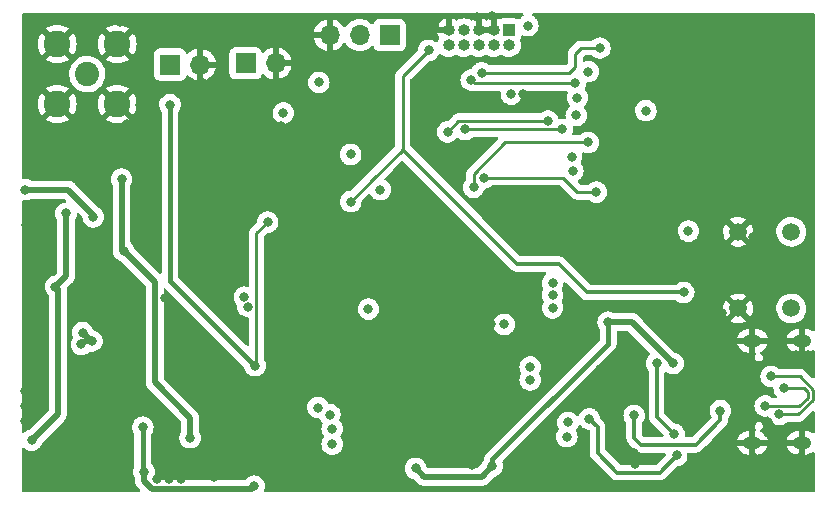
<source format=gbr>
%TF.GenerationSoftware,KiCad,Pcbnew,(5.99.0-7611-gb7875e4d41)*%
%TF.CreationDate,2020-12-16T01:58:45+00:00*%
%TF.ProjectId,CM4,434d342e-6b69-4636-9164-5f7063625858,rev?*%
%TF.SameCoordinates,Original*%
%TF.FileFunction,Copper,L4,Bot*%
%TF.FilePolarity,Positive*%
%FSLAX46Y46*%
G04 Gerber Fmt 4.6, Leading zero omitted, Abs format (unit mm)*
G04 Created by KiCad (PCBNEW (5.99.0-7611-gb7875e4d41)) date 2020-12-16 01:58:45*
%MOMM*%
%LPD*%
G01*
G04 APERTURE LIST*
G04 Aperture macros list*
%AMRoundRect*
0 Rectangle with rounded corners*
0 $1 Rounding radius*
0 $2 $3 $4 $5 $6 $7 $8 $9 X,Y pos of 4 corners*
0 Add a 4 corners polygon primitive as box body*
4,1,4,$2,$3,$4,$5,$6,$7,$8,$9,$2,$3,0*
0 Add four circle primitives for the rounded corners*
1,1,$1+$1,$2,$3,0*
1,1,$1+$1,$4,$5,0*
1,1,$1+$1,$6,$7,0*
1,1,$1+$1,$8,$9,0*
0 Add four rect primitives between the rounded corners*
20,1,$1+$1,$2,$3,$4,$5,0*
20,1,$1+$1,$4,$5,$6,$7,0*
20,1,$1+$1,$6,$7,$8,$9,0*
20,1,$1+$1,$8,$9,$2,$3,0*%
G04 Aperture macros list end*
%TA.AperFunction,ComponentPad*%
%ADD10R,1.000000X1.000000*%
%TD*%
%TA.AperFunction,ComponentPad*%
%ADD11O,1.000000X1.000000*%
%TD*%
%TA.AperFunction,ComponentPad*%
%ADD12R,1.700000X1.700000*%
%TD*%
%TA.AperFunction,ComponentPad*%
%ADD13O,1.700000X1.700000*%
%TD*%
%TA.AperFunction,ComponentPad*%
%ADD14RoundRect,0.500000X0.300000X0.000000X0.300000X0.000000X-0.300000X0.000000X-0.300000X0.000000X0*%
%TD*%
%TA.AperFunction,ComponentPad*%
%ADD15C,1.500000*%
%TD*%
%TA.AperFunction,ComponentPad*%
%ADD16C,2.050000*%
%TD*%
%TA.AperFunction,ComponentPad*%
%ADD17C,2.250000*%
%TD*%
%TA.AperFunction,ViaPad*%
%ADD18C,0.800000*%
%TD*%
%TA.AperFunction,Conductor*%
%ADD19C,0.500000*%
%TD*%
%TA.AperFunction,Conductor*%
%ADD20C,0.250000*%
%TD*%
%TA.AperFunction,Conductor*%
%ADD21C,0.400000*%
%TD*%
%TA.AperFunction,Conductor*%
%ADD22C,0.300000*%
%TD*%
G04 APERTURE END LIST*
D10*
%TO.P,J3,1,Pin_1*%
%TO.N,/+3.3V*%
X137900000Y-77100000D03*
D11*
%TO.P,J3,2,Pin_2*%
%TO.N,/H7MCU/SWDIO*%
X137900000Y-78370000D03*
%TO.P,J3,3,Pin_3*%
%TO.N,GND*%
X136630000Y-77100000D03*
%TO.P,J3,4,Pin_4*%
%TO.N,/H7MCU/SWCLK*%
X136630000Y-78370000D03*
%TO.P,J3,5,Pin_5*%
%TO.N,GND*%
X135360000Y-77100000D03*
%TO.P,J3,6,Pin_6*%
%TO.N,/H7MCU/SWO*%
X135360000Y-78370000D03*
%TO.P,J3,7,Pin_7*%
%TO.N,no_connect_60*%
X134090000Y-77100000D03*
%TO.P,J3,8,Pin_8*%
%TO.N,no_connect_61*%
X134090000Y-78370000D03*
%TO.P,J3,9,Pin_9*%
%TO.N,GND*%
X132820000Y-77100000D03*
%TO.P,J3,10,Pin_10*%
%TO.N,/H7MCU/NRST*%
X132820000Y-78370000D03*
%TD*%
D12*
%TO.P,J6,1,Pin_1*%
%TO.N,/v_DIV_OUT*%
X109200000Y-80000000D03*
D13*
%TO.P,J6,2,Pin_2*%
%TO.N,GND*%
X111740000Y-80000000D03*
%TD*%
D14*
%TO.P,J2,S1,SHIELD*%
%TO.N,GND*%
X158520000Y-112020000D03*
X158520000Y-103380000D03*
X162700000Y-103380000D03*
X162700000Y-112020000D03*
%TD*%
D15*
%TO.P,S1,1,1*%
%TO.N,/H7MCU/NRST*%
X161800000Y-100650000D03*
%TO.P,S1,2,2*%
X161800000Y-94150000D03*
%TO.P,S1,3,3*%
%TO.N,GND*%
X157300000Y-94150000D03*
%TO.P,S1,4,4*%
X157300000Y-100650000D03*
%TD*%
D12*
%TO.P,J7,1,Pin_1*%
%TO.N,/H7MCU/USART_RX*%
X127800000Y-77500000D03*
D13*
%TO.P,J7,2,Pin_2*%
%TO.N,/H7MCU/USART_TX*%
X125260000Y-77500000D03*
%TO.P,J7,3,Pin_3*%
%TO.N,GND*%
X122720000Y-77500000D03*
%TD*%
D12*
%TO.P,J5,1,Pin_1*%
%TO.N,P_AMP_OUT*%
X115600000Y-79900000D03*
D13*
%TO.P,J5,2,Pin_2*%
%TO.N,GND*%
X118140000Y-79900000D03*
%TD*%
D16*
%TO.P,J1,1,In*%
%TO.N,Net-(J1-Pad1)*%
X102200000Y-80800000D03*
D17*
%TO.P,J1,2,Ext*%
%TO.N,GND*%
X104740000Y-83340000D03*
X99660000Y-78260000D03*
X104740000Y-78260000D03*
X99660000Y-83340000D03*
%TD*%
D18*
%TO.N,GND*%
X118600000Y-85200000D03*
X154400000Y-100300000D03*
X118618000Y-94107000D03*
X148600000Y-113800000D03*
X144500000Y-113800000D03*
X113792000Y-94742000D03*
X119900000Y-83100000D03*
X156300000Y-101800000D03*
X138200000Y-114000000D03*
X107100000Y-86500000D03*
X162500000Y-113300000D03*
X145700000Y-76200000D03*
X128200000Y-79900000D03*
X108800000Y-99800000D03*
X132000000Y-108900000D03*
X102700000Y-114800000D03*
X104700000Y-110900000D03*
X119500000Y-88500000D03*
X155900000Y-101000000D03*
X113665000Y-95758000D03*
X99500000Y-88200000D03*
X110109000Y-115062000D03*
X130300000Y-109400000D03*
X120904000Y-102616000D03*
X139573000Y-79629000D03*
X130048000Y-103886000D03*
X162200000Y-104600000D03*
X156900000Y-103200000D03*
X151400000Y-77400000D03*
X112000000Y-81600000D03*
X135200000Y-76000000D03*
X106100000Y-87000000D03*
X96900000Y-108900000D03*
X118300000Y-81600000D03*
X150800000Y-88900000D03*
X112900000Y-109600000D03*
X108077000Y-115062000D03*
X115200000Y-102500000D03*
X152100000Y-109900000D03*
X104800000Y-114600000D03*
X141300000Y-78600000D03*
X134800000Y-113900000D03*
X97800000Y-81800000D03*
X113665000Y-108966000D03*
X101600000Y-87900000D03*
X148500000Y-112900000D03*
X113665000Y-97155000D03*
X158700000Y-93300000D03*
X114173000Y-98044000D03*
X97000000Y-93600000D03*
X121158000Y-105283000D03*
X156200000Y-104000000D03*
X120015000Y-107823000D03*
X97600000Y-84200000D03*
X108000000Y-93600000D03*
X142500000Y-78600000D03*
X122100000Y-79500000D03*
X141000000Y-103500000D03*
X97500000Y-78900000D03*
X124300000Y-89600000D03*
X112400000Y-90400000D03*
X140200000Y-78900000D03*
X115300000Y-101600000D03*
X112600000Y-87400000D03*
X163200000Y-104600000D03*
X114700000Y-91300000D03*
X119761000Y-102489000D03*
X130175000Y-105029000D03*
X149100000Y-77300000D03*
X112600000Y-86000000D03*
X136500000Y-75900000D03*
X112300000Y-88800000D03*
X102800000Y-106500000D03*
X114300000Y-90000000D03*
X96900000Y-110200000D03*
X149500000Y-86100000D03*
X119634000Y-94107000D03*
X98800000Y-92900000D03*
X159800000Y-111200000D03*
X163400000Y-113300000D03*
X105600000Y-85000000D03*
X160100000Y-104000000D03*
X112800000Y-108400000D03*
X124536000Y-108041000D03*
X150800000Y-86100000D03*
X139100000Y-82500000D03*
X117400000Y-85300000D03*
X97600000Y-113400000D03*
X157500000Y-113200000D03*
X126836000Y-108141000D03*
X125636000Y-108141000D03*
X138049000Y-103632000D03*
X103800000Y-114600000D03*
X120015000Y-105029000D03*
X132200000Y-104400000D03*
X102800000Y-107400000D03*
X121000000Y-83100000D03*
X121000000Y-79300000D03*
X155700000Y-103200000D03*
X116600000Y-83100000D03*
X121793000Y-99695000D03*
X131200000Y-104400000D03*
X113665000Y-107950000D03*
X149800000Y-88500000D03*
X140000000Y-103600000D03*
X117400000Y-82600000D03*
X129921000Y-101854000D03*
X131600000Y-76900000D03*
X101800000Y-114800000D03*
X109093000Y-115062000D03*
X98200000Y-76700000D03*
X97500000Y-77700000D03*
X158600000Y-113200000D03*
X112903000Y-113919000D03*
X133300000Y-113000000D03*
X103800000Y-110900000D03*
X129300000Y-109400000D03*
X152700000Y-77200000D03*
X129921000Y-102870000D03*
X142000000Y-76300000D03*
X145600000Y-105800000D03*
X156800000Y-95700000D03*
X112903000Y-114935000D03*
X124000000Y-79900000D03*
X153500000Y-96900000D03*
X106700000Y-83400000D03*
X97600000Y-82900000D03*
X102800000Y-109400000D03*
X150200000Y-77400000D03*
X96900000Y-107600000D03*
X136400000Y-102000000D03*
X149500000Y-79000000D03*
X116586000Y-111506000D03*
X116586000Y-112522000D03*
X143500000Y-113900000D03*
X123300000Y-102400000D03*
X114681000Y-92583000D03*
X107100000Y-90200000D03*
X105900000Y-76400000D03*
X123100000Y-100700000D03*
X143900000Y-76300000D03*
X159800000Y-110300000D03*
X105000000Y-76400000D03*
X137600000Y-108600000D03*
X110900000Y-81500000D03*
X139065000Y-103505000D03*
X158600000Y-94600000D03*
X140208000Y-77978000D03*
X114046000Y-107061000D03*
X121285000Y-106426000D03*
X142900000Y-113000000D03*
X106300000Y-77200000D03*
X106600000Y-84500000D03*
X119400000Y-81400000D03*
X112800000Y-107000000D03*
X97500000Y-114400000D03*
%TO.N,/v_DIV_OUT*%
X116400000Y-105500000D03*
X117475000Y-93345000D03*
X109200000Y-83400000D03*
%TO.N,/Power/+5V*%
X107000000Y-114500000D03*
X130000000Y-114200000D03*
X106900000Y-110700000D03*
X136500000Y-114000000D03*
X116332000Y-115697000D03*
X146300000Y-101800000D03*
X151800000Y-105300000D03*
%TO.N,/VPOS*%
X99500000Y-98800000D03*
X97500000Y-111800000D03*
X100400000Y-92600000D03*
%TO.N,/VNEG*%
X105300000Y-95800000D03*
X110900000Y-111600000D03*
X105100000Y-89700000D03*
%TO.N,/+3.3V*%
X124500000Y-87600000D03*
X118800000Y-84100000D03*
X101800000Y-102700000D03*
X121736000Y-109041000D03*
X122936000Y-110841000D03*
X122736000Y-109641000D03*
X126000000Y-100700000D03*
X143700000Y-82800000D03*
X143300000Y-89000000D03*
X122936000Y-112141000D03*
X137500000Y-102000000D03*
X141600000Y-100600000D03*
X139700000Y-105600000D03*
X153100000Y-94100000D03*
X143600000Y-84300000D03*
X141600000Y-98500000D03*
X127000000Y-90600000D03*
X149500000Y-83900000D03*
X143200000Y-87800000D03*
X142800000Y-111500000D03*
X115800000Y-100500000D03*
X138100000Y-82500000D03*
X115500000Y-99700000D03*
X141600000Y-99500000D03*
X142900000Y-110300000D03*
X144600000Y-80600000D03*
X102600000Y-103400000D03*
X139500000Y-76700000D03*
X101700000Y-103700000D03*
X139700000Y-106700000D03*
X121800000Y-81500000D03*
%TO.N,/Power/USB_CONN_D+*%
X160100000Y-106400000D03*
X160800000Y-109625000D03*
%TO.N,/Power/USB_CONN_D-*%
X159600000Y-108900000D03*
X161200000Y-107400000D03*
%TO.N,/H7MCU/NRST*%
X131100000Y-78800000D03*
X124500000Y-91600000D03*
X152700000Y-99300000D03*
%TO.N,Net-(F1-Pad2)*%
X152100000Y-113100000D03*
X144700000Y-110000000D03*
%TO.N,Net-(IC2-Pad1)*%
X96950000Y-90600000D03*
X102700000Y-92900000D03*
%TO.N,/H7MCU/SDMMC_CMD*%
X141200000Y-84775000D03*
X132700000Y-85700000D03*
%TO.N,/H7MCU/SDMMC_CK*%
X134200000Y-85500000D03*
X142400000Y-85500000D03*
%TO.N,/H7MCU/SDMMC_D3*%
X134700000Y-81300000D03*
X143500000Y-81600000D03*
%TO.N,/H7MCU/SDMMC_D2*%
X145600000Y-78600000D03*
X135600000Y-80700000D03*
%TO.N,/H7MCU/SDMMC_D1*%
X145300000Y-90800000D03*
X135800000Y-89600000D03*
%TO.N,/H7MCU/SDMMC_D0*%
X134900000Y-90400000D03*
X144600000Y-86600000D03*
%TO.N,Net-(J2-PadB5)*%
X150400000Y-105300000D03*
X151900000Y-111300000D03*
%TO.N,Net-(J2-PadA5)*%
X155800000Y-109300000D03*
X148500000Y-109700000D03*
%TD*%
D19*
%TO.N,GND*%
X119500000Y-88500000D02*
X115800000Y-88500000D01*
X150400000Y-88500000D02*
X150800000Y-88900000D01*
X149800000Y-88500000D02*
X150400000Y-88500000D01*
X149500000Y-86100000D02*
X150800000Y-86100000D01*
X115800000Y-88500000D02*
X114300000Y-90000000D01*
D20*
%TO.N,/v_DIV_OUT*%
X116400000Y-105500000D02*
X116525001Y-105374999D01*
D21*
X109200000Y-83400000D02*
X109200000Y-98300000D01*
D20*
X116525001Y-94294999D02*
X117475000Y-93345000D01*
D21*
X109200000Y-98300000D02*
X116400000Y-105500000D01*
D20*
X116525001Y-105374999D02*
X116525001Y-94294999D01*
D21*
%TO.N,/Power/+5V*%
X136500000Y-113434315D02*
X146300000Y-103634315D01*
D19*
X107657001Y-115912001D02*
X116116999Y-115912001D01*
X135600000Y-114900000D02*
X130700000Y-114900000D01*
X116116999Y-115912001D02*
X116332000Y-115697000D01*
X107000000Y-115255000D02*
X107657001Y-115912001D01*
D21*
X136500000Y-114000000D02*
X136500000Y-113434315D01*
X106900000Y-110700000D02*
X106900000Y-114400000D01*
D19*
X136500000Y-114000000D02*
X135600000Y-114900000D01*
X130700000Y-114900000D02*
X130000000Y-114200000D01*
D21*
X146300000Y-103634315D02*
X146300000Y-101800000D01*
D19*
X151800000Y-105300000D02*
X148300000Y-101800000D01*
D21*
X106900000Y-114400000D02*
X107000000Y-114500000D01*
D19*
X148300000Y-101800000D02*
X146300000Y-101800000D01*
X107000000Y-114500000D02*
X107000000Y-115255000D01*
%TO.N,/VPOS*%
X99700000Y-109600000D02*
X99700000Y-99000000D01*
X100400000Y-97900000D02*
X99500000Y-98800000D01*
X99700000Y-99000000D02*
X99500000Y-98800000D01*
X97500000Y-111800000D02*
X99700000Y-109600000D01*
X100400000Y-92600000D02*
X100400000Y-97900000D01*
%TO.N,/VNEG*%
X110900000Y-111600000D02*
X110900000Y-109900000D01*
X107900000Y-98400000D02*
X105300000Y-95800000D01*
X105100000Y-89700000D02*
X105100000Y-95600000D01*
X110900000Y-109900000D02*
X107900000Y-106900000D01*
X105100000Y-95600000D02*
X105300000Y-95800000D01*
X107900000Y-106900000D02*
X107900000Y-98400000D01*
%TO.N,/+3.3V*%
X102000000Y-103400000D02*
X101700000Y-103700000D01*
X102600000Y-103400000D02*
X102000000Y-103400000D01*
X102500000Y-103400000D02*
X101800000Y-102700000D01*
X102600000Y-103400000D02*
X102500000Y-103400000D01*
D20*
%TO.N,/Power/USB_CONN_D+*%
X162536410Y-106400000D02*
X160100000Y-106400000D01*
X162411410Y-109625000D02*
X163650010Y-108386400D01*
X163650010Y-108386400D02*
X163650009Y-107513599D01*
X163650009Y-107513599D02*
X162536410Y-106400000D01*
X160800000Y-109625000D02*
X162411410Y-109625000D01*
%TO.N,/Power/USB_CONN_D-*%
X162900000Y-107400000D02*
X163200000Y-107700000D01*
X161200000Y-107400000D02*
X162900000Y-107400000D01*
X162500000Y-108900000D02*
X162000000Y-108900000D01*
X163200000Y-108200000D02*
X162500000Y-108900000D01*
X163200000Y-107700000D02*
X163200000Y-108200000D01*
X159600000Y-108900000D02*
X162000000Y-108900000D01*
%TO.N,/H7MCU/NRST*%
X128900000Y-81000000D02*
X131100000Y-78800000D01*
X126400000Y-89700000D02*
X128900000Y-87200000D01*
X124500000Y-91600000D02*
X126400000Y-89700000D01*
D22*
X138600000Y-96900000D02*
X128900000Y-87200000D01*
X152700000Y-99300000D02*
X144500000Y-99300000D01*
X144500000Y-99300000D02*
X142100000Y-96900000D01*
D20*
X128900000Y-87200000D02*
X128900000Y-81000000D01*
D22*
X142100000Y-96900000D02*
X138600000Y-96900000D01*
%TO.N,Net-(F1-Pad2)*%
X152100000Y-113100000D02*
X150649999Y-114550001D01*
X147050001Y-114550001D02*
X145400000Y-112900000D01*
X145400000Y-112900000D02*
X145400000Y-110700000D01*
X150649999Y-114550001D02*
X147050001Y-114550001D01*
X145400000Y-110700000D02*
X144700000Y-110000000D01*
D19*
%TO.N,Net-(IC2-Pad1)*%
X100600000Y-90600000D02*
X102700000Y-92700000D01*
X99300000Y-90600000D02*
X100600000Y-90600000D01*
X102700000Y-92700000D02*
X102700000Y-92900000D01*
X96950000Y-90600000D02*
X99300000Y-90600000D01*
D20*
%TO.N,/H7MCU/SDMMC_CMD*%
X133625000Y-84775000D02*
X132700000Y-85700000D01*
X141200000Y-84775000D02*
X133625000Y-84775000D01*
%TO.N,/H7MCU/SDMMC_CK*%
X142400000Y-85500000D02*
X134200000Y-85500000D01*
%TO.N,/H7MCU/SDMMC_D3*%
X135000000Y-81600000D02*
X134700000Y-81300000D01*
X143500000Y-81600000D02*
X135000000Y-81600000D01*
%TO.N,/H7MCU/SDMMC_D2*%
X143500000Y-80200000D02*
X143500000Y-79100000D01*
X143500000Y-79100000D02*
X144000000Y-78600000D01*
X135600000Y-80700000D02*
X143000000Y-80700000D01*
X144000000Y-78600000D02*
X145600000Y-78600000D01*
X143000000Y-80700000D02*
X143500000Y-80200000D01*
%TO.N,/H7MCU/SDMMC_D1*%
X142500000Y-89600000D02*
X143700000Y-90800000D01*
X135800000Y-89600000D02*
X142500000Y-89600000D01*
X143700000Y-90800000D02*
X145300000Y-90800000D01*
%TO.N,/H7MCU/SDMMC_D0*%
X134900000Y-89300000D02*
X137600000Y-86600000D01*
X137600000Y-86600000D02*
X144600000Y-86600000D01*
X134900000Y-90400000D02*
X134900000Y-89300000D01*
D22*
%TO.N,Net-(J2-PadB5)*%
X151900000Y-111300000D02*
X150500000Y-109900000D01*
X150500000Y-109900000D02*
X150400000Y-109800000D01*
X150400000Y-109800000D02*
X150400000Y-105300000D01*
%TO.N,Net-(J2-PadA5)*%
X153700000Y-112200000D02*
X149100000Y-112200000D01*
X149100000Y-112200000D02*
X148500000Y-111600000D01*
X155800000Y-110100000D02*
X153700000Y-112200000D01*
X155800000Y-109300000D02*
X155800000Y-110100000D01*
X148500000Y-111600000D02*
X148500000Y-109700000D01*
%TD*%
%TA.AperFunction,Conductor*%
%TO.N,GND*%
G36*
X139082086Y-75678002D02*
G01*
X139128579Y-75731658D01*
X139138683Y-75801932D01*
X139109189Y-75866512D01*
X139065214Y-75899107D01*
X139049280Y-75906201D01*
X139049278Y-75906202D01*
X139043250Y-75908886D01*
X139037909Y-75912766D01*
X139037908Y-75912767D01*
X138894093Y-76017254D01*
X138894091Y-76017256D01*
X138888749Y-76021137D01*
X138795384Y-76124830D01*
X138734939Y-76162068D01*
X138663955Y-76160716D01*
X138649407Y-76155132D01*
X138552864Y-76111042D01*
X138552863Y-76111042D01*
X138544670Y-76107300D01*
X138535755Y-76106018D01*
X138535754Y-76106018D01*
X138404448Y-76087139D01*
X138404441Y-76087138D01*
X138400000Y-76086500D01*
X137400000Y-76086500D01*
X137326921Y-76091727D01*
X137273884Y-76107300D01*
X137195330Y-76130365D01*
X137195328Y-76130366D01*
X137186684Y-76132904D01*
X137169993Y-76143631D01*
X137145689Y-76159250D01*
X137077568Y-76179252D01*
X137028738Y-76169406D01*
X137016662Y-76164329D01*
X136901307Y-76128620D01*
X136887205Y-76128414D01*
X136884000Y-76135170D01*
X136883999Y-76845998D01*
X136884000Y-76846004D01*
X136883999Y-77228000D01*
X136863997Y-77296121D01*
X136810341Y-77342614D01*
X136757999Y-77354000D01*
X136408000Y-77354000D01*
X135614002Y-77353999D01*
X135613996Y-77354000D01*
X135232000Y-77353999D01*
X135163879Y-77333997D01*
X135117386Y-77280341D01*
X135106000Y-77227999D01*
X135106000Y-76827885D01*
X135613999Y-76827885D01*
X135618474Y-76843124D01*
X135619864Y-76844329D01*
X135627547Y-76846000D01*
X136357885Y-76846001D01*
X136373124Y-76841526D01*
X136374329Y-76840136D01*
X136376000Y-76832453D01*
X136376001Y-76141948D01*
X136372028Y-76128417D01*
X136364233Y-76127296D01*
X136256433Y-76159024D01*
X136245065Y-76163617D01*
X136080778Y-76249504D01*
X136065358Y-76259594D01*
X136064010Y-76257534D01*
X136008399Y-76280496D01*
X135938545Y-76267812D01*
X135924612Y-76259662D01*
X135921045Y-76257256D01*
X135757969Y-76169082D01*
X135746670Y-76164332D01*
X135631307Y-76128620D01*
X135617205Y-76128414D01*
X135614000Y-76135170D01*
X135613999Y-76827885D01*
X135106000Y-76827885D01*
X135106001Y-76141948D01*
X135102028Y-76128417D01*
X135094233Y-76127297D01*
X134986433Y-76159024D01*
X134975065Y-76163617D01*
X134810778Y-76249504D01*
X134795358Y-76259594D01*
X134793927Y-76257408D01*
X134738810Y-76280168D01*
X134668955Y-76267486D01*
X134659100Y-76261721D01*
X134656742Y-76259770D01*
X134651323Y-76256840D01*
X134651320Y-76256838D01*
X134488165Y-76168621D01*
X134488161Y-76168619D01*
X134482747Y-76165692D01*
X134476867Y-76163872D01*
X134476865Y-76163871D01*
X134395596Y-76138714D01*
X134293792Y-76107200D01*
X134287674Y-76106557D01*
X134287669Y-76106556D01*
X134103205Y-76087169D01*
X134103203Y-76087169D01*
X134097076Y-76086525D01*
X134018993Y-76093631D01*
X133906228Y-76103893D01*
X133906225Y-76103894D01*
X133900089Y-76104452D01*
X133894183Y-76106190D01*
X133894179Y-76106191D01*
X133772688Y-76141948D01*
X133710336Y-76160299D01*
X133535045Y-76251939D01*
X133530244Y-76255799D01*
X133525085Y-76259175D01*
X133523769Y-76257164D01*
X133467965Y-76280205D01*
X133398111Y-76267521D01*
X133384177Y-76259369D01*
X133381043Y-76257255D01*
X133217969Y-76169082D01*
X133206670Y-76164332D01*
X133091307Y-76128620D01*
X133077205Y-76128414D01*
X133074000Y-76135170D01*
X133073999Y-76845998D01*
X133074000Y-76846004D01*
X133073999Y-77228000D01*
X133053997Y-77296121D01*
X133000341Y-77342614D01*
X132947999Y-77354000D01*
X131862154Y-77353999D01*
X131848623Y-77357972D01*
X131847473Y-77365974D01*
X131876436Y-77466983D01*
X131880955Y-77478395D01*
X131965688Y-77643268D01*
X131972330Y-77653573D01*
X131973977Y-77655651D01*
X131974497Y-77656936D01*
X131975672Y-77658759D01*
X131975326Y-77658982D01*
X132000619Y-77721460D01*
X131987453Y-77791225D01*
X131983857Y-77797275D01*
X131983747Y-77797406D01*
X131888456Y-77970740D01*
X131886594Y-77976609D01*
X131886593Y-77976612D01*
X131869317Y-78031073D01*
X131829654Y-78089958D01*
X131764452Y-78118050D01*
X131694412Y-78106433D01*
X131675154Y-78094911D01*
X131562092Y-78012767D01*
X131562091Y-78012766D01*
X131556750Y-78008886D01*
X131550722Y-78006202D01*
X131550720Y-78006201D01*
X131388318Y-77933895D01*
X131388317Y-77933895D01*
X131382287Y-77931210D01*
X131288887Y-77911357D01*
X131201944Y-77892876D01*
X131201939Y-77892876D01*
X131195487Y-77891504D01*
X131004513Y-77891504D01*
X130998061Y-77892876D01*
X130998056Y-77892876D01*
X130911113Y-77911357D01*
X130817713Y-77931210D01*
X130811683Y-77933895D01*
X130811682Y-77933895D01*
X130649280Y-78006201D01*
X130649278Y-78006202D01*
X130643250Y-78008886D01*
X130637909Y-78012766D01*
X130637908Y-78012767D01*
X130494093Y-78117254D01*
X130494091Y-78117256D01*
X130488749Y-78121137D01*
X130484328Y-78126047D01*
X130484327Y-78126048D01*
X130368425Y-78254771D01*
X130360963Y-78263058D01*
X130265476Y-78428446D01*
X130263434Y-78434731D01*
X130215425Y-78582489D01*
X130206462Y-78610073D01*
X130205772Y-78616636D01*
X130205772Y-78616637D01*
X130189097Y-78775290D01*
X130162084Y-78840946D01*
X130152882Y-78851214D01*
X128507478Y-80496618D01*
X128499400Y-80503969D01*
X128493006Y-80508027D01*
X128487579Y-80513806D01*
X128487578Y-80513807D01*
X128447148Y-80556861D01*
X128444393Y-80559703D01*
X128424062Y-80580034D01*
X128421628Y-80583171D01*
X128421626Y-80583174D01*
X128421403Y-80583461D01*
X128413707Y-80592471D01*
X128390435Y-80617254D01*
X128383444Y-80624699D01*
X128379628Y-80631640D01*
X128379626Y-80631643D01*
X128373688Y-80642445D01*
X128362834Y-80658968D01*
X128355278Y-80668710D01*
X128350417Y-80674977D01*
X128347269Y-80682252D01*
X128332859Y-80715551D01*
X128327637Y-80726211D01*
X128315800Y-80747743D01*
X128306339Y-80764952D01*
X128301301Y-80784572D01*
X128294902Y-80803264D01*
X128286853Y-80821865D01*
X128285613Y-80829692D01*
X128285613Y-80829693D01*
X128279937Y-80865531D01*
X128277530Y-80877154D01*
X128266536Y-80919975D01*
X128266501Y-80920531D01*
X128266501Y-80940447D01*
X128264950Y-80960157D01*
X128261816Y-80979945D01*
X128262562Y-80987837D01*
X128265942Y-81023593D01*
X128266501Y-81035451D01*
X128266500Y-86885405D01*
X128246498Y-86953526D01*
X128229595Y-86974500D01*
X126008241Y-89195855D01*
X124549497Y-90654599D01*
X124487185Y-90688624D01*
X124460402Y-90691504D01*
X124404513Y-90691504D01*
X124398061Y-90692876D01*
X124398056Y-90692876D01*
X124311113Y-90711357D01*
X124217713Y-90731210D01*
X124211683Y-90733895D01*
X124211682Y-90733895D01*
X124049280Y-90806201D01*
X124049278Y-90806202D01*
X124043250Y-90808886D01*
X124037909Y-90812766D01*
X124037908Y-90812767D01*
X123894093Y-90917254D01*
X123894091Y-90917256D01*
X123888749Y-90921137D01*
X123884328Y-90926047D01*
X123884327Y-90926048D01*
X123832721Y-90983363D01*
X123760963Y-91063058D01*
X123751838Y-91078863D01*
X123674729Y-91212420D01*
X123665476Y-91228446D01*
X123651922Y-91270162D01*
X123610158Y-91398699D01*
X123606462Y-91410073D01*
X123586500Y-91600000D01*
X123606462Y-91789927D01*
X123665476Y-91971554D01*
X123760963Y-92136942D01*
X123765381Y-92141849D01*
X123765382Y-92141850D01*
X123833278Y-92217256D01*
X123888749Y-92278863D01*
X123894091Y-92282744D01*
X123894093Y-92282746D01*
X124004634Y-92363058D01*
X124043250Y-92391114D01*
X124049278Y-92393798D01*
X124049280Y-92393799D01*
X124148279Y-92437876D01*
X124217713Y-92468790D01*
X124311113Y-92488643D01*
X124398056Y-92507124D01*
X124398061Y-92507124D01*
X124404513Y-92508496D01*
X124595487Y-92508496D01*
X124601939Y-92507124D01*
X124601944Y-92507124D01*
X124688887Y-92488643D01*
X124782287Y-92468790D01*
X124851721Y-92437876D01*
X124950720Y-92393799D01*
X124950722Y-92393798D01*
X124956750Y-92391114D01*
X124995366Y-92363058D01*
X125105907Y-92282746D01*
X125105909Y-92282744D01*
X125111251Y-92278863D01*
X125166722Y-92217256D01*
X125234618Y-92141850D01*
X125234619Y-92141849D01*
X125239037Y-92136942D01*
X125334524Y-91971554D01*
X125393538Y-91789927D01*
X125399427Y-91733895D01*
X125410903Y-91624711D01*
X125437916Y-91559055D01*
X125447118Y-91548787D01*
X125997709Y-90998196D01*
X126060021Y-90964170D01*
X126130836Y-90969235D01*
X126187672Y-91011782D01*
X126195923Y-91024290D01*
X126260963Y-91136942D01*
X126265381Y-91141849D01*
X126265382Y-91141850D01*
X126383590Y-91273133D01*
X126388749Y-91278863D01*
X126394091Y-91282744D01*
X126394093Y-91282746D01*
X126517434Y-91372358D01*
X126543250Y-91391114D01*
X126549278Y-91393798D01*
X126549280Y-91393799D01*
X126697000Y-91459568D01*
X126717713Y-91468790D01*
X126811113Y-91488643D01*
X126898056Y-91507124D01*
X126898061Y-91507124D01*
X126904513Y-91508496D01*
X127095487Y-91508496D01*
X127101939Y-91507124D01*
X127101944Y-91507124D01*
X127188887Y-91488643D01*
X127282287Y-91468790D01*
X127303000Y-91459568D01*
X127450720Y-91393799D01*
X127450722Y-91393798D01*
X127456750Y-91391114D01*
X127482566Y-91372358D01*
X127605907Y-91282746D01*
X127605909Y-91282744D01*
X127611251Y-91278863D01*
X127616410Y-91273133D01*
X127734618Y-91141850D01*
X127734619Y-91141849D01*
X127739037Y-91136942D01*
X127834524Y-90971554D01*
X127893538Y-90789927D01*
X127913500Y-90600000D01*
X127893538Y-90410073D01*
X127834524Y-90228446D01*
X127739037Y-90063058D01*
X127724017Y-90046376D01*
X127615673Y-89926048D01*
X127615672Y-89926047D01*
X127611251Y-89921137D01*
X127605909Y-89917256D01*
X127605907Y-89917254D01*
X127462092Y-89812767D01*
X127462091Y-89812766D01*
X127456750Y-89808886D01*
X127450722Y-89806202D01*
X127450713Y-89806197D01*
X127437592Y-89800355D01*
X127383497Y-89754374D01*
X127362850Y-89686446D01*
X127382204Y-89618138D01*
X127399749Y-89596155D01*
X128076578Y-88919327D01*
X128793228Y-88202677D01*
X128855540Y-88168651D01*
X128926356Y-88173716D01*
X128971418Y-88202677D01*
X138078094Y-97309353D01*
X138084878Y-97316808D01*
X138088764Y-97322931D01*
X138094541Y-97328356D01*
X138135057Y-97366403D01*
X138137899Y-97369158D01*
X138162357Y-97393616D01*
X138165486Y-97396043D01*
X138167317Y-97397464D01*
X138176331Y-97405163D01*
X138202098Y-97429359D01*
X138210004Y-97436783D01*
X138216949Y-97440601D01*
X138228792Y-97447112D01*
X138245315Y-97457965D01*
X138262251Y-97471102D01*
X138269526Y-97474250D01*
X138304618Y-97489436D01*
X138315278Y-97494658D01*
X138348807Y-97513091D01*
X138348810Y-97513092D01*
X138355749Y-97516907D01*
X138376515Y-97522239D01*
X138395212Y-97528641D01*
X138407616Y-97534008D01*
X138407621Y-97534009D01*
X138414890Y-97537155D01*
X138422710Y-97538394D01*
X138422718Y-97538396D01*
X138460498Y-97544380D01*
X138472118Y-97546786D01*
X138511086Y-97556791D01*
X138511092Y-97556792D01*
X138516841Y-97558268D01*
X138520528Y-97558500D01*
X138539737Y-97558500D01*
X138559447Y-97560051D01*
X138579159Y-97563173D01*
X138587051Y-97562427D01*
X138622680Y-97559059D01*
X138634538Y-97558500D01*
X140962450Y-97558500D01*
X141030571Y-97578502D01*
X141077064Y-97632158D01*
X141087168Y-97702432D01*
X141057674Y-97767012D01*
X141036511Y-97786436D01*
X140994093Y-97817254D01*
X140994091Y-97817256D01*
X140988749Y-97821137D01*
X140860963Y-97963058D01*
X140765476Y-98128446D01*
X140763434Y-98134731D01*
X140709346Y-98301198D01*
X140706462Y-98310073D01*
X140686500Y-98500000D01*
X140706462Y-98689927D01*
X140708502Y-98696205D01*
X140708502Y-98696206D01*
X140733079Y-98771846D01*
X140765476Y-98871554D01*
X140768779Y-98877276D01*
X140768780Y-98877277D01*
X140803261Y-98937000D01*
X140819999Y-99005996D01*
X140803261Y-99063000D01*
X140776084Y-99110073D01*
X140765476Y-99128446D01*
X140706462Y-99310073D01*
X140705772Y-99316636D01*
X140705772Y-99316637D01*
X140691206Y-99455225D01*
X140686500Y-99500000D01*
X140706462Y-99689927D01*
X140708502Y-99696205D01*
X140708502Y-99696206D01*
X140717560Y-99724084D01*
X140765476Y-99871554D01*
X140768779Y-99877276D01*
X140768780Y-99877277D01*
X140777163Y-99891797D01*
X140822423Y-99970188D01*
X140832129Y-99987000D01*
X140848867Y-100055995D01*
X140832129Y-100113000D01*
X140765476Y-100228446D01*
X140761121Y-100241850D01*
X140714304Y-100385939D01*
X140706462Y-100410073D01*
X140705772Y-100416636D01*
X140705772Y-100416637D01*
X140695913Y-100510444D01*
X140686500Y-100600000D01*
X140706462Y-100789927D01*
X140765476Y-100971554D01*
X140860963Y-101136942D01*
X140865381Y-101141849D01*
X140865382Y-101141850D01*
X140970099Y-101258150D01*
X140988749Y-101278863D01*
X140994091Y-101282744D01*
X140994093Y-101282746D01*
X141114412Y-101370162D01*
X141143250Y-101391114D01*
X141149278Y-101393798D01*
X141149280Y-101393799D01*
X141311682Y-101466105D01*
X141317713Y-101468790D01*
X141404480Y-101487233D01*
X141498056Y-101507124D01*
X141498061Y-101507124D01*
X141504513Y-101508496D01*
X141695487Y-101508496D01*
X141701939Y-101507124D01*
X141701944Y-101507124D01*
X141795520Y-101487233D01*
X141882287Y-101468790D01*
X141888318Y-101466105D01*
X142050720Y-101393799D01*
X142050722Y-101393798D01*
X142056750Y-101391114D01*
X142085588Y-101370162D01*
X142205907Y-101282746D01*
X142205909Y-101282744D01*
X142211251Y-101278863D01*
X142229901Y-101258150D01*
X142334618Y-101141850D01*
X142334619Y-101141849D01*
X142339037Y-101136942D01*
X142434524Y-100971554D01*
X142493538Y-100789927D01*
X142500498Y-100723698D01*
X156039639Y-100723698D01*
X156040341Y-100734850D01*
X156072608Y-100945717D01*
X156075275Y-100956578D01*
X156144375Y-101158400D01*
X156148923Y-101168614D01*
X156237819Y-101328330D01*
X156247872Y-101338221D01*
X156255475Y-101335315D01*
X156927978Y-100662812D01*
X156934355Y-100651132D01*
X157664408Y-100651132D01*
X157664539Y-100652965D01*
X157668790Y-100659580D01*
X158341337Y-101332127D01*
X158353717Y-101338887D01*
X158359981Y-101334198D01*
X158456449Y-101156524D01*
X158460883Y-101146278D01*
X158527870Y-100943729D01*
X158530420Y-100932856D01*
X158559385Y-100729336D01*
X160538993Y-100729336D01*
X160572972Y-100951387D01*
X160574789Y-100956694D01*
X160643761Y-101158145D01*
X160645735Y-101163912D01*
X160754984Y-101360192D01*
X160758535Y-101364530D01*
X160758538Y-101364535D01*
X160875246Y-101507124D01*
X160897264Y-101534025D01*
X160901527Y-101537666D01*
X160901532Y-101537671D01*
X161049793Y-101664297D01*
X161068078Y-101679914D01*
X161084168Y-101689316D01*
X161257181Y-101790417D01*
X161257184Y-101790418D01*
X161262028Y-101793249D01*
X161267298Y-101795178D01*
X161267299Y-101795178D01*
X161467718Y-101868521D01*
X161467722Y-101868522D01*
X161472982Y-101870447D01*
X161478499Y-101871410D01*
X161478503Y-101871411D01*
X161659037Y-101902919D01*
X161694273Y-101909069D01*
X161699879Y-101909040D01*
X161699883Y-101909040D01*
X161802937Y-101908500D01*
X161918906Y-101907893D01*
X161927113Y-101906372D01*
X162134260Y-101867979D01*
X162134259Y-101867979D01*
X162139780Y-101866956D01*
X162146307Y-101864490D01*
X162272945Y-101816637D01*
X162349914Y-101787553D01*
X162355477Y-101784224D01*
X162493371Y-101701696D01*
X162542667Y-101672193D01*
X162711944Y-101524523D01*
X162852396Y-101349210D01*
X162959583Y-101151796D01*
X163030117Y-100938521D01*
X163061768Y-100716126D01*
X163062626Y-100683363D01*
X163063405Y-100653631D01*
X163063405Y-100653629D01*
X163063500Y-100650000D01*
X163043531Y-100426253D01*
X162984256Y-100209579D01*
X162938191Y-100113000D01*
X162889965Y-100011893D01*
X162889964Y-100011892D01*
X162887548Y-100006826D01*
X162884270Y-100002264D01*
X162759740Y-99828963D01*
X162759738Y-99828961D01*
X162756463Y-99824403D01*
X162624174Y-99696206D01*
X162599174Y-99671979D01*
X162599171Y-99671977D01*
X162595146Y-99668076D01*
X162408696Y-99542787D01*
X162403548Y-99540527D01*
X162208152Y-99454754D01*
X162208148Y-99454753D01*
X162203005Y-99452495D01*
X162197550Y-99451185D01*
X162197546Y-99451184D01*
X161990030Y-99401363D01*
X161990026Y-99401362D01*
X161984576Y-99400054D01*
X161939144Y-99397434D01*
X161765920Y-99387446D01*
X161765917Y-99387446D01*
X161760313Y-99387123D01*
X161537304Y-99414111D01*
X161531942Y-99415761D01*
X161531940Y-99415761D01*
X161448177Y-99441530D01*
X161322598Y-99480163D01*
X161317618Y-99482733D01*
X161317614Y-99482735D01*
X161201266Y-99542787D01*
X161122983Y-99583192D01*
X161118535Y-99586605D01*
X160975699Y-99696206D01*
X160944767Y-99719941D01*
X160793584Y-99886089D01*
X160776849Y-99912767D01*
X160681185Y-100065269D01*
X160674213Y-100076383D01*
X160590427Y-100284808D01*
X160544874Y-100504777D01*
X160538993Y-100729336D01*
X158559385Y-100729336D01*
X158560758Y-100719692D01*
X158561364Y-100712474D01*
X158562905Y-100653632D01*
X158562677Y-100646379D01*
X158543538Y-100431937D01*
X158541556Y-100420923D01*
X158485267Y-100215165D01*
X158481373Y-100204692D01*
X158389533Y-100012146D01*
X158383841Y-100002523D01*
X158362154Y-99972341D01*
X158351363Y-99963929D01*
X158338327Y-99970883D01*
X157672022Y-100637188D01*
X157664408Y-100651132D01*
X156934355Y-100651132D01*
X156935592Y-100648868D01*
X156935461Y-100647035D01*
X156931210Y-100640420D01*
X156261770Y-99970980D01*
X156249390Y-99964220D01*
X156241418Y-99970188D01*
X156177640Y-100071859D01*
X156172567Y-100081815D01*
X156092998Y-100279747D01*
X156089767Y-100290447D01*
X156046508Y-100499337D01*
X156045223Y-100510444D01*
X156039639Y-100723698D01*
X142500498Y-100723698D01*
X142513500Y-100600000D01*
X142504087Y-100510444D01*
X142494228Y-100416637D01*
X142494228Y-100416636D01*
X142493538Y-100410073D01*
X142485697Y-100385939D01*
X142438879Y-100241850D01*
X142434524Y-100228446D01*
X142367871Y-100113000D01*
X142351133Y-100044005D01*
X142367871Y-99987000D01*
X142377578Y-99970188D01*
X142422837Y-99891797D01*
X142431220Y-99877277D01*
X142431221Y-99877276D01*
X142434524Y-99871554D01*
X142482440Y-99724084D01*
X142491498Y-99696206D01*
X142491498Y-99696205D01*
X142493538Y-99689927D01*
X142513500Y-99500000D01*
X142508794Y-99455225D01*
X142494228Y-99316637D01*
X142494228Y-99316636D01*
X142493538Y-99310073D01*
X142434524Y-99128446D01*
X142423917Y-99110073D01*
X142396739Y-99063000D01*
X142380001Y-98994004D01*
X142396739Y-98937000D01*
X142431220Y-98877277D01*
X142431221Y-98877276D01*
X142434524Y-98871554D01*
X142466921Y-98771846D01*
X142491498Y-98696206D01*
X142491498Y-98696205D01*
X142493538Y-98689927D01*
X142510163Y-98531751D01*
X142537176Y-98466095D01*
X142595398Y-98425465D01*
X142666343Y-98422762D01*
X142724568Y-98455827D01*
X143978094Y-99709353D01*
X143984878Y-99716808D01*
X143988764Y-99722931D01*
X143994541Y-99728356D01*
X144035057Y-99766403D01*
X144037899Y-99769158D01*
X144062357Y-99793616D01*
X144065486Y-99796043D01*
X144067317Y-99797464D01*
X144076331Y-99805163D01*
X144092662Y-99820498D01*
X144110004Y-99836783D01*
X144116949Y-99840601D01*
X144128792Y-99847112D01*
X144145315Y-99857965D01*
X144162251Y-99871102D01*
X144187303Y-99881943D01*
X144204618Y-99889436D01*
X144215278Y-99894658D01*
X144248807Y-99913091D01*
X144248810Y-99913092D01*
X144255749Y-99916907D01*
X144276515Y-99922239D01*
X144295212Y-99928641D01*
X144307616Y-99934008D01*
X144307621Y-99934009D01*
X144314890Y-99937155D01*
X144322710Y-99938394D01*
X144322718Y-99938396D01*
X144360498Y-99944380D01*
X144372118Y-99946786D01*
X144411086Y-99956791D01*
X144411092Y-99956792D01*
X144416841Y-99958268D01*
X144420528Y-99958500D01*
X144439737Y-99958500D01*
X144459447Y-99960051D01*
X144479159Y-99963173D01*
X144487051Y-99962427D01*
X144522680Y-99959059D01*
X144534538Y-99958500D01*
X152019782Y-99958500D01*
X152093843Y-99982564D01*
X152216748Y-100071859D01*
X152243250Y-100091114D01*
X152249278Y-100093798D01*
X152249280Y-100093799D01*
X152411682Y-100166105D01*
X152417713Y-100168790D01*
X152511113Y-100188643D01*
X152598056Y-100207124D01*
X152598061Y-100207124D01*
X152604513Y-100208496D01*
X152795487Y-100208496D01*
X152801939Y-100207124D01*
X152801944Y-100207124D01*
X152888887Y-100188643D01*
X152982287Y-100168790D01*
X152988318Y-100166105D01*
X153150720Y-100093799D01*
X153150722Y-100093798D01*
X153156750Y-100091114D01*
X153177026Y-100076383D01*
X153305907Y-99982746D01*
X153305909Y-99982744D01*
X153311251Y-99978863D01*
X153315673Y-99973952D01*
X153434618Y-99841850D01*
X153434619Y-99841849D01*
X153439037Y-99836942D01*
X153507632Y-99718132D01*
X153531220Y-99677277D01*
X153531221Y-99677276D01*
X153534524Y-99671554D01*
X153558621Y-99597389D01*
X156611943Y-99597389D01*
X156618576Y-99609366D01*
X157287188Y-100277978D01*
X157301132Y-100285592D01*
X157302965Y-100285461D01*
X157309580Y-100281210D01*
X157978844Y-99611946D01*
X157985068Y-99600548D01*
X157975257Y-99588114D01*
X157913115Y-99546357D01*
X157903315Y-99540969D01*
X157707988Y-99455225D01*
X157697389Y-99451658D01*
X157489960Y-99401859D01*
X157478898Y-99400226D01*
X157265935Y-99387946D01*
X157254751Y-99388298D01*
X157042981Y-99413926D01*
X157032044Y-99416250D01*
X156828148Y-99478976D01*
X156817804Y-99483197D01*
X156628235Y-99581042D01*
X156620117Y-99586194D01*
X156611943Y-99597389D01*
X153558621Y-99597389D01*
X153584680Y-99517189D01*
X153591498Y-99496206D01*
X153591498Y-99496205D01*
X153593538Y-99489927D01*
X153613500Y-99300000D01*
X153593538Y-99110073D01*
X153534524Y-98928446D01*
X153528751Y-98918446D01*
X153478385Y-98831210D01*
X153439037Y-98763058D01*
X153417906Y-98739589D01*
X153315673Y-98626048D01*
X153315672Y-98626047D01*
X153311251Y-98621137D01*
X153305909Y-98617256D01*
X153305907Y-98617254D01*
X153162092Y-98512767D01*
X153162091Y-98512766D01*
X153156750Y-98508886D01*
X153150722Y-98506202D01*
X153150720Y-98506201D01*
X152988318Y-98433895D01*
X152988317Y-98433895D01*
X152982287Y-98431210D01*
X152875973Y-98408612D01*
X152801944Y-98392876D01*
X152801939Y-98392876D01*
X152795487Y-98391504D01*
X152604513Y-98391504D01*
X152598061Y-98392876D01*
X152598056Y-98392876D01*
X152524027Y-98408612D01*
X152417713Y-98431210D01*
X152411683Y-98433895D01*
X152411682Y-98433895D01*
X152249280Y-98506201D01*
X152249278Y-98506202D01*
X152243250Y-98508886D01*
X152237909Y-98512766D01*
X152237908Y-98512767D01*
X152093843Y-98617436D01*
X152019782Y-98641500D01*
X144824950Y-98641500D01*
X144756829Y-98621498D01*
X144735855Y-98604595D01*
X142621906Y-96490647D01*
X142615122Y-96483192D01*
X142611236Y-96477069D01*
X142564942Y-96433596D01*
X142562101Y-96430842D01*
X142537643Y-96406384D01*
X142532690Y-96402542D01*
X142523671Y-96394841D01*
X142489996Y-96363217D01*
X142483048Y-96359397D01*
X142471204Y-96352885D01*
X142454683Y-96342033D01*
X142444016Y-96333759D01*
X142444011Y-96333756D01*
X142437748Y-96328898D01*
X142395379Y-96310564D01*
X142384731Y-96305347D01*
X142351202Y-96286914D01*
X142351200Y-96286913D01*
X142344251Y-96283093D01*
X142323483Y-96277761D01*
X142304774Y-96271356D01*
X142292383Y-96265994D01*
X142292384Y-96265994D01*
X142285109Y-96262846D01*
X142277282Y-96261606D01*
X142277281Y-96261606D01*
X142239514Y-96255624D01*
X142227892Y-96253217D01*
X142209984Y-96248619D01*
X142183159Y-96241732D01*
X142179472Y-96241500D01*
X142160257Y-96241500D01*
X142140546Y-96239949D01*
X142128670Y-96238068D01*
X142120841Y-96236828D01*
X142112949Y-96237574D01*
X142077328Y-96240941D01*
X142065471Y-96241500D01*
X138924950Y-96241500D01*
X138856829Y-96221498D01*
X138835855Y-96204595D01*
X137832956Y-95201696D01*
X156613134Y-95201696D01*
X156618415Y-95208751D01*
X156757392Y-95289963D01*
X156767513Y-95294726D01*
X156967848Y-95368038D01*
X156978633Y-95370928D01*
X157188792Y-95407606D01*
X157199924Y-95408541D01*
X157413244Y-95407424D01*
X157424378Y-95406372D01*
X157634126Y-95367497D01*
X157644897Y-95364490D01*
X157844452Y-95289085D01*
X157854508Y-95284224D01*
X157976910Y-95210967D01*
X157986479Y-95200610D01*
X157982936Y-95192146D01*
X157312812Y-94522022D01*
X157298868Y-94514408D01*
X157297035Y-94514539D01*
X157290420Y-94518790D01*
X156619894Y-95189316D01*
X156613134Y-95201696D01*
X137832956Y-95201696D01*
X136731260Y-94100000D01*
X152186500Y-94100000D01*
X152187190Y-94106565D01*
X152202936Y-94256375D01*
X152206462Y-94289927D01*
X152265476Y-94471554D01*
X152360963Y-94636942D01*
X152365381Y-94641849D01*
X152365382Y-94641850D01*
X152389664Y-94668818D01*
X152488749Y-94778863D01*
X152494091Y-94782744D01*
X152494093Y-94782746D01*
X152591598Y-94853587D01*
X152643250Y-94891114D01*
X152649278Y-94893798D01*
X152649280Y-94893799D01*
X152811682Y-94966105D01*
X152817713Y-94968790D01*
X152911113Y-94988643D01*
X152998056Y-95007124D01*
X152998061Y-95007124D01*
X153004513Y-95008496D01*
X153195487Y-95008496D01*
X153201939Y-95007124D01*
X153201944Y-95007124D01*
X153288887Y-94988643D01*
X153382287Y-94968790D01*
X153388318Y-94966105D01*
X153550720Y-94893799D01*
X153550722Y-94893798D01*
X153556750Y-94891114D01*
X153608402Y-94853587D01*
X153705907Y-94782746D01*
X153705909Y-94782744D01*
X153711251Y-94778863D01*
X153810336Y-94668818D01*
X153834618Y-94641850D01*
X153834619Y-94641849D01*
X153839037Y-94636942D01*
X153934524Y-94471554D01*
X153993538Y-94289927D01*
X153997065Y-94256375D01*
X154000499Y-94223698D01*
X156039639Y-94223698D01*
X156040341Y-94234850D01*
X156072608Y-94445717D01*
X156075275Y-94456578D01*
X156144375Y-94658400D01*
X156148923Y-94668614D01*
X156237819Y-94828330D01*
X156247872Y-94838221D01*
X156255475Y-94835315D01*
X156927978Y-94162812D01*
X156934355Y-94151132D01*
X157664408Y-94151132D01*
X157664539Y-94152965D01*
X157668790Y-94159580D01*
X158341337Y-94832127D01*
X158353717Y-94838887D01*
X158359981Y-94834198D01*
X158456449Y-94656524D01*
X158460883Y-94646278D01*
X158527870Y-94443729D01*
X158530420Y-94432856D01*
X158559385Y-94229336D01*
X160538993Y-94229336D01*
X160572972Y-94451387D01*
X160574789Y-94456694D01*
X160643206Y-94656524D01*
X160645735Y-94663912D01*
X160754984Y-94860192D01*
X160758535Y-94864530D01*
X160758538Y-94864535D01*
X160841672Y-94966105D01*
X160897264Y-95034025D01*
X160901527Y-95037666D01*
X160901532Y-95037671D01*
X160999259Y-95121137D01*
X161068078Y-95179914D01*
X161084168Y-95189316D01*
X161257181Y-95290417D01*
X161257184Y-95290418D01*
X161262028Y-95293249D01*
X161267298Y-95295178D01*
X161267299Y-95295178D01*
X161467718Y-95368521D01*
X161467722Y-95368522D01*
X161472982Y-95370447D01*
X161478499Y-95371410D01*
X161478503Y-95371411D01*
X161659037Y-95402919D01*
X161694273Y-95409069D01*
X161699879Y-95409040D01*
X161699883Y-95409040D01*
X161802937Y-95408500D01*
X161918906Y-95407893D01*
X161927113Y-95406372D01*
X162134260Y-95367979D01*
X162134259Y-95367979D01*
X162139780Y-95366956D01*
X162146307Y-95364490D01*
X162222060Y-95335865D01*
X162349914Y-95287553D01*
X162355477Y-95284224D01*
X162493371Y-95201696D01*
X162542667Y-95172193D01*
X162711944Y-95024523D01*
X162852396Y-94849210D01*
X162959583Y-94651796D01*
X163030117Y-94438521D01*
X163061768Y-94216126D01*
X163063070Y-94166402D01*
X163063405Y-94153631D01*
X163063405Y-94153629D01*
X163063500Y-94150000D01*
X163043531Y-93926253D01*
X162984256Y-93709579D01*
X162976730Y-93693799D01*
X162889965Y-93511893D01*
X162889964Y-93511892D01*
X162887548Y-93506826D01*
X162808065Y-93396214D01*
X162759740Y-93328963D01*
X162759738Y-93328961D01*
X162756463Y-93324403D01*
X162660295Y-93231210D01*
X162599174Y-93171979D01*
X162599171Y-93171977D01*
X162595146Y-93168076D01*
X162408696Y-93042787D01*
X162403548Y-93040527D01*
X162208152Y-92954754D01*
X162208148Y-92954753D01*
X162203005Y-92952495D01*
X162197550Y-92951185D01*
X162197546Y-92951184D01*
X161990030Y-92901363D01*
X161990026Y-92901362D01*
X161984576Y-92900054D01*
X161939144Y-92897434D01*
X161765920Y-92887446D01*
X161765917Y-92887446D01*
X161760313Y-92887123D01*
X161537304Y-92914111D01*
X161531942Y-92915761D01*
X161531940Y-92915761D01*
X161448177Y-92941530D01*
X161322598Y-92980163D01*
X161317618Y-92982733D01*
X161317614Y-92982735D01*
X161127966Y-93080620D01*
X161122983Y-93083192D01*
X160944767Y-93219941D01*
X160793584Y-93386089D01*
X160768518Y-93426048D01*
X160678985Y-93568776D01*
X160674213Y-93576383D01*
X160590427Y-93784808D01*
X160544874Y-94004777D01*
X160538993Y-94229336D01*
X158559385Y-94229336D01*
X158560758Y-94219692D01*
X158561364Y-94212474D01*
X158562905Y-94153632D01*
X158562677Y-94146379D01*
X158543538Y-93931937D01*
X158541556Y-93920923D01*
X158485267Y-93715165D01*
X158481373Y-93704692D01*
X158389533Y-93512146D01*
X158383841Y-93502523D01*
X158362154Y-93472341D01*
X158351363Y-93463929D01*
X158338327Y-93470883D01*
X157672022Y-94137188D01*
X157664408Y-94151132D01*
X156934355Y-94151132D01*
X156935592Y-94148868D01*
X156935461Y-94147035D01*
X156931210Y-94140420D01*
X156261770Y-93470980D01*
X156249390Y-93464220D01*
X156241418Y-93470188D01*
X156177640Y-93571859D01*
X156172567Y-93581815D01*
X156092998Y-93779747D01*
X156089767Y-93790447D01*
X156046508Y-93999337D01*
X156045223Y-94010444D01*
X156039639Y-94223698D01*
X154000499Y-94223698D01*
X154012810Y-94106565D01*
X154013500Y-94100000D01*
X154004672Y-94016006D01*
X153994228Y-93916637D01*
X153994228Y-93916636D01*
X153993538Y-93910073D01*
X153985993Y-93886850D01*
X153948078Y-93770162D01*
X153934524Y-93728446D01*
X153924030Y-93710269D01*
X153846730Y-93576383D01*
X153839037Y-93563058D01*
X153819362Y-93541206D01*
X153715673Y-93426048D01*
X153715672Y-93426047D01*
X153711251Y-93421137D01*
X153705909Y-93417256D01*
X153705907Y-93417254D01*
X153562092Y-93312767D01*
X153562091Y-93312766D01*
X153556750Y-93308886D01*
X153550722Y-93306202D01*
X153550720Y-93306201D01*
X153388318Y-93233895D01*
X153388317Y-93233895D01*
X153382287Y-93231210D01*
X153288887Y-93211357D01*
X153201944Y-93192876D01*
X153201939Y-93192876D01*
X153195487Y-93191504D01*
X153004513Y-93191504D01*
X152998061Y-93192876D01*
X152998056Y-93192876D01*
X152911113Y-93211357D01*
X152817713Y-93231210D01*
X152811683Y-93233895D01*
X152811682Y-93233895D01*
X152649280Y-93306201D01*
X152649278Y-93306202D01*
X152643250Y-93308886D01*
X152637909Y-93312766D01*
X152637908Y-93312767D01*
X152494093Y-93417254D01*
X152494091Y-93417256D01*
X152488749Y-93421137D01*
X152484328Y-93426047D01*
X152484327Y-93426048D01*
X152380639Y-93541206D01*
X152360963Y-93563058D01*
X152353270Y-93576383D01*
X152275971Y-93710269D01*
X152265476Y-93728446D01*
X152251922Y-93770162D01*
X152214008Y-93886850D01*
X152206462Y-93910073D01*
X152205772Y-93916636D01*
X152205772Y-93916637D01*
X152195328Y-94016006D01*
X152186500Y-94100000D01*
X136731260Y-94100000D01*
X135728649Y-93097389D01*
X156611943Y-93097389D01*
X156618576Y-93109366D01*
X157287188Y-93777978D01*
X157301132Y-93785592D01*
X157302965Y-93785461D01*
X157309580Y-93781210D01*
X157978844Y-93111946D01*
X157985068Y-93100548D01*
X157975257Y-93088114D01*
X157913115Y-93046357D01*
X157903315Y-93040969D01*
X157707988Y-92955225D01*
X157697389Y-92951658D01*
X157489960Y-92901859D01*
X157478898Y-92900226D01*
X157265935Y-92887946D01*
X157254751Y-92888298D01*
X157042981Y-92913926D01*
X157032044Y-92916250D01*
X156828148Y-92978976D01*
X156817804Y-92983197D01*
X156628235Y-93081042D01*
X156620117Y-93086194D01*
X156611943Y-93097389D01*
X135728649Y-93097389D01*
X129570405Y-86939146D01*
X129536379Y-86876834D01*
X129533500Y-86850051D01*
X129533500Y-85700000D01*
X131786500Y-85700000D01*
X131806462Y-85889927D01*
X131808502Y-85896205D01*
X131808502Y-85896206D01*
X131824843Y-85946498D01*
X131865476Y-86071554D01*
X131960963Y-86236942D01*
X131965381Y-86241849D01*
X131965382Y-86241850D01*
X132084327Y-86373952D01*
X132088749Y-86378863D01*
X132094091Y-86382744D01*
X132094093Y-86382746D01*
X132237908Y-86487233D01*
X132243250Y-86491114D01*
X132249278Y-86493798D01*
X132249280Y-86493799D01*
X132411682Y-86566105D01*
X132417713Y-86568790D01*
X132511113Y-86588643D01*
X132598056Y-86607124D01*
X132598061Y-86607124D01*
X132604513Y-86608496D01*
X132795487Y-86608496D01*
X132801939Y-86607124D01*
X132801944Y-86607124D01*
X132888887Y-86588643D01*
X132982287Y-86568790D01*
X132988318Y-86566105D01*
X133150720Y-86493799D01*
X133150722Y-86493798D01*
X133156750Y-86491114D01*
X133162092Y-86487233D01*
X133305907Y-86382746D01*
X133305909Y-86382744D01*
X133311251Y-86378863D01*
X133319086Y-86370162D01*
X133434614Y-86241854D01*
X133439037Y-86236942D01*
X133442341Y-86231219D01*
X133443761Y-86229265D01*
X133499984Y-86185912D01*
X133570720Y-86179838D01*
X133619757Y-86201391D01*
X133743250Y-86291114D01*
X133749278Y-86293798D01*
X133749280Y-86293799D01*
X133872354Y-86348595D01*
X133917713Y-86368790D01*
X134011113Y-86388643D01*
X134098056Y-86407124D01*
X134098061Y-86407124D01*
X134104513Y-86408496D01*
X134295487Y-86408496D01*
X134301939Y-86407124D01*
X134301944Y-86407124D01*
X134388887Y-86388643D01*
X134482287Y-86368790D01*
X134527646Y-86348595D01*
X134650720Y-86293799D01*
X134650722Y-86293798D01*
X134656750Y-86291114D01*
X134724551Y-86241854D01*
X134805907Y-86182746D01*
X134805909Y-86182744D01*
X134811251Y-86178863D01*
X134815672Y-86173953D01*
X134820575Y-86169538D01*
X134821701Y-86170789D01*
X134875000Y-86137951D01*
X134908194Y-86133500D01*
X136866406Y-86133500D01*
X136934527Y-86153502D01*
X136981020Y-86207158D01*
X136991124Y-86277432D01*
X136961630Y-86342012D01*
X136955501Y-86348595D01*
X134507478Y-88796618D01*
X134499400Y-88803969D01*
X134493006Y-88808027D01*
X134487579Y-88813806D01*
X134487578Y-88813807D01*
X134447148Y-88856861D01*
X134444393Y-88859703D01*
X134424062Y-88880034D01*
X134421628Y-88883171D01*
X134421626Y-88883174D01*
X134421403Y-88883461D01*
X134413707Y-88892471D01*
X134398808Y-88908338D01*
X134383444Y-88924699D01*
X134379628Y-88931640D01*
X134379626Y-88931643D01*
X134373688Y-88942445D01*
X134362834Y-88958968D01*
X134355278Y-88968710D01*
X134350417Y-88974977D01*
X134339589Y-89000000D01*
X134332859Y-89015551D01*
X134327637Y-89026211D01*
X134306339Y-89064952D01*
X134301301Y-89084572D01*
X134294902Y-89103264D01*
X134286853Y-89121865D01*
X134285613Y-89129692D01*
X134285613Y-89129693D01*
X134279937Y-89165531D01*
X134277530Y-89177154D01*
X134266536Y-89219975D01*
X134266501Y-89220531D01*
X134266501Y-89240447D01*
X134264950Y-89260157D01*
X134261816Y-89279945D01*
X134262562Y-89287837D01*
X134265942Y-89323593D01*
X134266501Y-89335451D01*
X134266501Y-89697480D01*
X134246499Y-89765601D01*
X134234137Y-89781789D01*
X134160963Y-89863058D01*
X134121615Y-89931210D01*
X134074923Y-90012084D01*
X134065476Y-90028446D01*
X134006462Y-90210073D01*
X134005772Y-90216636D01*
X134005772Y-90216637D01*
X133999232Y-90278863D01*
X133986500Y-90400000D01*
X134006462Y-90589927D01*
X134008502Y-90596205D01*
X134008502Y-90596206D01*
X134027475Y-90654599D01*
X134065476Y-90771554D01*
X134160963Y-90936942D01*
X134165381Y-90941849D01*
X134165382Y-90941850D01*
X134208671Y-90989927D01*
X134288749Y-91078863D01*
X134294091Y-91082744D01*
X134294093Y-91082746D01*
X134407677Y-91165269D01*
X134443250Y-91191114D01*
X134449278Y-91193798D01*
X134449280Y-91193799D01*
X134611682Y-91266105D01*
X134617713Y-91268790D01*
X134700034Y-91286288D01*
X134798056Y-91307124D01*
X134798061Y-91307124D01*
X134804513Y-91308496D01*
X134995487Y-91308496D01*
X135001939Y-91307124D01*
X135001944Y-91307124D01*
X135099966Y-91286288D01*
X135182287Y-91268790D01*
X135188318Y-91266105D01*
X135350720Y-91193799D01*
X135350722Y-91193798D01*
X135356750Y-91191114D01*
X135392323Y-91165269D01*
X135505907Y-91082746D01*
X135505909Y-91082744D01*
X135511251Y-91078863D01*
X135591329Y-90989927D01*
X135634618Y-90941850D01*
X135634619Y-90941849D01*
X135639037Y-90936942D01*
X135734524Y-90771554D01*
X135792276Y-90593812D01*
X135832348Y-90535207D01*
X135895562Y-90508849D01*
X135895487Y-90508496D01*
X136082287Y-90468790D01*
X136158785Y-90434731D01*
X136250720Y-90393799D01*
X136250722Y-90393798D01*
X136256750Y-90391114D01*
X136262092Y-90387233D01*
X136405907Y-90282746D01*
X136405909Y-90282744D01*
X136411251Y-90278863D01*
X136415672Y-90273953D01*
X136420575Y-90269538D01*
X136421701Y-90270789D01*
X136475000Y-90237951D01*
X136508194Y-90233500D01*
X142185406Y-90233500D01*
X142253527Y-90253502D01*
X142274501Y-90270405D01*
X143196609Y-91192513D01*
X143203969Y-91200601D01*
X143208027Y-91206995D01*
X143213804Y-91212420D01*
X143256878Y-91252869D01*
X143259720Y-91255624D01*
X143280033Y-91275937D01*
X143283444Y-91278582D01*
X143292464Y-91286286D01*
X143324699Y-91316557D01*
X143331644Y-91320375D01*
X143331647Y-91320377D01*
X143342452Y-91326317D01*
X143358979Y-91337173D01*
X143368714Y-91344725D01*
X143368717Y-91344727D01*
X143374976Y-91349582D01*
X143415547Y-91367139D01*
X143426200Y-91372358D01*
X143458010Y-91389846D01*
X143458013Y-91389847D01*
X143464952Y-91393662D01*
X143484581Y-91398702D01*
X143503271Y-91405101D01*
X143521864Y-91413147D01*
X143551071Y-91417773D01*
X143565528Y-91420063D01*
X143577149Y-91422470D01*
X143614218Y-91431987D01*
X143619975Y-91433465D01*
X143620531Y-91433500D01*
X143640453Y-91433500D01*
X143660162Y-91435051D01*
X143679944Y-91438184D01*
X143687836Y-91437438D01*
X143723582Y-91434059D01*
X143735440Y-91433500D01*
X144591806Y-91433500D01*
X144659927Y-91453502D01*
X144679151Y-91469842D01*
X144679425Y-91469538D01*
X144684327Y-91473952D01*
X144688749Y-91478863D01*
X144694091Y-91482744D01*
X144694093Y-91482746D01*
X144837908Y-91587233D01*
X144843250Y-91591114D01*
X144849278Y-91593798D01*
X144849280Y-91593799D01*
X144863208Y-91600000D01*
X145017713Y-91668790D01*
X145111113Y-91688643D01*
X145198056Y-91707124D01*
X145198061Y-91707124D01*
X145204513Y-91708496D01*
X145395487Y-91708496D01*
X145401939Y-91707124D01*
X145401944Y-91707124D01*
X145488887Y-91688643D01*
X145582287Y-91668790D01*
X145736792Y-91600000D01*
X145750720Y-91593799D01*
X145750722Y-91593798D01*
X145756750Y-91591114D01*
X145762092Y-91587233D01*
X145905907Y-91482746D01*
X145905909Y-91482744D01*
X145911251Y-91478863D01*
X145915673Y-91473952D01*
X146034618Y-91341850D01*
X146034619Y-91341849D01*
X146039037Y-91336942D01*
X146134524Y-91171554D01*
X146166237Y-91073952D01*
X146191498Y-90996206D01*
X146191498Y-90996205D01*
X146193538Y-90989927D01*
X146213500Y-90800000D01*
X146193538Y-90610073D01*
X146189033Y-90596206D01*
X146148078Y-90470162D01*
X146134524Y-90428446D01*
X146039037Y-90263058D01*
X145997240Y-90216637D01*
X145915673Y-90126048D01*
X145915672Y-90126047D01*
X145911251Y-90121137D01*
X145905909Y-90117256D01*
X145905907Y-90117254D01*
X145762092Y-90012767D01*
X145762091Y-90012766D01*
X145756750Y-90008886D01*
X145750722Y-90006202D01*
X145750720Y-90006201D01*
X145588318Y-89933895D01*
X145588317Y-89933895D01*
X145582287Y-89931210D01*
X145488887Y-89911357D01*
X145401944Y-89892876D01*
X145401939Y-89892876D01*
X145395487Y-89891504D01*
X145204513Y-89891504D01*
X145198061Y-89892876D01*
X145198056Y-89892876D01*
X145111113Y-89911357D01*
X145017713Y-89931210D01*
X145011683Y-89933895D01*
X145011682Y-89933895D01*
X144849280Y-90006201D01*
X144849278Y-90006202D01*
X144843250Y-90008886D01*
X144837909Y-90012766D01*
X144837908Y-90012767D01*
X144694093Y-90117254D01*
X144694091Y-90117256D01*
X144688749Y-90121137D01*
X144684328Y-90126047D01*
X144679425Y-90130462D01*
X144678299Y-90129211D01*
X144625000Y-90162049D01*
X144591806Y-90166500D01*
X144014596Y-90166500D01*
X143946475Y-90146498D01*
X143925501Y-90129595D01*
X143762761Y-89966855D01*
X143728735Y-89904543D01*
X143733800Y-89833728D01*
X143777795Y-89775824D01*
X143905907Y-89682746D01*
X143905909Y-89682744D01*
X143911251Y-89678863D01*
X143965928Y-89618138D01*
X144034618Y-89541850D01*
X144034619Y-89541849D01*
X144039037Y-89536942D01*
X144134524Y-89371554D01*
X144193538Y-89189927D01*
X144213500Y-89000000D01*
X144193538Y-88810073D01*
X144187951Y-88792876D01*
X144136566Y-88634731D01*
X144134524Y-88628446D01*
X144039037Y-88463058D01*
X143994994Y-88414144D01*
X143964279Y-88350140D01*
X143973042Y-88279686D01*
X143979513Y-88266836D01*
X144031220Y-88177277D01*
X144031221Y-88177276D01*
X144034524Y-88171554D01*
X144093538Y-87989927D01*
X144113500Y-87800000D01*
X144093538Y-87610073D01*
X144089405Y-87597352D01*
X144087379Y-87526385D01*
X144124043Y-87465588D01*
X144187756Y-87434264D01*
X144260487Y-87443312D01*
X144311678Y-87466104D01*
X144311686Y-87466107D01*
X144317713Y-87468790D01*
X144411113Y-87488643D01*
X144498056Y-87507124D01*
X144498061Y-87507124D01*
X144504513Y-87508496D01*
X144695487Y-87508496D01*
X144701939Y-87507124D01*
X144701944Y-87507124D01*
X144788887Y-87488643D01*
X144882287Y-87468790D01*
X144889479Y-87465588D01*
X145050720Y-87393799D01*
X145050722Y-87393798D01*
X145056750Y-87391114D01*
X145075582Y-87377432D01*
X145205907Y-87282746D01*
X145205909Y-87282744D01*
X145211251Y-87278863D01*
X145339037Y-87136942D01*
X145434524Y-86971554D01*
X145493538Y-86789927D01*
X145513500Y-86600000D01*
X145493538Y-86410073D01*
X145434524Y-86228446D01*
X145339037Y-86063058D01*
X145211251Y-85921137D01*
X145205909Y-85917256D01*
X145205907Y-85917254D01*
X145062092Y-85812767D01*
X145062091Y-85812766D01*
X145056750Y-85808886D01*
X145050722Y-85806202D01*
X145050720Y-85806201D01*
X144888318Y-85733895D01*
X144888317Y-85733895D01*
X144882287Y-85731210D01*
X144766343Y-85706565D01*
X144701944Y-85692876D01*
X144701939Y-85692876D01*
X144695487Y-85691504D01*
X144504513Y-85691504D01*
X144498061Y-85692876D01*
X144498056Y-85692876D01*
X144433657Y-85706565D01*
X144317713Y-85731210D01*
X144311683Y-85733895D01*
X144311682Y-85733895D01*
X144149280Y-85806201D01*
X144149278Y-85806202D01*
X144143250Y-85808886D01*
X144137909Y-85812766D01*
X144137908Y-85812767D01*
X143994093Y-85917254D01*
X143994091Y-85917256D01*
X143988749Y-85921137D01*
X143984328Y-85926047D01*
X143979425Y-85930462D01*
X143978299Y-85929211D01*
X143925000Y-85962049D01*
X143891806Y-85966500D01*
X143377098Y-85966500D01*
X143308977Y-85946498D01*
X143262484Y-85892842D01*
X143252380Y-85822568D01*
X143257265Y-85801564D01*
X143291498Y-85696206D01*
X143291498Y-85696205D01*
X143293538Y-85689927D01*
X143313500Y-85500000D01*
X143295925Y-85332780D01*
X143308697Y-85262942D01*
X143357199Y-85211095D01*
X143426032Y-85193701D01*
X143447432Y-85196363D01*
X143498056Y-85207124D01*
X143498061Y-85207124D01*
X143504513Y-85208496D01*
X143695487Y-85208496D01*
X143701939Y-85207124D01*
X143701944Y-85207124D01*
X143788887Y-85188643D01*
X143882287Y-85168790D01*
X143888318Y-85166105D01*
X144050720Y-85093799D01*
X144050722Y-85093798D01*
X144056750Y-85091114D01*
X144062092Y-85087233D01*
X144205907Y-84982746D01*
X144205909Y-84982744D01*
X144211251Y-84978863D01*
X144215673Y-84973952D01*
X144334618Y-84841850D01*
X144334619Y-84841849D01*
X144339037Y-84836942D01*
X144434524Y-84671554D01*
X144493538Y-84489927D01*
X144502628Y-84403446D01*
X144512810Y-84306565D01*
X144513500Y-84300000D01*
X144503449Y-84204370D01*
X144494228Y-84116637D01*
X144494228Y-84116636D01*
X144493538Y-84110073D01*
X144489033Y-84096206D01*
X144439799Y-83944681D01*
X144434524Y-83928446D01*
X144418101Y-83900000D01*
X148586500Y-83900000D01*
X148587190Y-83906565D01*
X148595035Y-83981201D01*
X148606462Y-84089927D01*
X148608502Y-84096205D01*
X148608502Y-84096206D01*
X148621773Y-84137049D01*
X148665476Y-84271554D01*
X148668779Y-84277276D01*
X148668780Y-84277277D01*
X148681410Y-84299152D01*
X148760963Y-84436942D01*
X148765381Y-84441849D01*
X148765382Y-84441850D01*
X148808671Y-84489927D01*
X148888749Y-84578863D01*
X148894091Y-84582744D01*
X148894093Y-84582746D01*
X149016328Y-84671554D01*
X149043250Y-84691114D01*
X149049278Y-84693798D01*
X149049280Y-84693799D01*
X149211682Y-84766105D01*
X149217713Y-84768790D01*
X149311028Y-84788625D01*
X149398056Y-84807124D01*
X149398061Y-84807124D01*
X149404513Y-84808496D01*
X149595487Y-84808496D01*
X149601939Y-84807124D01*
X149601944Y-84807124D01*
X149688972Y-84788625D01*
X149782287Y-84768790D01*
X149788318Y-84766105D01*
X149950720Y-84693799D01*
X149950722Y-84693798D01*
X149956750Y-84691114D01*
X149983672Y-84671554D01*
X150105907Y-84582746D01*
X150105909Y-84582744D01*
X150111251Y-84578863D01*
X150191329Y-84489927D01*
X150234618Y-84441850D01*
X150234619Y-84441849D01*
X150239037Y-84436942D01*
X150318590Y-84299152D01*
X150331220Y-84277277D01*
X150331221Y-84277276D01*
X150334524Y-84271554D01*
X150378227Y-84137049D01*
X150391498Y-84096206D01*
X150391498Y-84096205D01*
X150393538Y-84089927D01*
X150404966Y-83981201D01*
X150412810Y-83906565D01*
X150413500Y-83900000D01*
X150393538Y-83710073D01*
X150384756Y-83683043D01*
X150341988Y-83551418D01*
X150334524Y-83528446D01*
X150316252Y-83496797D01*
X150265271Y-83408496D01*
X150239037Y-83363058D01*
X150229812Y-83352812D01*
X150115673Y-83226048D01*
X150115672Y-83226047D01*
X150111251Y-83221137D01*
X150105909Y-83217256D01*
X150105907Y-83217254D01*
X149962092Y-83112767D01*
X149962091Y-83112766D01*
X149956750Y-83108886D01*
X149950722Y-83106202D01*
X149950720Y-83106201D01*
X149788318Y-83033895D01*
X149788317Y-83033895D01*
X149782287Y-83031210D01*
X149688887Y-83011357D01*
X149601944Y-82992876D01*
X149601939Y-82992876D01*
X149595487Y-82991504D01*
X149404513Y-82991504D01*
X149398061Y-82992876D01*
X149398056Y-82992876D01*
X149311113Y-83011357D01*
X149217713Y-83031210D01*
X149211683Y-83033895D01*
X149211682Y-83033895D01*
X149049280Y-83106201D01*
X149049278Y-83106202D01*
X149043250Y-83108886D01*
X149037909Y-83112766D01*
X149037908Y-83112767D01*
X148894093Y-83217254D01*
X148894091Y-83217256D01*
X148888749Y-83221137D01*
X148884328Y-83226047D01*
X148884327Y-83226048D01*
X148770189Y-83352812D01*
X148760963Y-83363058D01*
X148734729Y-83408496D01*
X148683749Y-83496797D01*
X148665476Y-83528446D01*
X148658012Y-83551418D01*
X148615245Y-83683043D01*
X148606462Y-83710073D01*
X148586500Y-83900000D01*
X144418101Y-83900000D01*
X144339037Y-83763058D01*
X144266991Y-83683042D01*
X144236274Y-83619035D01*
X144245039Y-83548582D01*
X144286567Y-83496797D01*
X144305907Y-83482746D01*
X144305909Y-83482744D01*
X144311251Y-83478863D01*
X144376348Y-83406565D01*
X144434618Y-83341850D01*
X144434619Y-83341849D01*
X144439037Y-83336942D01*
X144534524Y-83171554D01*
X144580570Y-83029838D01*
X144591498Y-82996206D01*
X144591498Y-82996205D01*
X144593538Y-82989927D01*
X144595059Y-82975461D01*
X144612810Y-82806565D01*
X144613500Y-82800000D01*
X144593538Y-82610073D01*
X144534524Y-82428446D01*
X144439037Y-82263058D01*
X144334065Y-82146474D01*
X144303348Y-82082467D01*
X144312113Y-82012014D01*
X144318582Y-81999166D01*
X144328062Y-81982746D01*
X144334524Y-81971554D01*
X144393538Y-81789927D01*
X144402739Y-81702388D01*
X144411259Y-81621325D01*
X144438272Y-81555669D01*
X144496494Y-81515039D01*
X144536569Y-81508496D01*
X144695487Y-81508496D01*
X144701939Y-81507124D01*
X144701944Y-81507124D01*
X144813727Y-81483363D01*
X144882287Y-81468790D01*
X144888318Y-81466105D01*
X145050720Y-81393799D01*
X145050722Y-81393798D01*
X145056750Y-81391114D01*
X145063408Y-81386277D01*
X145205907Y-81282746D01*
X145205909Y-81282744D01*
X145211251Y-81278863D01*
X145247975Y-81238077D01*
X145334618Y-81141850D01*
X145334619Y-81141849D01*
X145339037Y-81136942D01*
X145428439Y-80982094D01*
X145431220Y-80977277D01*
X145431221Y-80977276D01*
X145434524Y-80971554D01*
X145490265Y-80800000D01*
X145491498Y-80796206D01*
X145491498Y-80796205D01*
X145493538Y-80789927D01*
X145495640Y-80769933D01*
X145512810Y-80606565D01*
X145513500Y-80600000D01*
X145508668Y-80554023D01*
X145494228Y-80416637D01*
X145494228Y-80416636D01*
X145493538Y-80410073D01*
X145487951Y-80392876D01*
X145436566Y-80234731D01*
X145434524Y-80228446D01*
X145339037Y-80063058D01*
X145324127Y-80046498D01*
X145215673Y-79926048D01*
X145215672Y-79926047D01*
X145211251Y-79921137D01*
X145205909Y-79917256D01*
X145205907Y-79917254D01*
X145062092Y-79812767D01*
X145062091Y-79812766D01*
X145056750Y-79808886D01*
X145050722Y-79806202D01*
X145050720Y-79806201D01*
X144888318Y-79733895D01*
X144888317Y-79733895D01*
X144882287Y-79731210D01*
X144788887Y-79711357D01*
X144701944Y-79692876D01*
X144701939Y-79692876D01*
X144695487Y-79691504D01*
X144504513Y-79691504D01*
X144498061Y-79692876D01*
X144498056Y-79692876D01*
X144411113Y-79711357D01*
X144317713Y-79731210D01*
X144310755Y-79734308D01*
X144310170Y-79734386D01*
X144305401Y-79735936D01*
X144305118Y-79735064D01*
X144240388Y-79743746D01*
X144176090Y-79713643D01*
X144138273Y-79653556D01*
X144133500Y-79619204D01*
X144133500Y-79414595D01*
X144153502Y-79346474D01*
X144170405Y-79325499D01*
X144225501Y-79270404D01*
X144287814Y-79236379D01*
X144314596Y-79233500D01*
X144891806Y-79233500D01*
X144959927Y-79253502D01*
X144979151Y-79269842D01*
X144979425Y-79269538D01*
X144984327Y-79273952D01*
X144988749Y-79278863D01*
X144994091Y-79282744D01*
X144994093Y-79282746D01*
X145137908Y-79387233D01*
X145143250Y-79391114D01*
X145149278Y-79393798D01*
X145149280Y-79393799D01*
X145309479Y-79465124D01*
X145317713Y-79468790D01*
X145411113Y-79488643D01*
X145498056Y-79507124D01*
X145498061Y-79507124D01*
X145504513Y-79508496D01*
X145695487Y-79508496D01*
X145701939Y-79507124D01*
X145701944Y-79507124D01*
X145788887Y-79488643D01*
X145882287Y-79468790D01*
X145890521Y-79465124D01*
X146050720Y-79393799D01*
X146050722Y-79393798D01*
X146056750Y-79391114D01*
X146062092Y-79387233D01*
X146205907Y-79282746D01*
X146205909Y-79282744D01*
X146211251Y-79278863D01*
X146252096Y-79233500D01*
X146334618Y-79141850D01*
X146334619Y-79141849D01*
X146339037Y-79136942D01*
X146419754Y-78997136D01*
X146431220Y-78977277D01*
X146431221Y-78977276D01*
X146434524Y-78971554D01*
X146470001Y-78862368D01*
X146491498Y-78796206D01*
X146491498Y-78796205D01*
X146493538Y-78789927D01*
X146504787Y-78682904D01*
X146512810Y-78606565D01*
X146513500Y-78600000D01*
X146512036Y-78586069D01*
X146494228Y-78416637D01*
X146494228Y-78416636D01*
X146493538Y-78410073D01*
X146489713Y-78398299D01*
X146443077Y-78254771D01*
X146434524Y-78228446D01*
X146339037Y-78063058D01*
X146316081Y-78037562D01*
X146215673Y-77926048D01*
X146215672Y-77926047D01*
X146211251Y-77921137D01*
X146205909Y-77917256D01*
X146205907Y-77917254D01*
X146062092Y-77812767D01*
X146062091Y-77812766D01*
X146056750Y-77808886D01*
X146050722Y-77806202D01*
X146050720Y-77806201D01*
X145888318Y-77733895D01*
X145888317Y-77733895D01*
X145882287Y-77731210D01*
X145788887Y-77711357D01*
X145701944Y-77692876D01*
X145701939Y-77692876D01*
X145695487Y-77691504D01*
X145504513Y-77691504D01*
X145498061Y-77692876D01*
X145498056Y-77692876D01*
X145411113Y-77711357D01*
X145317713Y-77731210D01*
X145311683Y-77733895D01*
X145311682Y-77733895D01*
X145149280Y-77806201D01*
X145149278Y-77806202D01*
X145143250Y-77808886D01*
X145137909Y-77812766D01*
X145137908Y-77812767D01*
X144994093Y-77917254D01*
X144994091Y-77917256D01*
X144988749Y-77921137D01*
X144984328Y-77926047D01*
X144979425Y-77930462D01*
X144978299Y-77929211D01*
X144925000Y-77962049D01*
X144891806Y-77966500D01*
X144078383Y-77966500D01*
X144067479Y-77965986D01*
X144060088Y-77964334D01*
X144052163Y-77964583D01*
X144052162Y-77964583D01*
X143993147Y-77966438D01*
X143989189Y-77966500D01*
X143960422Y-77966500D01*
X143956498Y-77966996D01*
X143956496Y-77966996D01*
X143956148Y-77967040D01*
X143944302Y-77967973D01*
X143900117Y-77969362D01*
X143880661Y-77975014D01*
X143861321Y-77979019D01*
X143841212Y-77981560D01*
X143833840Y-77984479D01*
X143833835Y-77984480D01*
X143800101Y-77997836D01*
X143788872Y-78001681D01*
X143746421Y-78014014D01*
X143728988Y-78024324D01*
X143711241Y-78033018D01*
X143692400Y-78040478D01*
X143685985Y-78045139D01*
X143656629Y-78066467D01*
X143646712Y-78072982D01*
X143608658Y-78095487D01*
X143608241Y-78095855D01*
X143594158Y-78109938D01*
X143579133Y-78122772D01*
X143562917Y-78134554D01*
X143535876Y-78167241D01*
X143534971Y-78168335D01*
X143526981Y-78177115D01*
X143107478Y-78596618D01*
X143099400Y-78603969D01*
X143093006Y-78608027D01*
X143087579Y-78613806D01*
X143087578Y-78613807D01*
X143047148Y-78656861D01*
X143044393Y-78659703D01*
X143024062Y-78680034D01*
X143021628Y-78683171D01*
X143021626Y-78683174D01*
X143021403Y-78683461D01*
X143013707Y-78692471D01*
X142997774Y-78709439D01*
X142983444Y-78724699D01*
X142979628Y-78731640D01*
X142979626Y-78731643D01*
X142973688Y-78742445D01*
X142962834Y-78758968D01*
X142955278Y-78768710D01*
X142950417Y-78774977D01*
X142943948Y-78789927D01*
X142932859Y-78815551D01*
X142927637Y-78826211D01*
X142911058Y-78856369D01*
X142906339Y-78864952D01*
X142901301Y-78884572D01*
X142894902Y-78903264D01*
X142886853Y-78921865D01*
X142885613Y-78929692D01*
X142885613Y-78929693D01*
X142879937Y-78965531D01*
X142877530Y-78977154D01*
X142866536Y-79019975D01*
X142866501Y-79020531D01*
X142866501Y-79040447D01*
X142864950Y-79060157D01*
X142861816Y-79079945D01*
X142863644Y-79099284D01*
X142865942Y-79123592D01*
X142866501Y-79135450D01*
X142866500Y-79885406D01*
X142846498Y-79953527D01*
X142829595Y-79974501D01*
X142774501Y-80029595D01*
X142712189Y-80063621D01*
X142685406Y-80066500D01*
X136308194Y-80066500D01*
X136240073Y-80046498D01*
X136220849Y-80030158D01*
X136220575Y-80030462D01*
X136215672Y-80026047D01*
X136211251Y-80021137D01*
X136205909Y-80017256D01*
X136205907Y-80017254D01*
X136062092Y-79912767D01*
X136062091Y-79912766D01*
X136056750Y-79908886D01*
X136050722Y-79906202D01*
X136050720Y-79906201D01*
X135888318Y-79833895D01*
X135888317Y-79833895D01*
X135882287Y-79831210D01*
X135777262Y-79808886D01*
X135701944Y-79792876D01*
X135701939Y-79792876D01*
X135695487Y-79791504D01*
X135504513Y-79791504D01*
X135498061Y-79792876D01*
X135498056Y-79792876D01*
X135422738Y-79808886D01*
X135317713Y-79831210D01*
X135311683Y-79833895D01*
X135311682Y-79833895D01*
X135149280Y-79906201D01*
X135149278Y-79906202D01*
X135143250Y-79908886D01*
X135137909Y-79912766D01*
X135137908Y-79912767D01*
X134994093Y-80017254D01*
X134994091Y-80017256D01*
X134988749Y-80021137D01*
X134984328Y-80026047D01*
X134984327Y-80026048D01*
X134866102Y-80157351D01*
X134860963Y-80163058D01*
X134765476Y-80328446D01*
X134762858Y-80326934D01*
X134725190Y-80371024D01*
X134656331Y-80391504D01*
X134604513Y-80391504D01*
X134598061Y-80392876D01*
X134598056Y-80392876D01*
X134517154Y-80410073D01*
X134417713Y-80431210D01*
X134411683Y-80433895D01*
X134411682Y-80433895D01*
X134249280Y-80506201D01*
X134249278Y-80506202D01*
X134243250Y-80508886D01*
X134237909Y-80512766D01*
X134237908Y-80512767D01*
X134094093Y-80617254D01*
X134094091Y-80617256D01*
X134088749Y-80621137D01*
X134084328Y-80626047D01*
X134084327Y-80626048D01*
X133970695Y-80752250D01*
X133960963Y-80763058D01*
X133865476Y-80928446D01*
X133863434Y-80934731D01*
X133816659Y-81078691D01*
X133806462Y-81110073D01*
X133805772Y-81116636D01*
X133805772Y-81116637D01*
X133793322Y-81235094D01*
X133786500Y-81300000D01*
X133787190Y-81306565D01*
X133790189Y-81335094D01*
X133806462Y-81489927D01*
X133808502Y-81496205D01*
X133808502Y-81496206D01*
X133827823Y-81555669D01*
X133865476Y-81671554D01*
X133960963Y-81836942D01*
X134088749Y-81978863D01*
X134094091Y-81982744D01*
X134094093Y-81982746D01*
X134225647Y-82078325D01*
X134243250Y-82091114D01*
X134249278Y-82093798D01*
X134249280Y-82093799D01*
X134411682Y-82166105D01*
X134417713Y-82168790D01*
X134511113Y-82188643D01*
X134598056Y-82207124D01*
X134598061Y-82207124D01*
X134604513Y-82208496D01*
X134791483Y-82208496D01*
X134820737Y-82212659D01*
X134821864Y-82213147D01*
X134829693Y-82214387D01*
X134865528Y-82220063D01*
X134877149Y-82222470D01*
X134914043Y-82231942D01*
X134919975Y-82233465D01*
X134920531Y-82233500D01*
X134940453Y-82233500D01*
X134960162Y-82235051D01*
X134979944Y-82238184D01*
X134987836Y-82237438D01*
X135023582Y-82234059D01*
X135035440Y-82233500D01*
X137074573Y-82233500D01*
X137142694Y-82253502D01*
X137189187Y-82307158D01*
X137199883Y-82372670D01*
X137186500Y-82500000D01*
X137206462Y-82689927D01*
X137265476Y-82871554D01*
X137360963Y-83036942D01*
X137365381Y-83041849D01*
X137365382Y-83041850D01*
X137429236Y-83112767D01*
X137488749Y-83178863D01*
X137494091Y-83182744D01*
X137494093Y-83182746D01*
X137564494Y-83233895D01*
X137643250Y-83291114D01*
X137649278Y-83293798D01*
X137649280Y-83293799D01*
X137811682Y-83366105D01*
X137817713Y-83368790D01*
X137911113Y-83388643D01*
X137998056Y-83407124D01*
X137998061Y-83407124D01*
X138004513Y-83408496D01*
X138195487Y-83408496D01*
X138201939Y-83407124D01*
X138201944Y-83407124D01*
X138288887Y-83388643D01*
X138382287Y-83368790D01*
X138388318Y-83366105D01*
X138550720Y-83293799D01*
X138550722Y-83293798D01*
X138556750Y-83291114D01*
X138635506Y-83233895D01*
X138705907Y-83182746D01*
X138705909Y-83182744D01*
X138711251Y-83178863D01*
X138770764Y-83112767D01*
X138834618Y-83041850D01*
X138834619Y-83041849D01*
X138839037Y-83036942D01*
X138934524Y-82871554D01*
X138993538Y-82689927D01*
X139013500Y-82500000D01*
X139000117Y-82372670D01*
X139012889Y-82302832D01*
X139061391Y-82250986D01*
X139125427Y-82233500D01*
X142759790Y-82233500D01*
X142827911Y-82253502D01*
X142874404Y-82307158D01*
X142884508Y-82377432D01*
X142870991Y-82416485D01*
X142871464Y-82416695D01*
X142869014Y-82422198D01*
X142868910Y-82422498D01*
X142865476Y-82428446D01*
X142806462Y-82610073D01*
X142786500Y-82800000D01*
X142787190Y-82806565D01*
X142804942Y-82975461D01*
X142806462Y-82989927D01*
X142808502Y-82996205D01*
X142808502Y-82996206D01*
X142819430Y-83029838D01*
X142865476Y-83171554D01*
X142960963Y-83336942D01*
X143033009Y-83416957D01*
X143063726Y-83480965D01*
X143054961Y-83551418D01*
X143013433Y-83603203D01*
X142994093Y-83617254D01*
X142994091Y-83617256D01*
X142988749Y-83621137D01*
X142984328Y-83626047D01*
X142984327Y-83626048D01*
X142902761Y-83716637D01*
X142860963Y-83763058D01*
X142765476Y-83928446D01*
X142760201Y-83944681D01*
X142710968Y-84096206D01*
X142706462Y-84110073D01*
X142705772Y-84116636D01*
X142705772Y-84116637D01*
X142696551Y-84204370D01*
X142686500Y-84300000D01*
X142687190Y-84306565D01*
X142687190Y-84306566D01*
X142704075Y-84467220D01*
X142691303Y-84537058D01*
X142642801Y-84588905D01*
X142573968Y-84606299D01*
X142552568Y-84603637D01*
X142501944Y-84592876D01*
X142501939Y-84592876D01*
X142495487Y-84591504D01*
X142304513Y-84591504D01*
X142298061Y-84592876D01*
X142298056Y-84592876D01*
X142220094Y-84609448D01*
X142149303Y-84604046D01*
X142092671Y-84561229D01*
X142074064Y-84525137D01*
X142036566Y-84409731D01*
X142034524Y-84403446D01*
X141939037Y-84238058D01*
X141868284Y-84159478D01*
X141815673Y-84101048D01*
X141815672Y-84101047D01*
X141811251Y-84096137D01*
X141805909Y-84092256D01*
X141805907Y-84092254D01*
X141662092Y-83987767D01*
X141662091Y-83987766D01*
X141656750Y-83983886D01*
X141650722Y-83981202D01*
X141650720Y-83981201D01*
X141488318Y-83908895D01*
X141488317Y-83908895D01*
X141482287Y-83906210D01*
X141388887Y-83886357D01*
X141301944Y-83867876D01*
X141301939Y-83867876D01*
X141295487Y-83866504D01*
X141104513Y-83866504D01*
X141098061Y-83867876D01*
X141098056Y-83867876D01*
X141011113Y-83886357D01*
X140917713Y-83906210D01*
X140911683Y-83908895D01*
X140911682Y-83908895D01*
X140749280Y-83981201D01*
X140749278Y-83981202D01*
X140743250Y-83983886D01*
X140737909Y-83987766D01*
X140737908Y-83987767D01*
X140594093Y-84092254D01*
X140594091Y-84092256D01*
X140588749Y-84096137D01*
X140584328Y-84101047D01*
X140579425Y-84105462D01*
X140578299Y-84104211D01*
X140525000Y-84137049D01*
X140491806Y-84141500D01*
X133703383Y-84141500D01*
X133692479Y-84140986D01*
X133685088Y-84139334D01*
X133677162Y-84139583D01*
X133677161Y-84139583D01*
X133618134Y-84141438D01*
X133614176Y-84141500D01*
X133585422Y-84141500D01*
X133581155Y-84142039D01*
X133569313Y-84142972D01*
X133537665Y-84143967D01*
X133533040Y-84144112D01*
X133525117Y-84144361D01*
X133505667Y-84150012D01*
X133486305Y-84154022D01*
X133466212Y-84156560D01*
X133432349Y-84169967D01*
X133425108Y-84172834D01*
X133413878Y-84176679D01*
X133379034Y-84186802D01*
X133379032Y-84186803D01*
X133371421Y-84189014D01*
X133356067Y-84198094D01*
X133353989Y-84199323D01*
X133336236Y-84208020D01*
X133317400Y-84215478D01*
X133310985Y-84220139D01*
X133281626Y-84241469D01*
X133271707Y-84247984D01*
X133238758Y-84267471D01*
X133238755Y-84267473D01*
X133233659Y-84270487D01*
X133233241Y-84270855D01*
X133219158Y-84284938D01*
X133204133Y-84297772D01*
X133187917Y-84309554D01*
X133159971Y-84343335D01*
X133151981Y-84352115D01*
X132749497Y-84754599D01*
X132687185Y-84788625D01*
X132660402Y-84791504D01*
X132604513Y-84791504D01*
X132598061Y-84792876D01*
X132598056Y-84792876D01*
X132511113Y-84811357D01*
X132417713Y-84831210D01*
X132411683Y-84833895D01*
X132411682Y-84833895D01*
X132249280Y-84906201D01*
X132249278Y-84906202D01*
X132243250Y-84908886D01*
X132237909Y-84912766D01*
X132237908Y-84912767D01*
X132094093Y-85017254D01*
X132094091Y-85017256D01*
X132088749Y-85021137D01*
X132084328Y-85026047D01*
X132084327Y-85026048D01*
X132025742Y-85091114D01*
X131960963Y-85163058D01*
X131865476Y-85328446D01*
X131806462Y-85510073D01*
X131786500Y-85700000D01*
X129533500Y-85700000D01*
X129533500Y-81314594D01*
X129553502Y-81246473D01*
X129570405Y-81225499D01*
X131050504Y-79745401D01*
X131112816Y-79711375D01*
X131139599Y-79708496D01*
X131195487Y-79708496D01*
X131201939Y-79707124D01*
X131201944Y-79707124D01*
X131288887Y-79688643D01*
X131382287Y-79668790D01*
X131388318Y-79666105D01*
X131550720Y-79593799D01*
X131550722Y-79593798D01*
X131556750Y-79591114D01*
X131562092Y-79587233D01*
X131705907Y-79482746D01*
X131705909Y-79482744D01*
X131711251Y-79478863D01*
X131715673Y-79473952D01*
X131834618Y-79341850D01*
X131834619Y-79341849D01*
X131839037Y-79336942D01*
X131909218Y-79215386D01*
X131931220Y-79177277D01*
X131931221Y-79177276D01*
X131934524Y-79171554D01*
X131936566Y-79165270D01*
X131939250Y-79159241D01*
X131941622Y-79160297D01*
X131975131Y-79111279D01*
X132040525Y-79083635D01*
X132110483Y-79095733D01*
X132136565Y-79112858D01*
X132212257Y-79177277D01*
X132241582Y-79202235D01*
X132246960Y-79205241D01*
X132246962Y-79205242D01*
X132400050Y-79290800D01*
X132414246Y-79298734D01*
X132602366Y-79359857D01*
X132798775Y-79383278D01*
X132804910Y-79382806D01*
X132804912Y-79382806D01*
X132989850Y-79368576D01*
X132989854Y-79368575D01*
X132995992Y-79368103D01*
X133186507Y-79314910D01*
X133363060Y-79225726D01*
X133376560Y-79215179D01*
X133442551Y-79189002D01*
X133515600Y-79204481D01*
X133684246Y-79298734D01*
X133872366Y-79359857D01*
X134068775Y-79383278D01*
X134074910Y-79382806D01*
X134074912Y-79382806D01*
X134259850Y-79368576D01*
X134259854Y-79368575D01*
X134265992Y-79368103D01*
X134456507Y-79314910D01*
X134633060Y-79225726D01*
X134646560Y-79215179D01*
X134712551Y-79189002D01*
X134785600Y-79204481D01*
X134954246Y-79298734D01*
X135142366Y-79359857D01*
X135338775Y-79383278D01*
X135344910Y-79382806D01*
X135344912Y-79382806D01*
X135529850Y-79368576D01*
X135529854Y-79368575D01*
X135535992Y-79368103D01*
X135726507Y-79314910D01*
X135903060Y-79225726D01*
X135916560Y-79215179D01*
X135982551Y-79189002D01*
X136055600Y-79204481D01*
X136224246Y-79298734D01*
X136412366Y-79359857D01*
X136608775Y-79383278D01*
X136614910Y-79382806D01*
X136614912Y-79382806D01*
X136799850Y-79368576D01*
X136799854Y-79368575D01*
X136805992Y-79368103D01*
X136996507Y-79314910D01*
X137173060Y-79225726D01*
X137186560Y-79215179D01*
X137252551Y-79189002D01*
X137325600Y-79204481D01*
X137494246Y-79298734D01*
X137682366Y-79359857D01*
X137878775Y-79383278D01*
X137884910Y-79382806D01*
X137884912Y-79382806D01*
X138069850Y-79368576D01*
X138069854Y-79368575D01*
X138075992Y-79368103D01*
X138266507Y-79314910D01*
X138443060Y-79225726D01*
X138451475Y-79219152D01*
X138594073Y-79107742D01*
X138598929Y-79103948D01*
X138622258Y-79076921D01*
X138724147Y-78958882D01*
X138724148Y-78958880D01*
X138728176Y-78954214D01*
X138825878Y-78782228D01*
X138888314Y-78594539D01*
X138913105Y-78398299D01*
X138913500Y-78370000D01*
X138894198Y-78173143D01*
X138837027Y-77983785D01*
X138834136Y-77978349D01*
X138832143Y-77973512D01*
X138824678Y-77902909D01*
X138834022Y-77873157D01*
X138888958Y-77752864D01*
X138888958Y-77752863D01*
X138892700Y-77744670D01*
X138894833Y-77729838D01*
X138912302Y-77608333D01*
X138941795Y-77543753D01*
X139001522Y-77505369D01*
X139072518Y-77505369D01*
X139088269Y-77511158D01*
X139161479Y-77543753D01*
X139217713Y-77568790D01*
X139299940Y-77586268D01*
X139398056Y-77607124D01*
X139398061Y-77607124D01*
X139404513Y-77608496D01*
X139595487Y-77608496D01*
X139601939Y-77607124D01*
X139601944Y-77607124D01*
X139700060Y-77586268D01*
X139782287Y-77568790D01*
X139838521Y-77543753D01*
X139950720Y-77493799D01*
X139950722Y-77493798D01*
X139956750Y-77491114D01*
X139962092Y-77487233D01*
X140105907Y-77382746D01*
X140105909Y-77382744D01*
X140111251Y-77378863D01*
X140143890Y-77342614D01*
X140234618Y-77241850D01*
X140234619Y-77241849D01*
X140239037Y-77236942D01*
X140334524Y-77071554D01*
X140393538Y-76889927D01*
X140398155Y-76846004D01*
X140412810Y-76706565D01*
X140413500Y-76700000D01*
X140393538Y-76510073D01*
X140383377Y-76478799D01*
X140339694Y-76344357D01*
X140334524Y-76328446D01*
X140331023Y-76322381D01*
X140281542Y-76236678D01*
X140239037Y-76163058D01*
X140233853Y-76157300D01*
X140115673Y-76026048D01*
X140115669Y-76026044D01*
X140111251Y-76021137D01*
X140105909Y-76017256D01*
X140105907Y-76017254D01*
X139962092Y-75912767D01*
X139962091Y-75912766D01*
X139956750Y-75908886D01*
X139950722Y-75906202D01*
X139950720Y-75906201D01*
X139934786Y-75899107D01*
X139880690Y-75853127D01*
X139860041Y-75785200D01*
X139879393Y-75716891D01*
X139932604Y-75669890D01*
X139986035Y-75658000D01*
X163666000Y-75658000D01*
X163734121Y-75678002D01*
X163780614Y-75731658D01*
X163792000Y-75784000D01*
X163792000Y-102459002D01*
X163771998Y-102527123D01*
X163718342Y-102573616D01*
X163648068Y-102583720D01*
X163585684Y-102556086D01*
X163571211Y-102544113D01*
X163561043Y-102537254D01*
X163397969Y-102449081D01*
X163386670Y-102444331D01*
X163209573Y-102389510D01*
X163197569Y-102387045D01*
X163057687Y-102372344D01*
X163051127Y-102372000D01*
X162972115Y-102372000D01*
X162956876Y-102376475D01*
X162955671Y-102377865D01*
X162954000Y-102385548D01*
X162953999Y-103125998D01*
X162954000Y-103126004D01*
X162953999Y-104369885D01*
X162958474Y-104385124D01*
X162959864Y-104386329D01*
X162967547Y-104388000D01*
X163047921Y-104388000D01*
X163054069Y-104387699D01*
X163190625Y-104374310D01*
X163202660Y-104371927D01*
X163380124Y-104318347D01*
X163391466Y-104313672D01*
X163555144Y-104226644D01*
X163565360Y-104219857D01*
X163586364Y-104202726D01*
X163651796Y-104175172D01*
X163721737Y-104187367D01*
X163773983Y-104235440D01*
X163792000Y-104300369D01*
X163792000Y-106455496D01*
X163771998Y-106523617D01*
X163718342Y-106570110D01*
X163648068Y-106580214D01*
X163583488Y-106550720D01*
X163576905Y-106544591D01*
X163039801Y-106007487D01*
X163032441Y-105999399D01*
X163028383Y-105993005D01*
X162979531Y-105947130D01*
X162976690Y-105944376D01*
X162956376Y-105924062D01*
X162952965Y-105921417D01*
X162943943Y-105913711D01*
X162917487Y-105888867D01*
X162911711Y-105883443D01*
X162904767Y-105879626D01*
X162904765Y-105879624D01*
X162893957Y-105873682D01*
X162877433Y-105862828D01*
X162867696Y-105855275D01*
X162867695Y-105855275D01*
X162861433Y-105850417D01*
X162854160Y-105847270D01*
X162854157Y-105847268D01*
X162830294Y-105836942D01*
X162820868Y-105832863D01*
X162810210Y-105827642D01*
X162778404Y-105810156D01*
X162778400Y-105810154D01*
X162771458Y-105806338D01*
X162763783Y-105804368D01*
X162763782Y-105804367D01*
X162751836Y-105801300D01*
X162733129Y-105794895D01*
X162721820Y-105790001D01*
X162721818Y-105790001D01*
X162714545Y-105786853D01*
X162706717Y-105785613D01*
X162706716Y-105785613D01*
X162670883Y-105779938D01*
X162659258Y-105777530D01*
X162622192Y-105768013D01*
X162622190Y-105768013D01*
X162616435Y-105766535D01*
X162615879Y-105766500D01*
X162595956Y-105766500D01*
X162576247Y-105764949D01*
X162556465Y-105761816D01*
X162548573Y-105762562D01*
X162512828Y-105765941D01*
X162500970Y-105766500D01*
X160808194Y-105766500D01*
X160740073Y-105746498D01*
X160720849Y-105730158D01*
X160720575Y-105730462D01*
X160715672Y-105726047D01*
X160711251Y-105721137D01*
X160705909Y-105717256D01*
X160705907Y-105717254D01*
X160562092Y-105612767D01*
X160562091Y-105612766D01*
X160556750Y-105608886D01*
X160550722Y-105606202D01*
X160550720Y-105606201D01*
X160388318Y-105533895D01*
X160388317Y-105533895D01*
X160382287Y-105531210D01*
X160266343Y-105506565D01*
X160201944Y-105492876D01*
X160201939Y-105492876D01*
X160195487Y-105491504D01*
X160004513Y-105491504D01*
X159998061Y-105492876D01*
X159998056Y-105492876D01*
X159933657Y-105506565D01*
X159817713Y-105531210D01*
X159811683Y-105533895D01*
X159811682Y-105533895D01*
X159649280Y-105606201D01*
X159649278Y-105606202D01*
X159643250Y-105608886D01*
X159637909Y-105612766D01*
X159637908Y-105612767D01*
X159494093Y-105717254D01*
X159494091Y-105717256D01*
X159488749Y-105721137D01*
X159484328Y-105726047D01*
X159484327Y-105726048D01*
X159392852Y-105827642D01*
X159360963Y-105863058D01*
X159327266Y-105921423D01*
X159272139Y-106016906D01*
X159265476Y-106028446D01*
X159206462Y-106210073D01*
X159186500Y-106400000D01*
X159206462Y-106589927D01*
X159265476Y-106771554D01*
X159360963Y-106936942D01*
X159365381Y-106941849D01*
X159365382Y-106941850D01*
X159476509Y-107065269D01*
X159488749Y-107078863D01*
X159494091Y-107082744D01*
X159494093Y-107082746D01*
X159637908Y-107187233D01*
X159643250Y-107191114D01*
X159649278Y-107193798D01*
X159649280Y-107193799D01*
X159757234Y-107241863D01*
X159817713Y-107268790D01*
X159901582Y-107286617D01*
X159998056Y-107307124D01*
X159998061Y-107307124D01*
X160004513Y-107308496D01*
X160163431Y-107308496D01*
X160231552Y-107328498D01*
X160278045Y-107382154D01*
X160288741Y-107421325D01*
X160303958Y-107566105D01*
X160306462Y-107589927D01*
X160308502Y-107596205D01*
X160308502Y-107596206D01*
X160312495Y-107608496D01*
X160365476Y-107771554D01*
X160460963Y-107936942D01*
X160465381Y-107941849D01*
X160465382Y-107941850D01*
X160568334Y-108056190D01*
X160599052Y-108120197D01*
X160590287Y-108190651D01*
X160544824Y-108245182D01*
X160474698Y-108266500D01*
X160308194Y-108266500D01*
X160240073Y-108246498D01*
X160220849Y-108230158D01*
X160220575Y-108230462D01*
X160215672Y-108226047D01*
X160211251Y-108221137D01*
X160205909Y-108217256D01*
X160205907Y-108217254D01*
X160062092Y-108112767D01*
X160062091Y-108112766D01*
X160056750Y-108108886D01*
X160050722Y-108106202D01*
X160050720Y-108106201D01*
X159888318Y-108033895D01*
X159888317Y-108033895D01*
X159882287Y-108031210D01*
X159788887Y-108011357D01*
X159701944Y-107992876D01*
X159701939Y-107992876D01*
X159695487Y-107991504D01*
X159504513Y-107991504D01*
X159498061Y-107992876D01*
X159498056Y-107992876D01*
X159411113Y-108011357D01*
X159317713Y-108031210D01*
X159311683Y-108033895D01*
X159311682Y-108033895D01*
X159149280Y-108106201D01*
X159149278Y-108106202D01*
X159143250Y-108108886D01*
X159137909Y-108112766D01*
X159137908Y-108112767D01*
X158994093Y-108217254D01*
X158994091Y-108217256D01*
X158988749Y-108221137D01*
X158860963Y-108363058D01*
X158765476Y-108528446D01*
X158706462Y-108710073D01*
X158705772Y-108716636D01*
X158705772Y-108716637D01*
X158687190Y-108893435D01*
X158686500Y-108900000D01*
X158706462Y-109089927D01*
X158708502Y-109096205D01*
X158708502Y-109096206D01*
X158740957Y-109196093D01*
X158765476Y-109271554D01*
X158860963Y-109436942D01*
X158865381Y-109441849D01*
X158865382Y-109441850D01*
X158942268Y-109527241D01*
X158988749Y-109578863D01*
X158994091Y-109582744D01*
X158994093Y-109582746D01*
X159130668Y-109681973D01*
X159143250Y-109691114D01*
X159149278Y-109693798D01*
X159149280Y-109693799D01*
X159311682Y-109766105D01*
X159317713Y-109768790D01*
X159411113Y-109788643D01*
X159498056Y-109807124D01*
X159498061Y-109807124D01*
X159504513Y-109808496D01*
X159695487Y-109808496D01*
X159701939Y-109807124D01*
X159701944Y-109807124D01*
X159779906Y-109790552D01*
X159850697Y-109795954D01*
X159907329Y-109838771D01*
X159925936Y-109874863D01*
X159945730Y-109935781D01*
X159965476Y-109996554D01*
X159968779Y-110002276D01*
X159968780Y-110002277D01*
X159975237Y-110013461D01*
X160060963Y-110161942D01*
X160065381Y-110166849D01*
X160065382Y-110166850D01*
X160180341Y-110294525D01*
X160188749Y-110303863D01*
X160194091Y-110307744D01*
X160194093Y-110307746D01*
X160308237Y-110390676D01*
X160343250Y-110416114D01*
X160349278Y-110418798D01*
X160349280Y-110418799D01*
X160511682Y-110491105D01*
X160517713Y-110493790D01*
X160594318Y-110510073D01*
X160698056Y-110532124D01*
X160698061Y-110532124D01*
X160704513Y-110533496D01*
X160895487Y-110533496D01*
X160901939Y-110532124D01*
X160901944Y-110532124D01*
X161005682Y-110510073D01*
X161082287Y-110493790D01*
X161088318Y-110491105D01*
X161250720Y-110418799D01*
X161250722Y-110418798D01*
X161256750Y-110416114D01*
X161291763Y-110390676D01*
X161405907Y-110307746D01*
X161405909Y-110307744D01*
X161411251Y-110303863D01*
X161415673Y-110298952D01*
X161420575Y-110294538D01*
X161421701Y-110295789D01*
X161475000Y-110262951D01*
X161508194Y-110258500D01*
X162333027Y-110258500D01*
X162343931Y-110259014D01*
X162351322Y-110260666D01*
X162359247Y-110260417D01*
X162359248Y-110260417D01*
X162418263Y-110258562D01*
X162422221Y-110258500D01*
X162450988Y-110258500D01*
X162454912Y-110258004D01*
X162454914Y-110258004D01*
X162455262Y-110257960D01*
X162467108Y-110257027D01*
X162511293Y-110255638D01*
X162530749Y-110249986D01*
X162550089Y-110245981D01*
X162570198Y-110243440D01*
X162577568Y-110240522D01*
X162577572Y-110240521D01*
X162611310Y-110227163D01*
X162622540Y-110223318D01*
X162657378Y-110213197D01*
X162657379Y-110213197D01*
X162664988Y-110210986D01*
X162682422Y-110200676D01*
X162700174Y-110191980D01*
X162705359Y-110189927D01*
X162719010Y-110184522D01*
X162743333Y-110166850D01*
X162754785Y-110158530D01*
X162764704Y-110152014D01*
X162767536Y-110150339D01*
X162802751Y-110129513D01*
X162803169Y-110129145D01*
X162805434Y-110126880D01*
X162805437Y-110126878D01*
X162817258Y-110115057D01*
X162832285Y-110102223D01*
X162842080Y-110095106D01*
X162842082Y-110095104D01*
X162848493Y-110090446D01*
X162876443Y-110056660D01*
X162884425Y-110047889D01*
X163576905Y-109355410D01*
X163639217Y-109321385D01*
X163710033Y-109326450D01*
X163766868Y-109368997D01*
X163791679Y-109435517D01*
X163792000Y-109444506D01*
X163792000Y-111099002D01*
X163771998Y-111167123D01*
X163718342Y-111213616D01*
X163648068Y-111223720D01*
X163585684Y-111196086D01*
X163571211Y-111184113D01*
X163561043Y-111177254D01*
X163397969Y-111089081D01*
X163386670Y-111084331D01*
X163209573Y-111029510D01*
X163197569Y-111027045D01*
X163057687Y-111012344D01*
X163051127Y-111012000D01*
X162972115Y-111012000D01*
X162956876Y-111016475D01*
X162955671Y-111017865D01*
X162954000Y-111025548D01*
X162953999Y-111765998D01*
X162954000Y-111766004D01*
X162953999Y-113009885D01*
X162958474Y-113025124D01*
X162959864Y-113026329D01*
X162967547Y-113028000D01*
X163047921Y-113028000D01*
X163054069Y-113027699D01*
X163190625Y-113014310D01*
X163202660Y-113011927D01*
X163380124Y-112958347D01*
X163391466Y-112953672D01*
X163555144Y-112866644D01*
X163565360Y-112859857D01*
X163586364Y-112842726D01*
X163651796Y-112815172D01*
X163721737Y-112827367D01*
X163773983Y-112875440D01*
X163792000Y-112940369D01*
X163792000Y-116079000D01*
X163771998Y-116147121D01*
X163718342Y-116193614D01*
X163666000Y-116205000D01*
X117295614Y-116205000D01*
X117227493Y-116184998D01*
X117181000Y-116131342D01*
X117170896Y-116061068D01*
X117175781Y-116040064D01*
X117223498Y-115893206D01*
X117223498Y-115893205D01*
X117225538Y-115886927D01*
X117245500Y-115697000D01*
X117241661Y-115660477D01*
X117226228Y-115513637D01*
X117226228Y-115513636D01*
X117225538Y-115507073D01*
X117221377Y-115494265D01*
X117168566Y-115331731D01*
X117166524Y-115325446D01*
X117071037Y-115160058D01*
X117052366Y-115139321D01*
X116947673Y-115023048D01*
X116947672Y-115023047D01*
X116943251Y-115018137D01*
X116937909Y-115014256D01*
X116937907Y-115014254D01*
X116794092Y-114909767D01*
X116794091Y-114909766D01*
X116788750Y-114905886D01*
X116782722Y-114903202D01*
X116782720Y-114903201D01*
X116620318Y-114830895D01*
X116620317Y-114830895D01*
X116614287Y-114828210D01*
X116520887Y-114808357D01*
X116433944Y-114789876D01*
X116433939Y-114789876D01*
X116427487Y-114788504D01*
X116236513Y-114788504D01*
X116230061Y-114789876D01*
X116230056Y-114789876D01*
X116143113Y-114808357D01*
X116049713Y-114828210D01*
X116043683Y-114830895D01*
X116043682Y-114830895D01*
X115881280Y-114903201D01*
X115881278Y-114903202D01*
X115875250Y-114905886D01*
X115869909Y-114909766D01*
X115869908Y-114909767D01*
X115726093Y-115014254D01*
X115726091Y-115014256D01*
X115720749Y-115018137D01*
X115643180Y-115104287D01*
X115636405Y-115111811D01*
X115575959Y-115149051D01*
X115542769Y-115153501D01*
X108023373Y-115153501D01*
X107955252Y-115133499D01*
X107934278Y-115116597D01*
X107849710Y-115032029D01*
X107815685Y-114969718D01*
X107820749Y-114898902D01*
X107829685Y-114879936D01*
X107831219Y-114877279D01*
X107831220Y-114877276D01*
X107834524Y-114871554D01*
X107861063Y-114789876D01*
X107891498Y-114696206D01*
X107891498Y-114696205D01*
X107893538Y-114689927D01*
X107913500Y-114500000D01*
X107893538Y-114310073D01*
X107857774Y-114200000D01*
X129086500Y-114200000D01*
X129106462Y-114389927D01*
X129165476Y-114571554D01*
X129260963Y-114736942D01*
X129265381Y-114741849D01*
X129265382Y-114741850D01*
X129382168Y-114871554D01*
X129388749Y-114878863D01*
X129394091Y-114882744D01*
X129394093Y-114882746D01*
X129519683Y-114973992D01*
X129543250Y-114991114D01*
X129549278Y-114993798D01*
X129549280Y-114993799D01*
X129711682Y-115066105D01*
X129717713Y-115068790D01*
X129780766Y-115082192D01*
X129843664Y-115116344D01*
X130117000Y-115389681D01*
X130129385Y-115404093D01*
X130141611Y-115420706D01*
X130147194Y-115425449D01*
X130180351Y-115453618D01*
X130187867Y-115460548D01*
X130193984Y-115466665D01*
X130217392Y-115485184D01*
X130220731Y-115487923D01*
X130276376Y-115535197D01*
X130282898Y-115538527D01*
X130287892Y-115541858D01*
X130293059Y-115545049D01*
X130298802Y-115549593D01*
X130364897Y-115580485D01*
X130368827Y-115582405D01*
X130433865Y-115615615D01*
X130440972Y-115617354D01*
X130446632Y-115619459D01*
X130452377Y-115621370D01*
X130459001Y-115624466D01*
X130466161Y-115625955D01*
X130466163Y-115625956D01*
X130530458Y-115639329D01*
X130534742Y-115640299D01*
X130605630Y-115657645D01*
X130611232Y-115657993D01*
X130611235Y-115657993D01*
X130616532Y-115658321D01*
X130618031Y-115658414D01*
X130621427Y-115658671D01*
X130624962Y-115658986D01*
X130632128Y-115660477D01*
X130639444Y-115660279D01*
X130689844Y-115658915D01*
X130703479Y-115658546D01*
X130706887Y-115658500D01*
X135534014Y-115658500D01*
X135552965Y-115659933D01*
X135566122Y-115661935D01*
X135566125Y-115661935D01*
X135573355Y-115663035D01*
X135580647Y-115662442D01*
X135580650Y-115662442D01*
X135624007Y-115658915D01*
X135634222Y-115658500D01*
X135642886Y-115658500D01*
X135646520Y-115658076D01*
X135646526Y-115658076D01*
X135656467Y-115656917D01*
X135672515Y-115655046D01*
X135676842Y-115654618D01*
X135706196Y-115652230D01*
X135742307Y-115649293D01*
X135742311Y-115649292D01*
X135749604Y-115648699D01*
X135756563Y-115646445D01*
X135762483Y-115645262D01*
X135768373Y-115643870D01*
X135775643Y-115643022D01*
X135782523Y-115640525D01*
X135782526Y-115640524D01*
X135826765Y-115624466D01*
X135844264Y-115618114D01*
X135848410Y-115616691D01*
X135910867Y-115596458D01*
X135910869Y-115596457D01*
X135917830Y-115594202D01*
X135924087Y-115590405D01*
X135929562Y-115587898D01*
X135934976Y-115585187D01*
X135941864Y-115582687D01*
X136002918Y-115542658D01*
X136006627Y-115540318D01*
X136064211Y-115505375D01*
X136064213Y-115505373D01*
X136069006Y-115502465D01*
X136073209Y-115498753D01*
X136073213Y-115498750D01*
X136078292Y-115494265D01*
X136080872Y-115492047D01*
X136083627Y-115489744D01*
X136089747Y-115485731D01*
X136138876Y-115433869D01*
X136141254Y-115431426D01*
X136656338Y-114916343D01*
X136719236Y-114882192D01*
X136782287Y-114868790D01*
X136788318Y-114866105D01*
X136950720Y-114793799D01*
X136950722Y-114793798D01*
X136956750Y-114791114D01*
X136962092Y-114787233D01*
X137105907Y-114682746D01*
X137105909Y-114682744D01*
X137111251Y-114678863D01*
X137239037Y-114536942D01*
X137334524Y-114371554D01*
X137393538Y-114189927D01*
X137413500Y-114000000D01*
X137393538Y-113810073D01*
X137351839Y-113681736D01*
X137349811Y-113610771D01*
X137382577Y-113553707D01*
X142078648Y-108857637D01*
X146782630Y-104153655D01*
X146788883Y-104147812D01*
X146830234Y-104111740D01*
X146866973Y-104059466D01*
X146870905Y-104054172D01*
X146905615Y-104009905D01*
X146905616Y-104009903D01*
X146910302Y-104003927D01*
X146913428Y-103997003D01*
X146914829Y-103994690D01*
X146923166Y-103980074D01*
X146924441Y-103977697D01*
X146928810Y-103971480D01*
X146952011Y-103911972D01*
X146954565Y-103905896D01*
X146977723Y-103854607D01*
X146977724Y-103854605D01*
X146980850Y-103847681D01*
X146982234Y-103840215D01*
X146983040Y-103837643D01*
X146987654Y-103821444D01*
X146988324Y-103818836D01*
X146991084Y-103811755D01*
X146999423Y-103748415D01*
X147000454Y-103741902D01*
X147007004Y-103706565D01*
X147012091Y-103679116D01*
X147008709Y-103620459D01*
X147008500Y-103613206D01*
X147008500Y-102684500D01*
X147028502Y-102616379D01*
X147082158Y-102569886D01*
X147134500Y-102558500D01*
X147933630Y-102558500D01*
X148001751Y-102578502D01*
X148022725Y-102595405D01*
X149834853Y-104407533D01*
X149868879Y-104469845D01*
X149863814Y-104540660D01*
X149819817Y-104598565D01*
X149794095Y-104617252D01*
X149794090Y-104617257D01*
X149788749Y-104621137D01*
X149660963Y-104763058D01*
X149602689Y-104863992D01*
X149578666Y-104905601D01*
X149565476Y-104928446D01*
X149563434Y-104934731D01*
X149510173Y-105098653D01*
X149506462Y-105110073D01*
X149486500Y-105300000D01*
X149506462Y-105489927D01*
X149565476Y-105671554D01*
X149660963Y-105836942D01*
X149709139Y-105890447D01*
X149739855Y-105954453D01*
X149741501Y-105974755D01*
X149741500Y-109720432D01*
X149741026Y-109730486D01*
X149739445Y-109737559D01*
X149739694Y-109745482D01*
X149741438Y-109800979D01*
X149741500Y-109804937D01*
X149741500Y-109839578D01*
X149741997Y-109843511D01*
X149742287Y-109845809D01*
X149743219Y-109857643D01*
X149744669Y-109903794D01*
X149746882Y-109911409D01*
X149746882Y-109911412D01*
X149750648Y-109924375D01*
X149754659Y-109943739D01*
X149757345Y-109965005D01*
X149760263Y-109972375D01*
X149760265Y-109972383D01*
X149774342Y-110007938D01*
X149778186Y-110019165D01*
X149786532Y-110047889D01*
X149791070Y-110063507D01*
X149795105Y-110070330D01*
X149795106Y-110070332D01*
X149801981Y-110081957D01*
X149810682Y-110099717D01*
X149813981Y-110108049D01*
X149818571Y-110119643D01*
X149845718Y-110157007D01*
X149852225Y-110166915D01*
X149869208Y-110195631D01*
X149875732Y-110206663D01*
X149878175Y-110209434D01*
X149891761Y-110223020D01*
X149904596Y-110238047D01*
X149916329Y-110254196D01*
X149922438Y-110259250D01*
X149922439Y-110259251D01*
X149950014Y-110282063D01*
X149958793Y-110290052D01*
X149978175Y-110309434D01*
X150957035Y-111288295D01*
X150991061Y-111350607D01*
X150993250Y-111364221D01*
X150997255Y-111402331D01*
X150984482Y-111472169D01*
X150935979Y-111524015D01*
X150871945Y-111541500D01*
X149424949Y-111541500D01*
X149356828Y-111521498D01*
X149335854Y-111504595D01*
X149195405Y-111364146D01*
X149161379Y-111301834D01*
X149158500Y-111275051D01*
X149158500Y-110374755D01*
X149178502Y-110306634D01*
X149190863Y-110290445D01*
X149202981Y-110276986D01*
X149239037Y-110236942D01*
X149243027Y-110230032D01*
X149331220Y-110077277D01*
X149331221Y-110077276D01*
X149334524Y-110071554D01*
X149380148Y-109931138D01*
X149391498Y-109896206D01*
X149391498Y-109896205D01*
X149393538Y-109889927D01*
X149395936Y-109867117D01*
X149412810Y-109706565D01*
X149413500Y-109700000D01*
X149399912Y-109570721D01*
X149394228Y-109516637D01*
X149394228Y-109516636D01*
X149393538Y-109510073D01*
X149389033Y-109496206D01*
X149359043Y-109403907D01*
X149334524Y-109328446D01*
X149239037Y-109163058D01*
X149197240Y-109116637D01*
X149115673Y-109026048D01*
X149115672Y-109026047D01*
X149111251Y-109021137D01*
X149105909Y-109017256D01*
X149105907Y-109017254D01*
X148962092Y-108912767D01*
X148962091Y-108912766D01*
X148956750Y-108908886D01*
X148950722Y-108906202D01*
X148950720Y-108906201D01*
X148788318Y-108833895D01*
X148788317Y-108833895D01*
X148782287Y-108831210D01*
X148688887Y-108811357D01*
X148601944Y-108792876D01*
X148601939Y-108792876D01*
X148595487Y-108791504D01*
X148404513Y-108791504D01*
X148398061Y-108792876D01*
X148398056Y-108792876D01*
X148311113Y-108811357D01*
X148217713Y-108831210D01*
X148211683Y-108833895D01*
X148211682Y-108833895D01*
X148049280Y-108906201D01*
X148049278Y-108906202D01*
X148043250Y-108908886D01*
X148037909Y-108912766D01*
X148037908Y-108912767D01*
X147894093Y-109017254D01*
X147894091Y-109017256D01*
X147888749Y-109021137D01*
X147884328Y-109026047D01*
X147884327Y-109026048D01*
X147802761Y-109116637D01*
X147760963Y-109163058D01*
X147665476Y-109328446D01*
X147640957Y-109403907D01*
X147610968Y-109496206D01*
X147606462Y-109510073D01*
X147605772Y-109516636D01*
X147605772Y-109516637D01*
X147600088Y-109570721D01*
X147586500Y-109700000D01*
X147587190Y-109706565D01*
X147604065Y-109867117D01*
X147606462Y-109889927D01*
X147608502Y-109896205D01*
X147608502Y-109896206D01*
X147619852Y-109931138D01*
X147665476Y-110071554D01*
X147668779Y-110077276D01*
X147668780Y-110077277D01*
X147705309Y-110140547D01*
X147760963Y-110236942D01*
X147765381Y-110241849D01*
X147765382Y-110241850D01*
X147769099Y-110245978D01*
X147807964Y-110289141D01*
X147809137Y-110290444D01*
X147839854Y-110354451D01*
X147841501Y-110374755D01*
X147841500Y-110955531D01*
X147841500Y-111520431D01*
X147841026Y-111530486D01*
X147839445Y-111537559D01*
X147839694Y-111545481D01*
X147841438Y-111600980D01*
X147841500Y-111604938D01*
X147841500Y-111639578D01*
X147841997Y-111643511D01*
X147842287Y-111645809D01*
X147843219Y-111657643D01*
X147844669Y-111703794D01*
X147846882Y-111711409D01*
X147846882Y-111711412D01*
X147850648Y-111724375D01*
X147854659Y-111743739D01*
X147857345Y-111765005D01*
X147860263Y-111772375D01*
X147860265Y-111772383D01*
X147874342Y-111807938D01*
X147878186Y-111819165D01*
X147888857Y-111855891D01*
X147891070Y-111863507D01*
X147895105Y-111870330D01*
X147895106Y-111870332D01*
X147901981Y-111881957D01*
X147910680Y-111899714D01*
X147918571Y-111919643D01*
X147945718Y-111957007D01*
X147952225Y-111966915D01*
X147954969Y-111971554D01*
X147975732Y-112006663D01*
X147978175Y-112009434D01*
X147991761Y-112023020D01*
X148004596Y-112038047D01*
X148016329Y-112054196D01*
X148022438Y-112059250D01*
X148022439Y-112059251D01*
X148050007Y-112082057D01*
X148058787Y-112090046D01*
X148578104Y-112609364D01*
X148584880Y-112616812D01*
X148588764Y-112622931D01*
X148594541Y-112628356D01*
X148635042Y-112666389D01*
X148637884Y-112669144D01*
X148662356Y-112693616D01*
X148667318Y-112697465D01*
X148676327Y-112705158D01*
X148710004Y-112736783D01*
X148716948Y-112740601D01*
X148716950Y-112740602D01*
X148728790Y-112747111D01*
X148745314Y-112757964D01*
X148762251Y-112771102D01*
X148769523Y-112774249D01*
X148769525Y-112774250D01*
X148804616Y-112789435D01*
X148815278Y-112794658D01*
X148848803Y-112813089D01*
X148848807Y-112813090D01*
X148855749Y-112816907D01*
X148863426Y-112818878D01*
X148876516Y-112822239D01*
X148895218Y-112828642D01*
X148914889Y-112837154D01*
X148922713Y-112838393D01*
X148922719Y-112838395D01*
X148960490Y-112844378D01*
X148972110Y-112846784D01*
X149011086Y-112856791D01*
X149011092Y-112856792D01*
X149016841Y-112858268D01*
X149020528Y-112858500D01*
X149039742Y-112858500D01*
X149059454Y-112860051D01*
X149079158Y-112863172D01*
X149122669Y-112859059D01*
X149134526Y-112858500D01*
X151071945Y-112858500D01*
X151140066Y-112878502D01*
X151186559Y-112932158D01*
X151197255Y-112997669D01*
X151193250Y-113035780D01*
X151166238Y-113101437D01*
X151157035Y-113111706D01*
X150414145Y-113854596D01*
X150351833Y-113888622D01*
X150325050Y-113891501D01*
X147374951Y-113891501D01*
X147306830Y-113871499D01*
X147285856Y-113854596D01*
X146095405Y-112664146D01*
X146061380Y-112601834D01*
X146058500Y-112575051D01*
X146058500Y-110779567D01*
X146058974Y-110769513D01*
X146060555Y-110762440D01*
X146058562Y-110699020D01*
X146058500Y-110695062D01*
X146058500Y-110660421D01*
X146057713Y-110654190D01*
X146056781Y-110642351D01*
X146056139Y-110621902D01*
X146055331Y-110596205D01*
X146053118Y-110588587D01*
X146049352Y-110575624D01*
X146045341Y-110556259D01*
X146043648Y-110542859D01*
X146042655Y-110534994D01*
X146039737Y-110527624D01*
X146039735Y-110527616D01*
X146025658Y-110492061D01*
X146021814Y-110480834D01*
X146011143Y-110444108D01*
X146011142Y-110444106D01*
X146008930Y-110436492D01*
X146004491Y-110428986D01*
X145998016Y-110418037D01*
X145989318Y-110400282D01*
X145981429Y-110380356D01*
X145965574Y-110358533D01*
X145954290Y-110343003D01*
X145947771Y-110333079D01*
X145927294Y-110298454D01*
X145927293Y-110298452D01*
X145924267Y-110293336D01*
X145921824Y-110290565D01*
X145908245Y-110276986D01*
X145895404Y-110261952D01*
X145888331Y-110252216D01*
X145888328Y-110252213D01*
X145883671Y-110245803D01*
X145849976Y-110217928D01*
X145841197Y-110209938D01*
X145642965Y-110011706D01*
X145608939Y-109949394D01*
X145606750Y-109935781D01*
X145606678Y-109935091D01*
X145597294Y-109845809D01*
X145594228Y-109816636D01*
X145594228Y-109816634D01*
X145593538Y-109810073D01*
X145534524Y-109628446D01*
X145439037Y-109463058D01*
X145347255Y-109361123D01*
X145315673Y-109326048D01*
X145315672Y-109326047D01*
X145311251Y-109321137D01*
X145305909Y-109317256D01*
X145305907Y-109317254D01*
X145162092Y-109212767D01*
X145162091Y-109212766D01*
X145156750Y-109208886D01*
X145150722Y-109206202D01*
X145150720Y-109206201D01*
X144988318Y-109133895D01*
X144988317Y-109133895D01*
X144982287Y-109131210D01*
X144881449Y-109109776D01*
X144801944Y-109092876D01*
X144801939Y-109092876D01*
X144795487Y-109091504D01*
X144604513Y-109091504D01*
X144598061Y-109092876D01*
X144598056Y-109092876D01*
X144518551Y-109109776D01*
X144417713Y-109131210D01*
X144411683Y-109133895D01*
X144411682Y-109133895D01*
X144249280Y-109206201D01*
X144249278Y-109206202D01*
X144243250Y-109208886D01*
X144237909Y-109212766D01*
X144237908Y-109212767D01*
X144094093Y-109317254D01*
X144094091Y-109317256D01*
X144088749Y-109321137D01*
X144084328Y-109326047D01*
X144084327Y-109326048D01*
X144052746Y-109361123D01*
X143960963Y-109463058D01*
X143865476Y-109628446D01*
X143863434Y-109634731D01*
X143840730Y-109704606D01*
X143800656Y-109763212D01*
X143735260Y-109790849D01*
X143665303Y-109778742D01*
X143627265Y-109749984D01*
X143511251Y-109621137D01*
X143505909Y-109617256D01*
X143505907Y-109617254D01*
X143362092Y-109512767D01*
X143362091Y-109512766D01*
X143356750Y-109508886D01*
X143350722Y-109506202D01*
X143350720Y-109506201D01*
X143188318Y-109433895D01*
X143188317Y-109433895D01*
X143182287Y-109431210D01*
X143083693Y-109410253D01*
X143001944Y-109392876D01*
X143001939Y-109392876D01*
X142995487Y-109391504D01*
X142804513Y-109391504D01*
X142798061Y-109392876D01*
X142798056Y-109392876D01*
X142716307Y-109410253D01*
X142617713Y-109431210D01*
X142611683Y-109433895D01*
X142611682Y-109433895D01*
X142449280Y-109506201D01*
X142449278Y-109506202D01*
X142443250Y-109508886D01*
X142437909Y-109512766D01*
X142437908Y-109512767D01*
X142294093Y-109617254D01*
X142294091Y-109617256D01*
X142288749Y-109621137D01*
X142284328Y-109626047D01*
X142284327Y-109626048D01*
X142165795Y-109757692D01*
X142160963Y-109763058D01*
X142120100Y-109833834D01*
X142075311Y-109911412D01*
X142065476Y-109928446D01*
X142058403Y-109950216D01*
X142009013Y-110102223D01*
X142006462Y-110110073D01*
X142005772Y-110116636D01*
X142005772Y-110116637D01*
X141996939Y-110200676D01*
X141986500Y-110300000D01*
X141987190Y-110306565D01*
X142003582Y-110462521D01*
X142006462Y-110489927D01*
X142008502Y-110496205D01*
X142008502Y-110496206D01*
X142029918Y-110562117D01*
X142065476Y-110671554D01*
X142068779Y-110677276D01*
X142068780Y-110677277D01*
X142120487Y-110766836D01*
X142137225Y-110835831D01*
X142114005Y-110902923D01*
X142105015Y-110914133D01*
X142060963Y-110963058D01*
X142022597Y-111029510D01*
X141982476Y-111099002D01*
X141965476Y-111128446D01*
X141906462Y-111310073D01*
X141905772Y-111316636D01*
X141905772Y-111316637D01*
X141902202Y-111350607D01*
X141886500Y-111500000D01*
X141887190Y-111506565D01*
X141901584Y-111643511D01*
X141906462Y-111689927D01*
X141908502Y-111696205D01*
X141908502Y-111696206D01*
X141931180Y-111766001D01*
X141965476Y-111871554D01*
X142060963Y-112036942D01*
X142065381Y-112041849D01*
X142065382Y-112041850D01*
X142104996Y-112085846D01*
X142188749Y-112178863D01*
X142194091Y-112182744D01*
X142194093Y-112182746D01*
X142331732Y-112282746D01*
X142343250Y-112291114D01*
X142349278Y-112293798D01*
X142349280Y-112293799D01*
X142511682Y-112366105D01*
X142517713Y-112368790D01*
X142604480Y-112387233D01*
X142698056Y-112407124D01*
X142698061Y-112407124D01*
X142704513Y-112408496D01*
X142895487Y-112408496D01*
X142901939Y-112407124D01*
X142901944Y-112407124D01*
X142995520Y-112387233D01*
X143082287Y-112368790D01*
X143088318Y-112366105D01*
X143250720Y-112293799D01*
X143250722Y-112293798D01*
X143256750Y-112291114D01*
X143268268Y-112282746D01*
X143405907Y-112182746D01*
X143405909Y-112182744D01*
X143411251Y-112178863D01*
X143495004Y-112085846D01*
X143534618Y-112041850D01*
X143534619Y-112041849D01*
X143539037Y-112036942D01*
X143634524Y-111871554D01*
X143668820Y-111766001D01*
X143691498Y-111696206D01*
X143691498Y-111696205D01*
X143693538Y-111689927D01*
X143698417Y-111643511D01*
X143712810Y-111506565D01*
X143713500Y-111500000D01*
X143697798Y-111350607D01*
X143694228Y-111316637D01*
X143694228Y-111316636D01*
X143693538Y-111310073D01*
X143634524Y-111128446D01*
X143627706Y-111116637D01*
X143579513Y-111033164D01*
X143562775Y-110964169D01*
X143585995Y-110897077D01*
X143594985Y-110885867D01*
X143639037Y-110836942D01*
X143718101Y-110700000D01*
X143731220Y-110677277D01*
X143731221Y-110677276D01*
X143734524Y-110671554D01*
X143750657Y-110621902D01*
X143759270Y-110595394D01*
X143799344Y-110536788D01*
X143864740Y-110509151D01*
X143934697Y-110521258D01*
X143972735Y-110550016D01*
X144088749Y-110678863D01*
X144094091Y-110682744D01*
X144094093Y-110682746D01*
X144203783Y-110762440D01*
X144243250Y-110791114D01*
X144249278Y-110793798D01*
X144249280Y-110793799D01*
X144411682Y-110866105D01*
X144417713Y-110868790D01*
X144511113Y-110888643D01*
X144598056Y-110907124D01*
X144598061Y-110907124D01*
X144604513Y-110908496D01*
X144615501Y-110908496D01*
X144683622Y-110928498D01*
X144730115Y-110982154D01*
X144741501Y-111034496D01*
X144741500Y-111944794D01*
X144741500Y-112820432D01*
X144741026Y-112830486D01*
X144739445Y-112837559D01*
X144740011Y-112855580D01*
X144741438Y-112900979D01*
X144741500Y-112904937D01*
X144741500Y-112939578D01*
X144741997Y-112943511D01*
X144742287Y-112945809D01*
X144743219Y-112957643D01*
X144744669Y-113003794D01*
X144746882Y-113011409D01*
X144746882Y-113011412D01*
X144750648Y-113024375D01*
X144754659Y-113043739D01*
X144757345Y-113065005D01*
X144760263Y-113072375D01*
X144760265Y-113072383D01*
X144774342Y-113107938D01*
X144778186Y-113119165D01*
X144788857Y-113155891D01*
X144791070Y-113163507D01*
X144795105Y-113170330D01*
X144795106Y-113170332D01*
X144801981Y-113181957D01*
X144810680Y-113199714D01*
X144818571Y-113219643D01*
X144845718Y-113257007D01*
X144852225Y-113266915D01*
X144875732Y-113306663D01*
X144878175Y-113309434D01*
X144891761Y-113323020D01*
X144904596Y-113338047D01*
X144916329Y-113354196D01*
X144922438Y-113359250D01*
X144922439Y-113359251D01*
X144950013Y-113382062D01*
X144958792Y-113390051D01*
X146528099Y-114959359D01*
X146534881Y-114966811D01*
X146538765Y-114972932D01*
X146544542Y-114978357D01*
X146585042Y-115016389D01*
X146587884Y-115019144D01*
X146612357Y-115043617D01*
X146617319Y-115047466D01*
X146626328Y-115055159D01*
X146660005Y-115086784D01*
X146666949Y-115090602D01*
X146666951Y-115090603D01*
X146678791Y-115097112D01*
X146695315Y-115107965D01*
X146712252Y-115121103D01*
X146719530Y-115124252D01*
X146719531Y-115124253D01*
X146754621Y-115139438D01*
X146765278Y-115144658D01*
X146805750Y-115166908D01*
X146826524Y-115172242D01*
X146845218Y-115178643D01*
X146857614Y-115184007D01*
X146857620Y-115184009D01*
X146864891Y-115187155D01*
X146872715Y-115188394D01*
X146872718Y-115188395D01*
X146910494Y-115194378D01*
X146922108Y-115196783D01*
X146966842Y-115208269D01*
X146970529Y-115208501D01*
X146989743Y-115208501D01*
X147009455Y-115210052D01*
X147029159Y-115213173D01*
X147037051Y-115212427D01*
X147059480Y-115210307D01*
X147072672Y-115209060D01*
X147084529Y-115208501D01*
X150570436Y-115208501D01*
X150580484Y-115208975D01*
X150587558Y-115210556D01*
X150595484Y-115210307D01*
X150595485Y-115210307D01*
X150650978Y-115208563D01*
X150654936Y-115208501D01*
X150689578Y-115208501D01*
X150695031Y-115207812D01*
X150695809Y-115207714D01*
X150707643Y-115206782D01*
X150753793Y-115205332D01*
X150774377Y-115199352D01*
X150793735Y-115195343D01*
X150815005Y-115192656D01*
X150822377Y-115189737D01*
X150822382Y-115189736D01*
X150857937Y-115175659D01*
X150869164Y-115171815D01*
X150905890Y-115161144D01*
X150905892Y-115161143D01*
X150913506Y-115158931D01*
X150931957Y-115148019D01*
X150949713Y-115139321D01*
X150962268Y-115134350D01*
X150969643Y-115131430D01*
X151007002Y-115104287D01*
X151016923Y-115097771D01*
X151051544Y-115077296D01*
X151051545Y-115077295D01*
X151056662Y-115074269D01*
X151059433Y-115071826D01*
X151073013Y-115058246D01*
X151088047Y-115045405D01*
X151097782Y-115038332D01*
X151104196Y-115033672D01*
X151132066Y-114999983D01*
X151140045Y-114991214D01*
X152085861Y-114045399D01*
X152148171Y-114011375D01*
X152174954Y-114008496D01*
X152195487Y-114008496D01*
X152201939Y-114007124D01*
X152201944Y-114007124D01*
X152288887Y-113988643D01*
X152382287Y-113968790D01*
X152388318Y-113966105D01*
X152550720Y-113893799D01*
X152550722Y-113893798D01*
X152556750Y-113891114D01*
X152655817Y-113819138D01*
X152705907Y-113782746D01*
X152705909Y-113782744D01*
X152711251Y-113778863D01*
X152839037Y-113636942D01*
X152934524Y-113471554D01*
X152963602Y-113382062D01*
X152991498Y-113296206D01*
X152991498Y-113296205D01*
X152993538Y-113289927D01*
X153001516Y-113214026D01*
X153012810Y-113106565D01*
X153013500Y-113100000D01*
X153009790Y-113064704D01*
X153002745Y-112997670D01*
X153015517Y-112927832D01*
X153064019Y-112875985D01*
X153128055Y-112858500D01*
X153620437Y-112858500D01*
X153630485Y-112858974D01*
X153637559Y-112860555D01*
X153645485Y-112860306D01*
X153645486Y-112860306D01*
X153700979Y-112858562D01*
X153704937Y-112858500D01*
X153739579Y-112858500D01*
X153745032Y-112857811D01*
X153745810Y-112857713D01*
X153757644Y-112856781D01*
X153803794Y-112855331D01*
X153824378Y-112849351D01*
X153843736Y-112845342D01*
X153865006Y-112842655D01*
X153872378Y-112839736D01*
X153872383Y-112839735D01*
X153907938Y-112825658D01*
X153919165Y-112821814D01*
X153955891Y-112811143D01*
X153955893Y-112811142D01*
X153963507Y-112808930D01*
X153981958Y-112798018D01*
X153999714Y-112789320D01*
X154012269Y-112784349D01*
X154019644Y-112781429D01*
X154057003Y-112754286D01*
X154066924Y-112747770D01*
X154101545Y-112727295D01*
X154101546Y-112727294D01*
X154106663Y-112724268D01*
X154109434Y-112721825D01*
X154123014Y-112708245D01*
X154138048Y-112695404D01*
X154147783Y-112688331D01*
X154154197Y-112683671D01*
X154182067Y-112649982D01*
X154190056Y-112641203D01*
X154545693Y-112285566D01*
X157247066Y-112285566D01*
X157281654Y-112400124D01*
X157286329Y-112411466D01*
X157373357Y-112575144D01*
X157380144Y-112585360D01*
X157497310Y-112729019D01*
X157505954Y-112737723D01*
X157648789Y-112855887D01*
X157658957Y-112862746D01*
X157822031Y-112950919D01*
X157833330Y-112955669D01*
X158010427Y-113010490D01*
X158022431Y-113012955D01*
X158162313Y-113027656D01*
X158168873Y-113028000D01*
X158247885Y-113028000D01*
X158263124Y-113023525D01*
X158264329Y-113022135D01*
X158266000Y-113014452D01*
X158266000Y-113009885D01*
X158773999Y-113009885D01*
X158778474Y-113025124D01*
X158779864Y-113026329D01*
X158787547Y-113028000D01*
X158867921Y-113028000D01*
X158874069Y-113027699D01*
X159010625Y-113014310D01*
X159022660Y-113011927D01*
X159200124Y-112958347D01*
X159211466Y-112953672D01*
X159375144Y-112866644D01*
X159385360Y-112859857D01*
X159529019Y-112742691D01*
X159537723Y-112734047D01*
X159655886Y-112591213D01*
X159662746Y-112581042D01*
X159750918Y-112417970D01*
X159755668Y-112406671D01*
X159791379Y-112291308D01*
X159791462Y-112285566D01*
X161427066Y-112285566D01*
X161461654Y-112400124D01*
X161466329Y-112411466D01*
X161553357Y-112575144D01*
X161560144Y-112585360D01*
X161677310Y-112729019D01*
X161685954Y-112737723D01*
X161828789Y-112855887D01*
X161838957Y-112862746D01*
X162002031Y-112950919D01*
X162013330Y-112955669D01*
X162190427Y-113010490D01*
X162202431Y-113012955D01*
X162342313Y-113027656D01*
X162348873Y-113028000D01*
X162427885Y-113028000D01*
X162443124Y-113023525D01*
X162444329Y-113022135D01*
X162446000Y-113014452D01*
X162446001Y-112292115D01*
X162441526Y-112276876D01*
X162440136Y-112275671D01*
X162432453Y-112274000D01*
X161441689Y-112273999D01*
X161428158Y-112277972D01*
X161427066Y-112285566D01*
X159791462Y-112285566D01*
X159791585Y-112277205D01*
X159784830Y-112274000D01*
X158792115Y-112273999D01*
X158776876Y-112278474D01*
X158775671Y-112279864D01*
X158774000Y-112287547D01*
X158773999Y-113009885D01*
X158266000Y-113009885D01*
X158266001Y-112292115D01*
X158261526Y-112276876D01*
X158260136Y-112275671D01*
X158252453Y-112274000D01*
X157261689Y-112273999D01*
X157248158Y-112277972D01*
X157247066Y-112285566D01*
X154545693Y-112285566D01*
X155068464Y-111762795D01*
X157248415Y-111762795D01*
X157255170Y-111766000D01*
X158247885Y-111766001D01*
X158263124Y-111761526D01*
X158264329Y-111760136D01*
X158266000Y-111752453D01*
X158266001Y-111030115D01*
X158261526Y-111014876D01*
X158260136Y-111013671D01*
X158252453Y-111012000D01*
X158172079Y-111012000D01*
X158165931Y-111012301D01*
X158029375Y-111025690D01*
X158017340Y-111028073D01*
X157839876Y-111081653D01*
X157828534Y-111086328D01*
X157664856Y-111173356D01*
X157654640Y-111180143D01*
X157510981Y-111297309D01*
X157502277Y-111305953D01*
X157384114Y-111448787D01*
X157377254Y-111458958D01*
X157289082Y-111622030D01*
X157284332Y-111633329D01*
X157248621Y-111748692D01*
X157248415Y-111762795D01*
X155068464Y-111762795D01*
X156209358Y-110621902D01*
X156216810Y-110615120D01*
X156222931Y-110611236D01*
X156233482Y-110600000D01*
X158709500Y-110600000D01*
X158711414Y-110610855D01*
X158712542Y-110617254D01*
X158730035Y-110716458D01*
X158754106Y-110758150D01*
X158773138Y-110791114D01*
X158789162Y-110818869D01*
X158797608Y-110825956D01*
X158799563Y-110828286D01*
X158828027Y-110893326D01*
X158816810Y-110963431D01*
X158798266Y-110991789D01*
X158775671Y-111017865D01*
X158774000Y-111025548D01*
X158773999Y-111747885D01*
X158778474Y-111763124D01*
X158779864Y-111764329D01*
X158787547Y-111766000D01*
X159778311Y-111766001D01*
X159789229Y-111762795D01*
X161428415Y-111762795D01*
X161435170Y-111766000D01*
X162427885Y-111766001D01*
X162443124Y-111761526D01*
X162444329Y-111760136D01*
X162446000Y-111752453D01*
X162446001Y-111030115D01*
X162441526Y-111014876D01*
X162440136Y-111013671D01*
X162432453Y-111012000D01*
X162352079Y-111012000D01*
X162345931Y-111012301D01*
X162209375Y-111025690D01*
X162197340Y-111028073D01*
X162019876Y-111081653D01*
X162008534Y-111086328D01*
X161844856Y-111173356D01*
X161834640Y-111180143D01*
X161690981Y-111297309D01*
X161682277Y-111305953D01*
X161564114Y-111448787D01*
X161557254Y-111458958D01*
X161469082Y-111622030D01*
X161464332Y-111633329D01*
X161428621Y-111748692D01*
X161428415Y-111762795D01*
X159789229Y-111762795D01*
X159791842Y-111762028D01*
X159792934Y-111754434D01*
X159758346Y-111639876D01*
X159753671Y-111628534D01*
X159666643Y-111464856D01*
X159659856Y-111454640D01*
X159542690Y-111310981D01*
X159534046Y-111302277D01*
X159391211Y-111184113D01*
X159381039Y-111177251D01*
X159241703Y-111101913D01*
X159191294Y-111051918D01*
X159175916Y-110982607D01*
X159200452Y-110915985D01*
X159220639Y-110894556D01*
X159302396Y-110825953D01*
X159302397Y-110825952D01*
X159310838Y-110818869D01*
X159369965Y-110716458D01*
X159387458Y-110617254D01*
X159388586Y-110610855D01*
X159390500Y-110600000D01*
X159369965Y-110483542D01*
X159321895Y-110400282D01*
X159316349Y-110390676D01*
X159316348Y-110390675D01*
X159310838Y-110381131D01*
X159279043Y-110354451D01*
X159228696Y-110312205D01*
X159220250Y-110305118D01*
X159109127Y-110264673D01*
X158990873Y-110264673D01*
X158879750Y-110305118D01*
X158871304Y-110312205D01*
X158820958Y-110354451D01*
X158789162Y-110381131D01*
X158783652Y-110390675D01*
X158783651Y-110390676D01*
X158778105Y-110400282D01*
X158730035Y-110483542D01*
X158709500Y-110600000D01*
X156233482Y-110600000D01*
X156266389Y-110564958D01*
X156269143Y-110562117D01*
X156293616Y-110537644D01*
X156297465Y-110532682D01*
X156305158Y-110523673D01*
X156336783Y-110489996D01*
X156345580Y-110473994D01*
X156347111Y-110471210D01*
X156357967Y-110454683D01*
X156358220Y-110454357D01*
X156371102Y-110437750D01*
X156389440Y-110395372D01*
X156394662Y-110384714D01*
X156413089Y-110351196D01*
X156413089Y-110351195D01*
X156416907Y-110344251D01*
X156419776Y-110333079D01*
X156422239Y-110323484D01*
X156428642Y-110304782D01*
X156437154Y-110285111D01*
X156438393Y-110277287D01*
X156438395Y-110277281D01*
X156444378Y-110239510D01*
X156446784Y-110227890D01*
X156456791Y-110188914D01*
X156456792Y-110188908D01*
X156458268Y-110183159D01*
X156458500Y-110179472D01*
X156458500Y-110160258D01*
X156460051Y-110140547D01*
X156461932Y-110128671D01*
X156463172Y-110120842D01*
X156459059Y-110077331D01*
X156458500Y-110065474D01*
X156458500Y-109974755D01*
X156478502Y-109906634D01*
X156490863Y-109890445D01*
X156491329Y-109889927D01*
X156539037Y-109836942D01*
X156542347Y-109831210D01*
X156631220Y-109677277D01*
X156631221Y-109677276D01*
X156634524Y-109671554D01*
X156681414Y-109527241D01*
X156691498Y-109496206D01*
X156691498Y-109496205D01*
X156693538Y-109489927D01*
X156713500Y-109300000D01*
X156698591Y-109158150D01*
X156694228Y-109116637D01*
X156694228Y-109116636D01*
X156693538Y-109110073D01*
X156689033Y-109096206D01*
X156659043Y-109003907D01*
X156634524Y-108928446D01*
X156539037Y-108763058D01*
X156512762Y-108733876D01*
X156415673Y-108626048D01*
X156415672Y-108626047D01*
X156411251Y-108621137D01*
X156405909Y-108617256D01*
X156405907Y-108617254D01*
X156262092Y-108512767D01*
X156262091Y-108512766D01*
X156256750Y-108508886D01*
X156250722Y-108506202D01*
X156250720Y-108506201D01*
X156088318Y-108433895D01*
X156088317Y-108433895D01*
X156082287Y-108431210D01*
X155988887Y-108411357D01*
X155901944Y-108392876D01*
X155901939Y-108392876D01*
X155895487Y-108391504D01*
X155704513Y-108391504D01*
X155698061Y-108392876D01*
X155698056Y-108392876D01*
X155611113Y-108411357D01*
X155517713Y-108431210D01*
X155511683Y-108433895D01*
X155511682Y-108433895D01*
X155349280Y-108506201D01*
X155349278Y-108506202D01*
X155343250Y-108508886D01*
X155337909Y-108512766D01*
X155337908Y-108512767D01*
X155194093Y-108617254D01*
X155194091Y-108617256D01*
X155188749Y-108621137D01*
X155184328Y-108626047D01*
X155184327Y-108626048D01*
X155087239Y-108733876D01*
X155060963Y-108763058D01*
X154965476Y-108928446D01*
X154940957Y-109003907D01*
X154910968Y-109096206D01*
X154906462Y-109110073D01*
X154905772Y-109116636D01*
X154905772Y-109116637D01*
X154901409Y-109158150D01*
X154886500Y-109300000D01*
X154906462Y-109489927D01*
X154908502Y-109496205D01*
X154908502Y-109496206D01*
X154918586Y-109527241D01*
X154965476Y-109671554D01*
X154968779Y-109677276D01*
X154968780Y-109677277D01*
X155038549Y-109798121D01*
X155055287Y-109867117D01*
X155032066Y-109934208D01*
X155018525Y-109950216D01*
X153464146Y-111504595D01*
X153401834Y-111538621D01*
X153375051Y-111541500D01*
X152928055Y-111541500D01*
X152859934Y-111521498D01*
X152813441Y-111467842D01*
X152802745Y-111402330D01*
X152812810Y-111306566D01*
X152812810Y-111306565D01*
X152813500Y-111300000D01*
X152793538Y-111110073D01*
X152782773Y-111076940D01*
X152736566Y-110934731D01*
X152734524Y-110928446D01*
X152726269Y-110914147D01*
X152676696Y-110828286D01*
X152639037Y-110763058D01*
X152582260Y-110700000D01*
X152515673Y-110626048D01*
X152515672Y-110626047D01*
X152511251Y-110621137D01*
X152505909Y-110617256D01*
X152505907Y-110617254D01*
X152362092Y-110512767D01*
X152362091Y-110512766D01*
X152356750Y-110508886D01*
X152350722Y-110506202D01*
X152350720Y-110506201D01*
X152188318Y-110433895D01*
X152188317Y-110433895D01*
X152182287Y-110431210D01*
X152080179Y-110409506D01*
X152001944Y-110392876D01*
X152001939Y-110392876D01*
X151995487Y-110391504D01*
X151974955Y-110391504D01*
X151906834Y-110371502D01*
X151885860Y-110354600D01*
X151095405Y-109564146D01*
X151061380Y-109501833D01*
X151058500Y-109475050D01*
X151058500Y-106131520D01*
X151078502Y-106063399D01*
X151132158Y-106016906D01*
X151202432Y-106006802D01*
X151258561Y-106029584D01*
X151337588Y-106087000D01*
X151343250Y-106091114D01*
X151349278Y-106093798D01*
X151349280Y-106093799D01*
X151511682Y-106166105D01*
X151517713Y-106168790D01*
X151611113Y-106188643D01*
X151698056Y-106207124D01*
X151698061Y-106207124D01*
X151704513Y-106208496D01*
X151895487Y-106208496D01*
X151901939Y-106207124D01*
X151901944Y-106207124D01*
X151988887Y-106188643D01*
X152082287Y-106168790D01*
X152088318Y-106166105D01*
X152250720Y-106093799D01*
X152250722Y-106093798D01*
X152256750Y-106091114D01*
X152262092Y-106087233D01*
X152405907Y-105982746D01*
X152405909Y-105982744D01*
X152411251Y-105978863D01*
X152492284Y-105888867D01*
X152534618Y-105841850D01*
X152534619Y-105841849D01*
X152539037Y-105836942D01*
X152634524Y-105671554D01*
X152693538Y-105489927D01*
X152713500Y-105300000D01*
X152693538Y-105110073D01*
X152689828Y-105098653D01*
X152636566Y-104934731D01*
X152634524Y-104928446D01*
X152621335Y-104905601D01*
X152597311Y-104863992D01*
X152560366Y-104800000D01*
X158709500Y-104800000D01*
X158730035Y-104916458D01*
X158789162Y-105018869D01*
X158879750Y-105094882D01*
X158990873Y-105135327D01*
X159109127Y-105135327D01*
X159220250Y-105094882D01*
X159310838Y-105018869D01*
X159369965Y-104916458D01*
X159390500Y-104800000D01*
X159369965Y-104683542D01*
X159310838Y-104581131D01*
X159220282Y-104505145D01*
X159180956Y-104446036D01*
X159179830Y-104375048D01*
X159217261Y-104314720D01*
X159242121Y-104297373D01*
X159375144Y-104226644D01*
X159385360Y-104219857D01*
X159529019Y-104102691D01*
X159537723Y-104094047D01*
X159655886Y-103951213D01*
X159662746Y-103941042D01*
X159750918Y-103777970D01*
X159755668Y-103766671D01*
X159791379Y-103651308D01*
X159791462Y-103645566D01*
X161427066Y-103645566D01*
X161461654Y-103760124D01*
X161466329Y-103771466D01*
X161553357Y-103935144D01*
X161560144Y-103945360D01*
X161677310Y-104089019D01*
X161685954Y-104097723D01*
X161828789Y-104215887D01*
X161838957Y-104222746D01*
X162002031Y-104310919D01*
X162013330Y-104315669D01*
X162190427Y-104370490D01*
X162202431Y-104372955D01*
X162342313Y-104387656D01*
X162348873Y-104388000D01*
X162427885Y-104388000D01*
X162443124Y-104383525D01*
X162444329Y-104382135D01*
X162446000Y-104374452D01*
X162446001Y-103652115D01*
X162441526Y-103636876D01*
X162440136Y-103635671D01*
X162432453Y-103634000D01*
X161441689Y-103633999D01*
X161428158Y-103637972D01*
X161427066Y-103645566D01*
X159791462Y-103645566D01*
X159791585Y-103637205D01*
X159784830Y-103634000D01*
X158792115Y-103633999D01*
X158776876Y-103638474D01*
X158775671Y-103639864D01*
X158774000Y-103647547D01*
X158773999Y-104369885D01*
X158778474Y-104385124D01*
X158787613Y-104393043D01*
X158825997Y-104452769D01*
X158825997Y-104523766D01*
X158801623Y-104569259D01*
X158797608Y-104574044D01*
X158789162Y-104581131D01*
X158783650Y-104590677D01*
X158783649Y-104590679D01*
X158763229Y-104626048D01*
X158730035Y-104683542D01*
X158709500Y-104800000D01*
X152560366Y-104800000D01*
X152539037Y-104763058D01*
X152411251Y-104621137D01*
X152405909Y-104617256D01*
X152405907Y-104617254D01*
X152262092Y-104512767D01*
X152262091Y-104512766D01*
X152256750Y-104508886D01*
X152250722Y-104506202D01*
X152250720Y-104506201D01*
X152088318Y-104433895D01*
X152088317Y-104433895D01*
X152082287Y-104431210D01*
X152019234Y-104417808D01*
X151956337Y-104383656D01*
X151218247Y-103645566D01*
X157247066Y-103645566D01*
X157281654Y-103760124D01*
X157286329Y-103771466D01*
X157373357Y-103935144D01*
X157380144Y-103945360D01*
X157497310Y-104089019D01*
X157505954Y-104097723D01*
X157648789Y-104215887D01*
X157658957Y-104222746D01*
X157822031Y-104310919D01*
X157833330Y-104315669D01*
X158010427Y-104370490D01*
X158022431Y-104372955D01*
X158162313Y-104387656D01*
X158168873Y-104388000D01*
X158247885Y-104388000D01*
X158263124Y-104383525D01*
X158264329Y-104382135D01*
X158266000Y-104374452D01*
X158266001Y-103652115D01*
X158261526Y-103636876D01*
X158260136Y-103635671D01*
X158252453Y-103634000D01*
X157261689Y-103633999D01*
X157248158Y-103637972D01*
X157247066Y-103645566D01*
X151218247Y-103645566D01*
X150695476Y-103122795D01*
X157248415Y-103122795D01*
X157255170Y-103126000D01*
X158247885Y-103126001D01*
X158263124Y-103121526D01*
X158264329Y-103120136D01*
X158266000Y-103112453D01*
X158266000Y-103107885D01*
X158773999Y-103107885D01*
X158778474Y-103123124D01*
X158779864Y-103124329D01*
X158787547Y-103126000D01*
X159778311Y-103126001D01*
X159789229Y-103122795D01*
X161428415Y-103122795D01*
X161435170Y-103126000D01*
X162427885Y-103126001D01*
X162443124Y-103121526D01*
X162444329Y-103120136D01*
X162446000Y-103112453D01*
X162446001Y-102390115D01*
X162441526Y-102374876D01*
X162440136Y-102373671D01*
X162432453Y-102372000D01*
X162352079Y-102372000D01*
X162345931Y-102372301D01*
X162209375Y-102385690D01*
X162197340Y-102388073D01*
X162019876Y-102441653D01*
X162008534Y-102446328D01*
X161844856Y-102533356D01*
X161834640Y-102540143D01*
X161690981Y-102657309D01*
X161682277Y-102665953D01*
X161564114Y-102808787D01*
X161557254Y-102818958D01*
X161469082Y-102982030D01*
X161464332Y-102993329D01*
X161428621Y-103108692D01*
X161428415Y-103122795D01*
X159789229Y-103122795D01*
X159791842Y-103122028D01*
X159792934Y-103114434D01*
X159758346Y-102999876D01*
X159753671Y-102988534D01*
X159666643Y-102824856D01*
X159659856Y-102814640D01*
X159542690Y-102670981D01*
X159534046Y-102662277D01*
X159391211Y-102544113D01*
X159381043Y-102537254D01*
X159217969Y-102449081D01*
X159206670Y-102444331D01*
X159029573Y-102389510D01*
X159017569Y-102387045D01*
X158877687Y-102372344D01*
X158871127Y-102372000D01*
X158792115Y-102372000D01*
X158776876Y-102376475D01*
X158775671Y-102377865D01*
X158774000Y-102385548D01*
X158773999Y-103107885D01*
X158266000Y-103107885D01*
X158266001Y-102390115D01*
X158261526Y-102374876D01*
X158260136Y-102373671D01*
X158252453Y-102372000D01*
X158172079Y-102372000D01*
X158165931Y-102372301D01*
X158029375Y-102385690D01*
X158017340Y-102388073D01*
X157839876Y-102441653D01*
X157828534Y-102446328D01*
X157664856Y-102533356D01*
X157654640Y-102540143D01*
X157510981Y-102657309D01*
X157502277Y-102665953D01*
X157384114Y-102808787D01*
X157377254Y-102818958D01*
X157289082Y-102982030D01*
X157284332Y-102993329D01*
X157248621Y-103108692D01*
X157248415Y-103122795D01*
X150695476Y-103122795D01*
X149274377Y-101701696D01*
X156613134Y-101701696D01*
X156618415Y-101708751D01*
X156757392Y-101789963D01*
X156767513Y-101794726D01*
X156967848Y-101868038D01*
X156978633Y-101870928D01*
X157188792Y-101907606D01*
X157199924Y-101908541D01*
X157413244Y-101907424D01*
X157424378Y-101906372D01*
X157634126Y-101867497D01*
X157644897Y-101864490D01*
X157844452Y-101789085D01*
X157854508Y-101784224D01*
X157976910Y-101710967D01*
X157986479Y-101700610D01*
X157982936Y-101692146D01*
X157312812Y-101022022D01*
X157298868Y-101014408D01*
X157297035Y-101014539D01*
X157290420Y-101018790D01*
X156619894Y-101689316D01*
X156613134Y-101701696D01*
X149274377Y-101701696D01*
X148883006Y-101310326D01*
X148870619Y-101295912D01*
X148862734Y-101285197D01*
X148862730Y-101285192D01*
X148858389Y-101279294D01*
X148819642Y-101246376D01*
X148812126Y-101239446D01*
X148806015Y-101233335D01*
X148782675Y-101214868D01*
X148779279Y-101212084D01*
X148729207Y-101169545D01*
X148729201Y-101169541D01*
X148723624Y-101164803D01*
X148717106Y-101161475D01*
X148712113Y-101158145D01*
X148706942Y-101154951D01*
X148701197Y-101150406D01*
X148649080Y-101126048D01*
X148635111Y-101119519D01*
X148631161Y-101117588D01*
X148572655Y-101087714D01*
X148572653Y-101087713D01*
X148566135Y-101084385D01*
X148559026Y-101082645D01*
X148553411Y-101080557D01*
X148547633Y-101078635D01*
X148540998Y-101075534D01*
X148469545Y-101060672D01*
X148465279Y-101059706D01*
X148394370Y-101042355D01*
X148388770Y-101042008D01*
X148388766Y-101042007D01*
X148381961Y-101041585D01*
X148378570Y-101041328D01*
X148375029Y-101041012D01*
X148367870Y-101039523D01*
X148301163Y-101041328D01*
X148296506Y-101041454D01*
X148293098Y-101041500D01*
X146842580Y-101041500D01*
X146768521Y-101017438D01*
X146762088Y-101012764D01*
X146762086Y-101012763D01*
X146756750Y-101008886D01*
X146750722Y-101006202D01*
X146588318Y-100933895D01*
X146588317Y-100933895D01*
X146582287Y-100931210D01*
X146488887Y-100911357D01*
X146401944Y-100892876D01*
X146401939Y-100892876D01*
X146395487Y-100891504D01*
X146204513Y-100891504D01*
X146198061Y-100892876D01*
X146198056Y-100892876D01*
X146111113Y-100911357D01*
X146017713Y-100931210D01*
X146011683Y-100933895D01*
X146011682Y-100933895D01*
X145849280Y-101006201D01*
X145849278Y-101006202D01*
X145843250Y-101008886D01*
X145837909Y-101012766D01*
X145837908Y-101012767D01*
X145694093Y-101117254D01*
X145694091Y-101117256D01*
X145688749Y-101121137D01*
X145684328Y-101126047D01*
X145684327Y-101126048D01*
X145575984Y-101246376D01*
X145560963Y-101263058D01*
X145465476Y-101428446D01*
X145406462Y-101610073D01*
X145386500Y-101800000D01*
X145387190Y-101806565D01*
X145397964Y-101909069D01*
X145406462Y-101989927D01*
X145465476Y-102171554D01*
X145560963Y-102336942D01*
X145565387Y-102341855D01*
X145567437Y-102344677D01*
X145591295Y-102411545D01*
X145591501Y-102418739D01*
X145591500Y-103288655D01*
X145571498Y-103356776D01*
X145554595Y-103377750D01*
X136017372Y-112914974D01*
X136011106Y-112920828D01*
X135988706Y-112940369D01*
X135969767Y-112956890D01*
X135933008Y-113009192D01*
X135929129Y-113014416D01*
X135889698Y-113064704D01*
X135886571Y-113071629D01*
X135885170Y-113073943D01*
X135876824Y-113088576D01*
X135875562Y-113090930D01*
X135871190Y-113097150D01*
X135868430Y-113104229D01*
X135868429Y-113104231D01*
X135847989Y-113156659D01*
X135845432Y-113162742D01*
X135832902Y-113190494D01*
X135819150Y-113220950D01*
X135817766Y-113228418D01*
X135816959Y-113230993D01*
X135812333Y-113247233D01*
X135811673Y-113249804D01*
X135808916Y-113256875D01*
X135807925Y-113264403D01*
X135800576Y-113320222D01*
X135799545Y-113326732D01*
X135787909Y-113389515D01*
X135788170Y-113394042D01*
X135764897Y-113458688D01*
X135760963Y-113463058D01*
X135757663Y-113468774D01*
X135757660Y-113468778D01*
X135668780Y-113622723D01*
X135665476Y-113628446D01*
X135661121Y-113641850D01*
X135610619Y-113797278D01*
X135579882Y-113847437D01*
X135322725Y-114104595D01*
X135260412Y-114138620D01*
X135233629Y-114141500D01*
X131066371Y-114141500D01*
X130998250Y-114121498D01*
X130977276Y-114104595D01*
X130920119Y-114047438D01*
X130889381Y-113997279D01*
X130842836Y-113854027D01*
X130834524Y-113828446D01*
X130739037Y-113663058D01*
X130611251Y-113521137D01*
X130605909Y-113517256D01*
X130605907Y-113517254D01*
X130462092Y-113412767D01*
X130462091Y-113412766D01*
X130456750Y-113408886D01*
X130450722Y-113406202D01*
X130450720Y-113406201D01*
X130288318Y-113333895D01*
X130288317Y-113333895D01*
X130282287Y-113331210D01*
X130166804Y-113306663D01*
X130101944Y-113292876D01*
X130101939Y-113292876D01*
X130095487Y-113291504D01*
X129904513Y-113291504D01*
X129898061Y-113292876D01*
X129898056Y-113292876D01*
X129833196Y-113306663D01*
X129717713Y-113331210D01*
X129711683Y-113333895D01*
X129711682Y-113333895D01*
X129549280Y-113406201D01*
X129549278Y-113406202D01*
X129543250Y-113408886D01*
X129537909Y-113412766D01*
X129537908Y-113412767D01*
X129394093Y-113517254D01*
X129394091Y-113517256D01*
X129388749Y-113521137D01*
X129260963Y-113663058D01*
X129165476Y-113828446D01*
X129106462Y-114010073D01*
X129086500Y-114200000D01*
X107857774Y-114200000D01*
X107834524Y-114128446D01*
X107739037Y-113963058D01*
X107640863Y-113854024D01*
X107610147Y-113790019D01*
X107608500Y-113769716D01*
X107608500Y-111318739D01*
X107632562Y-111244681D01*
X107634623Y-111241845D01*
X107639037Y-111236942D01*
X107647247Y-111222723D01*
X107731220Y-111077277D01*
X107731221Y-111077276D01*
X107734524Y-111071554D01*
X107766624Y-110972761D01*
X107791498Y-110896206D01*
X107791498Y-110896205D01*
X107793538Y-110889927D01*
X107801007Y-110818869D01*
X107812810Y-110706565D01*
X107813500Y-110700000D01*
X107809340Y-110660421D01*
X107794228Y-110516637D01*
X107794228Y-110516636D01*
X107793538Y-110510073D01*
X107789033Y-110496206D01*
X107756271Y-110395376D01*
X107734524Y-110328446D01*
X107723548Y-110309434D01*
X107681694Y-110236942D01*
X107639037Y-110163058D01*
X107606461Y-110126878D01*
X107515673Y-110026048D01*
X107515672Y-110026047D01*
X107511251Y-110021137D01*
X107505909Y-110017256D01*
X107505907Y-110017254D01*
X107362092Y-109912767D01*
X107362091Y-109912766D01*
X107356750Y-109908886D01*
X107350722Y-109906202D01*
X107350720Y-109906201D01*
X107188318Y-109833895D01*
X107188317Y-109833895D01*
X107182287Y-109831210D01*
X107082846Y-109810073D01*
X107001944Y-109792876D01*
X107001939Y-109792876D01*
X106995487Y-109791504D01*
X106804513Y-109791504D01*
X106798061Y-109792876D01*
X106798056Y-109792876D01*
X106717154Y-109810073D01*
X106617713Y-109831210D01*
X106611683Y-109833895D01*
X106611682Y-109833895D01*
X106449280Y-109906201D01*
X106449278Y-109906202D01*
X106443250Y-109908886D01*
X106437909Y-109912766D01*
X106437908Y-109912767D01*
X106294093Y-110017254D01*
X106294091Y-110017256D01*
X106288749Y-110021137D01*
X106284328Y-110026047D01*
X106284327Y-110026048D01*
X106193540Y-110126878D01*
X106160963Y-110163058D01*
X106118306Y-110236942D01*
X106076453Y-110309434D01*
X106065476Y-110328446D01*
X106043729Y-110395376D01*
X106010968Y-110496206D01*
X106006462Y-110510073D01*
X106005772Y-110516636D01*
X106005772Y-110516637D01*
X105990660Y-110660421D01*
X105986500Y-110700000D01*
X105987190Y-110706565D01*
X105998994Y-110818869D01*
X106006462Y-110889927D01*
X106008502Y-110896205D01*
X106008502Y-110896206D01*
X106033376Y-110972761D01*
X106065476Y-111071554D01*
X106068779Y-111077276D01*
X106068780Y-111077277D01*
X106152754Y-111222723D01*
X106160963Y-111236942D01*
X106165377Y-111241845D01*
X106167438Y-111244681D01*
X106191500Y-111318739D01*
X106191501Y-114049607D01*
X106174620Y-114112607D01*
X106169487Y-114121498D01*
X106165476Y-114128446D01*
X106106462Y-114310073D01*
X106086500Y-114500000D01*
X106106462Y-114689927D01*
X106108502Y-114696205D01*
X106108502Y-114696206D01*
X106138937Y-114789876D01*
X106165476Y-114871554D01*
X106219414Y-114964976D01*
X106224619Y-114973992D01*
X106241500Y-115036992D01*
X106241500Y-115189014D01*
X106240067Y-115207965D01*
X106239750Y-115210052D01*
X106236965Y-115228355D01*
X106237558Y-115235647D01*
X106237558Y-115235650D01*
X106241085Y-115279007D01*
X106241500Y-115289222D01*
X106241500Y-115297886D01*
X106244954Y-115327515D01*
X106245382Y-115331842D01*
X106251301Y-115404604D01*
X106253557Y-115411567D01*
X106254740Y-115417489D01*
X106256130Y-115423369D01*
X106256978Y-115430643D01*
X106259475Y-115437523D01*
X106259477Y-115437530D01*
X106281883Y-115499256D01*
X106283312Y-115503418D01*
X106303540Y-115565862D01*
X106303543Y-115565867D01*
X106305798Y-115572830D01*
X106309596Y-115579089D01*
X106312107Y-115584573D01*
X106314816Y-115589983D01*
X106317314Y-115596864D01*
X106357164Y-115657645D01*
X106357322Y-115657886D01*
X106359663Y-115661595D01*
X106397535Y-115724006D01*
X106405330Y-115732832D01*
X106405752Y-115733310D01*
X106407973Y-115735894D01*
X106410256Y-115738624D01*
X106414270Y-115744747D01*
X106419585Y-115749782D01*
X106466113Y-115793858D01*
X106468555Y-115796236D01*
X106662224Y-115989905D01*
X106696250Y-116052217D01*
X106691185Y-116123032D01*
X106648638Y-116179868D01*
X106582118Y-116204679D01*
X106573129Y-116205000D01*
X96773000Y-116205000D01*
X96704879Y-116184998D01*
X96658386Y-116131342D01*
X96647000Y-116079000D01*
X96647000Y-112538614D01*
X96667002Y-112470493D01*
X96720658Y-112424000D01*
X96790932Y-112413896D01*
X96855512Y-112443390D01*
X96866636Y-112454304D01*
X96880915Y-112470162D01*
X96888749Y-112478863D01*
X96894091Y-112482744D01*
X96894093Y-112482746D01*
X97021141Y-112575051D01*
X97043250Y-112591114D01*
X97049278Y-112593798D01*
X97049280Y-112593799D01*
X97207282Y-112664146D01*
X97217713Y-112668790D01*
X97287722Y-112683671D01*
X97398056Y-112707124D01*
X97398061Y-112707124D01*
X97404513Y-112708496D01*
X97595487Y-112708496D01*
X97601939Y-112707124D01*
X97601944Y-112707124D01*
X97712278Y-112683671D01*
X97782287Y-112668790D01*
X97792718Y-112664146D01*
X97950720Y-112593799D01*
X97950722Y-112593798D01*
X97956750Y-112591114D01*
X97978859Y-112575051D01*
X98105907Y-112482746D01*
X98105909Y-112482744D01*
X98111251Y-112478863D01*
X98118787Y-112470493D01*
X98234618Y-112341850D01*
X98234619Y-112341849D01*
X98239037Y-112336942D01*
X98334524Y-112171554D01*
X98389381Y-112002721D01*
X98420119Y-111952562D01*
X100189680Y-110183001D01*
X100204093Y-110170614D01*
X100220705Y-110158389D01*
X100253619Y-110119647D01*
X100260549Y-110112132D01*
X100266665Y-110106016D01*
X100285151Y-110082651D01*
X100287939Y-110079250D01*
X100330459Y-110029201D01*
X100335197Y-110023624D01*
X100338526Y-110017104D01*
X100341879Y-110012077D01*
X100345052Y-110006939D01*
X100349594Y-110001198D01*
X100380518Y-109935033D01*
X100382422Y-109931138D01*
X100384716Y-109926646D01*
X100415615Y-109866135D01*
X100417356Y-109859021D01*
X100419463Y-109853355D01*
X100421367Y-109847631D01*
X100424467Y-109840999D01*
X100439338Y-109769504D01*
X100440295Y-109765275D01*
X100457645Y-109694370D01*
X100458415Y-109681963D01*
X100458671Y-109678569D01*
X100458986Y-109675039D01*
X100460477Y-109667871D01*
X100458546Y-109596506D01*
X100458500Y-109593098D01*
X100458500Y-103700000D01*
X100786500Y-103700000D01*
X100787190Y-103706565D01*
X100797006Y-103799954D01*
X100806462Y-103889927D01*
X100808502Y-103896205D01*
X100808502Y-103896206D01*
X100812625Y-103908894D01*
X100865476Y-104071554D01*
X100960963Y-104236942D01*
X101088749Y-104378863D01*
X101094091Y-104382744D01*
X101094093Y-104382746D01*
X101237908Y-104487233D01*
X101243250Y-104491114D01*
X101249278Y-104493798D01*
X101249280Y-104493799D01*
X101354532Y-104540660D01*
X101417713Y-104568790D01*
X101511113Y-104588643D01*
X101598056Y-104607124D01*
X101598061Y-104607124D01*
X101604513Y-104608496D01*
X101795487Y-104608496D01*
X101801939Y-104607124D01*
X101801944Y-104607124D01*
X101888887Y-104588643D01*
X101982287Y-104568790D01*
X102045468Y-104540660D01*
X102150720Y-104493799D01*
X102150722Y-104493798D01*
X102156750Y-104491114D01*
X102186025Y-104469845D01*
X102305912Y-104382742D01*
X102311251Y-104378863D01*
X102317497Y-104371927D01*
X102346801Y-104339381D01*
X102407247Y-104302142D01*
X102466633Y-104300445D01*
X102498053Y-104307123D01*
X102498054Y-104307123D01*
X102504513Y-104308496D01*
X102695487Y-104308496D01*
X102701939Y-104307124D01*
X102701944Y-104307124D01*
X102804520Y-104285320D01*
X102882287Y-104268790D01*
X102888318Y-104266105D01*
X103050720Y-104193799D01*
X103050722Y-104193798D01*
X103056750Y-104191114D01*
X103062092Y-104187233D01*
X103205907Y-104082746D01*
X103205909Y-104082744D01*
X103211251Y-104078863D01*
X103314315Y-103964399D01*
X103334618Y-103941850D01*
X103334619Y-103941849D01*
X103339037Y-103936942D01*
X103434524Y-103771554D01*
X103477927Y-103637972D01*
X103491498Y-103596206D01*
X103491498Y-103596205D01*
X103493538Y-103589927D01*
X103513500Y-103400000D01*
X103493538Y-103210073D01*
X103466221Y-103125998D01*
X103436566Y-103034731D01*
X103434524Y-103028446D01*
X103339037Y-102863058D01*
X103274259Y-102791114D01*
X103215673Y-102726048D01*
X103215672Y-102726047D01*
X103211251Y-102721137D01*
X103205909Y-102717256D01*
X103205907Y-102717254D01*
X103062092Y-102612767D01*
X103062091Y-102612766D01*
X103056750Y-102608886D01*
X103050722Y-102606202D01*
X103050720Y-102606201D01*
X102888318Y-102533895D01*
X102888317Y-102533895D01*
X102882287Y-102531210D01*
X102875826Y-102529837D01*
X102875821Y-102529835D01*
X102758069Y-102504805D01*
X102695595Y-102471077D01*
X102664433Y-102420496D01*
X102649610Y-102374876D01*
X102634524Y-102328446D01*
X102539037Y-102163058D01*
X102411251Y-102021137D01*
X102405909Y-102017256D01*
X102405907Y-102017254D01*
X102262092Y-101912767D01*
X102262091Y-101912766D01*
X102256750Y-101908886D01*
X102250722Y-101906202D01*
X102250720Y-101906201D01*
X102088318Y-101833895D01*
X102088317Y-101833895D01*
X102082287Y-101831210D01*
X101966343Y-101806565D01*
X101901944Y-101792876D01*
X101901939Y-101792876D01*
X101895487Y-101791504D01*
X101704513Y-101791504D01*
X101698061Y-101792876D01*
X101698056Y-101792876D01*
X101633657Y-101806565D01*
X101517713Y-101831210D01*
X101511683Y-101833895D01*
X101511682Y-101833895D01*
X101349280Y-101906201D01*
X101349278Y-101906202D01*
X101343250Y-101908886D01*
X101337909Y-101912766D01*
X101337908Y-101912767D01*
X101194093Y-102017254D01*
X101194091Y-102017256D01*
X101188749Y-102021137D01*
X101060963Y-102163058D01*
X100965476Y-102328446D01*
X100946876Y-102385690D01*
X100919133Y-102471077D01*
X100906462Y-102510073D01*
X100905772Y-102516636D01*
X100905772Y-102516637D01*
X100903122Y-102541850D01*
X100886500Y-102700000D01*
X100906462Y-102889927D01*
X100908502Y-102896205D01*
X100908502Y-102896206D01*
X100965476Y-103071554D01*
X100962527Y-103072512D01*
X100970310Y-103129466D01*
X100954841Y-103173662D01*
X100865476Y-103328446D01*
X100806462Y-103510073D01*
X100805772Y-103516636D01*
X100805772Y-103516637D01*
X100792221Y-103645566D01*
X100786500Y-103700000D01*
X100458500Y-103700000D01*
X100458500Y-99065987D01*
X100459933Y-99047036D01*
X100461935Y-99033879D01*
X100461935Y-99033876D01*
X100463035Y-99026646D01*
X100462442Y-99019350D01*
X100458960Y-98976540D01*
X100473374Y-98907022D01*
X100495450Y-98877230D01*
X100676475Y-98696206D01*
X100889681Y-98483000D01*
X100904094Y-98470614D01*
X100914807Y-98462730D01*
X100920706Y-98458389D01*
X100953618Y-98419649D01*
X100960548Y-98412133D01*
X100966665Y-98406016D01*
X100968938Y-98403143D01*
X100968946Y-98403134D01*
X100985146Y-98382657D01*
X100987937Y-98379253D01*
X101030455Y-98329206D01*
X101030456Y-98329204D01*
X101035197Y-98323624D01*
X101038526Y-98317105D01*
X101041882Y-98312073D01*
X101045056Y-98306934D01*
X101049594Y-98301198D01*
X101080491Y-98235089D01*
X101082423Y-98231137D01*
X101112286Y-98172654D01*
X101115615Y-98166135D01*
X101117354Y-98159028D01*
X101119459Y-98153368D01*
X101121370Y-98147623D01*
X101124466Y-98140999D01*
X101128268Y-98122723D01*
X101139329Y-98069542D01*
X101140300Y-98065253D01*
X101157645Y-97994370D01*
X101158414Y-97981969D01*
X101158671Y-97978573D01*
X101158986Y-97975038D01*
X101160477Y-97967872D01*
X101158546Y-97896507D01*
X101158500Y-97893099D01*
X101158500Y-93136992D01*
X101175381Y-93073992D01*
X101231220Y-92977277D01*
X101231221Y-92977276D01*
X101234524Y-92971554D01*
X101293538Y-92789927D01*
X101306223Y-92669234D01*
X101333236Y-92603578D01*
X101391457Y-92562948D01*
X101462403Y-92560245D01*
X101520628Y-92593310D01*
X101750285Y-92822967D01*
X101784311Y-92885279D01*
X101785900Y-92900063D01*
X101786500Y-92900000D01*
X101806462Y-93089927D01*
X101808502Y-93096205D01*
X101808502Y-93096206D01*
X101809913Y-93100548D01*
X101865476Y-93271554D01*
X101960963Y-93436942D01*
X101965381Y-93441849D01*
X101965382Y-93441850D01*
X102084327Y-93573952D01*
X102088749Y-93578863D01*
X102094091Y-93582744D01*
X102094093Y-93582746D01*
X102237908Y-93687233D01*
X102243250Y-93691114D01*
X102249278Y-93693798D01*
X102249280Y-93693799D01*
X102341215Y-93734731D01*
X102417713Y-93768790D01*
X102511113Y-93788643D01*
X102598056Y-93807124D01*
X102598061Y-93807124D01*
X102604513Y-93808496D01*
X102795487Y-93808496D01*
X102801939Y-93807124D01*
X102801944Y-93807124D01*
X102888887Y-93788643D01*
X102982287Y-93768790D01*
X103058785Y-93734731D01*
X103150720Y-93693799D01*
X103150722Y-93693798D01*
X103156750Y-93691114D01*
X103162092Y-93687233D01*
X103305907Y-93582746D01*
X103305909Y-93582744D01*
X103311251Y-93578863D01*
X103315673Y-93573952D01*
X103434618Y-93441850D01*
X103434619Y-93441849D01*
X103439037Y-93436942D01*
X103534524Y-93271554D01*
X103590087Y-93100548D01*
X103591498Y-93096206D01*
X103591498Y-93096205D01*
X103593538Y-93089927D01*
X103613500Y-92900000D01*
X103593538Y-92710073D01*
X103534524Y-92528446D01*
X103504366Y-92476210D01*
X103442338Y-92368776D01*
X103439037Y-92363058D01*
X103422878Y-92345111D01*
X103315673Y-92226048D01*
X103315672Y-92226047D01*
X103311251Y-92221137D01*
X103257679Y-92182215D01*
X103245091Y-92171755D01*
X103233874Y-92161129D01*
X103231432Y-92158751D01*
X101183006Y-90110326D01*
X101170619Y-90095912D01*
X101162734Y-90085197D01*
X101162730Y-90085192D01*
X101158389Y-90079294D01*
X101119642Y-90046376D01*
X101112126Y-90039446D01*
X101106015Y-90033335D01*
X101082675Y-90014868D01*
X101079279Y-90012084D01*
X101029207Y-89969545D01*
X101029201Y-89969541D01*
X101023624Y-89964803D01*
X101017106Y-89961475D01*
X101012113Y-89958145D01*
X101006942Y-89954951D01*
X101001197Y-89950406D01*
X100949080Y-89926048D01*
X100935111Y-89919519D01*
X100931161Y-89917588D01*
X100872655Y-89887714D01*
X100872653Y-89887713D01*
X100866135Y-89884385D01*
X100859026Y-89882645D01*
X100853411Y-89880557D01*
X100847633Y-89878635D01*
X100840998Y-89875534D01*
X100769545Y-89860672D01*
X100765279Y-89859706D01*
X100694370Y-89842355D01*
X100688770Y-89842008D01*
X100688766Y-89842007D01*
X100681961Y-89841585D01*
X100678570Y-89841328D01*
X100675029Y-89841012D01*
X100667870Y-89839523D01*
X100601163Y-89841328D01*
X100596506Y-89841454D01*
X100593098Y-89841500D01*
X97492580Y-89841500D01*
X97418521Y-89817438D01*
X97412088Y-89812764D01*
X97412086Y-89812763D01*
X97406750Y-89808886D01*
X97400722Y-89806202D01*
X97238318Y-89733895D01*
X97238317Y-89733895D01*
X97232287Y-89731210D01*
X97116343Y-89706565D01*
X97085459Y-89700000D01*
X104186500Y-89700000D01*
X104187190Y-89706565D01*
X104203341Y-89860228D01*
X104206462Y-89889927D01*
X104208502Y-89896205D01*
X104208502Y-89896206D01*
X104230791Y-89964803D01*
X104265476Y-90071554D01*
X104317724Y-90162049D01*
X104324619Y-90173992D01*
X104341500Y-90236992D01*
X104341501Y-95534007D01*
X104340068Y-95552957D01*
X104338065Y-95566120D01*
X104338065Y-95566126D01*
X104336965Y-95573355D01*
X104337558Y-95580647D01*
X104337558Y-95580650D01*
X104341086Y-95624019D01*
X104341501Y-95634234D01*
X104341501Y-95642886D01*
X104341926Y-95646530D01*
X104344949Y-95672464D01*
X104345382Y-95676838D01*
X104351301Y-95749604D01*
X104353556Y-95756565D01*
X104354741Y-95762495D01*
X104356132Y-95768381D01*
X104356979Y-95775643D01*
X104381889Y-95844269D01*
X104383305Y-95848395D01*
X104391500Y-95873694D01*
X104396942Y-95899351D01*
X104406462Y-95989927D01*
X104465476Y-96171554D01*
X104560963Y-96336942D01*
X104565381Y-96341849D01*
X104565382Y-96341850D01*
X104623489Y-96406384D01*
X104688749Y-96478863D01*
X104694091Y-96482744D01*
X104694093Y-96482746D01*
X104697234Y-96485028D01*
X104843250Y-96591114D01*
X104849278Y-96593798D01*
X104849280Y-96593799D01*
X105011682Y-96666105D01*
X105017713Y-96668790D01*
X105024168Y-96670162D01*
X105024171Y-96670163D01*
X105060656Y-96677918D01*
X105080766Y-96682192D01*
X105143664Y-96716344D01*
X107104596Y-98677277D01*
X107138622Y-98739589D01*
X107141501Y-98766372D01*
X107141500Y-102808787D01*
X107141500Y-106834015D01*
X107140067Y-106852963D01*
X107136965Y-106873355D01*
X107137558Y-106880647D01*
X107137558Y-106880650D01*
X107141085Y-106924007D01*
X107141500Y-106934222D01*
X107141500Y-106942885D01*
X107141924Y-106946519D01*
X107141924Y-106946525D01*
X107144951Y-106972484D01*
X107145383Y-106976849D01*
X107151301Y-107049604D01*
X107153557Y-107056567D01*
X107154740Y-107062491D01*
X107156130Y-107068371D01*
X107156978Y-107075642D01*
X107181891Y-107144277D01*
X107183303Y-107148391D01*
X107203541Y-107210865D01*
X107203543Y-107210870D01*
X107205798Y-107217830D01*
X107209596Y-107224088D01*
X107212102Y-107229562D01*
X107214814Y-107234979D01*
X107217313Y-107241863D01*
X107221326Y-107247984D01*
X107221327Y-107247986D01*
X107257336Y-107302910D01*
X107259681Y-107306627D01*
X107297535Y-107369006D01*
X107301247Y-107373209D01*
X107305751Y-107378309D01*
X107307969Y-107380891D01*
X107310259Y-107383630D01*
X107314269Y-107389746D01*
X107366139Y-107438883D01*
X107368581Y-107441261D01*
X110104596Y-110177277D01*
X110138622Y-110239589D01*
X110141501Y-110266371D01*
X110141500Y-110665269D01*
X110141500Y-111063007D01*
X110124619Y-111126007D01*
X110091072Y-111184113D01*
X110065476Y-111228446D01*
X110060201Y-111244681D01*
X110008978Y-111402331D01*
X110006462Y-111410073D01*
X109986500Y-111600000D01*
X109987190Y-111606565D01*
X110003772Y-111764329D01*
X110006462Y-111789927D01*
X110008502Y-111796205D01*
X110008502Y-111796206D01*
X110030942Y-111865269D01*
X110065476Y-111971554D01*
X110160963Y-112136942D01*
X110288749Y-112278863D01*
X110294091Y-112282744D01*
X110294093Y-112282746D01*
X110414412Y-112370162D01*
X110443250Y-112391114D01*
X110449278Y-112393798D01*
X110449280Y-112393799D01*
X110585177Y-112454304D01*
X110617713Y-112468790D01*
X110711113Y-112488643D01*
X110798056Y-112507124D01*
X110798061Y-112507124D01*
X110804513Y-112508496D01*
X110995487Y-112508496D01*
X111001939Y-112507124D01*
X111001944Y-112507124D01*
X111088887Y-112488643D01*
X111182287Y-112468790D01*
X111214823Y-112454304D01*
X111350720Y-112393799D01*
X111350722Y-112393798D01*
X111356750Y-112391114D01*
X111385588Y-112370162D01*
X111505907Y-112282746D01*
X111505909Y-112282744D01*
X111511251Y-112278863D01*
X111639037Y-112136942D01*
X111734524Y-111971554D01*
X111769058Y-111865269D01*
X111791498Y-111796206D01*
X111791498Y-111796205D01*
X111793538Y-111789927D01*
X111796229Y-111764329D01*
X111812810Y-111606565D01*
X111813500Y-111600000D01*
X111793538Y-111410073D01*
X111791023Y-111402331D01*
X111739799Y-111244681D01*
X111734524Y-111228446D01*
X111675381Y-111126007D01*
X111658500Y-111063008D01*
X111658500Y-109965987D01*
X111659933Y-109947036D01*
X111661935Y-109933879D01*
X111661935Y-109933876D01*
X111663035Y-109926646D01*
X111661591Y-109908886D01*
X111658915Y-109875993D01*
X111658500Y-109865778D01*
X111658500Y-109857114D01*
X111655046Y-109827485D01*
X111654616Y-109823139D01*
X111653314Y-109807124D01*
X111650255Y-109769522D01*
X111649293Y-109757692D01*
X111649292Y-109757688D01*
X111648699Y-109750395D01*
X111646444Y-109743434D01*
X111645259Y-109737503D01*
X111643870Y-109731627D01*
X111643022Y-109724357D01*
X111618109Y-109655722D01*
X111616697Y-109651608D01*
X111596459Y-109589134D01*
X111596457Y-109589129D01*
X111594202Y-109582169D01*
X111590404Y-109575911D01*
X111587898Y-109570437D01*
X111585186Y-109565020D01*
X111582687Y-109558136D01*
X111552943Y-109512767D01*
X111542664Y-109497089D01*
X111540319Y-109493372D01*
X111505375Y-109435788D01*
X111505374Y-109435786D01*
X111502465Y-109430993D01*
X111494249Y-109421690D01*
X111492031Y-109419108D01*
X111489741Y-109416369D01*
X111485731Y-109410253D01*
X111433867Y-109361122D01*
X111431426Y-109358745D01*
X111113681Y-109041000D01*
X120822500Y-109041000D01*
X120823190Y-109047565D01*
X120826953Y-109083363D01*
X120842462Y-109230927D01*
X120844502Y-109237205D01*
X120844502Y-109237206D01*
X120855662Y-109271554D01*
X120901476Y-109412554D01*
X120904779Y-109418276D01*
X120904780Y-109418277D01*
X120920090Y-109444794D01*
X120996963Y-109577942D01*
X121001381Y-109582849D01*
X121001382Y-109582850D01*
X121112775Y-109706565D01*
X121124749Y-109719863D01*
X121130091Y-109723744D01*
X121130093Y-109723746D01*
X121269903Y-109825323D01*
X121279250Y-109832114D01*
X121285278Y-109834798D01*
X121285280Y-109834799D01*
X121447682Y-109907105D01*
X121453713Y-109909790D01*
X121541482Y-109928446D01*
X121634056Y-109948124D01*
X121634061Y-109948124D01*
X121640513Y-109949496D01*
X121792331Y-109949496D01*
X121860452Y-109969498D01*
X121898818Y-110014089D01*
X121901476Y-110012554D01*
X121996963Y-110177942D01*
X122101935Y-110294525D01*
X122132652Y-110358533D01*
X122123887Y-110428986D01*
X122117420Y-110441829D01*
X122101476Y-110469446D01*
X122082454Y-110527989D01*
X122055530Y-110610855D01*
X122042462Y-110651073D01*
X122022500Y-110841000D01*
X122023190Y-110847565D01*
X122036349Y-110972761D01*
X122042462Y-111030927D01*
X122101476Y-111212554D01*
X122104779Y-111218276D01*
X122104780Y-111218277D01*
X122155400Y-111305953D01*
X122196963Y-111377942D01*
X122201381Y-111382849D01*
X122201382Y-111382850D01*
X122222847Y-111406689D01*
X122253564Y-111470697D01*
X122244800Y-111541151D01*
X122222847Y-111575311D01*
X122196963Y-111604058D01*
X122193660Y-111609779D01*
X122106049Y-111761526D01*
X122101476Y-111769446D01*
X122099434Y-111775731D01*
X122055069Y-111912274D01*
X122042462Y-111951073D01*
X122022500Y-112141000D01*
X122023190Y-112147565D01*
X122038278Y-112291114D01*
X122042462Y-112330927D01*
X122101476Y-112512554D01*
X122196963Y-112677942D01*
X122201381Y-112682849D01*
X122201382Y-112682850D01*
X122311272Y-112804895D01*
X122324749Y-112819863D01*
X122330091Y-112823744D01*
X122330093Y-112823746D01*
X122459840Y-112918012D01*
X122479250Y-112932114D01*
X122485278Y-112934798D01*
X122485280Y-112934799D01*
X122647682Y-113007105D01*
X122653713Y-113009790D01*
X122747113Y-113029643D01*
X122834056Y-113048124D01*
X122834061Y-113048124D01*
X122840513Y-113049496D01*
X123031487Y-113049496D01*
X123037939Y-113048124D01*
X123037944Y-113048124D01*
X123124887Y-113029643D01*
X123218287Y-113009790D01*
X123224318Y-113007105D01*
X123386720Y-112934799D01*
X123386722Y-112934798D01*
X123392750Y-112932114D01*
X123412160Y-112918012D01*
X123541907Y-112823746D01*
X123541909Y-112823744D01*
X123547251Y-112819863D01*
X123560728Y-112804895D01*
X123670618Y-112682850D01*
X123670619Y-112682849D01*
X123675037Y-112677942D01*
X123770524Y-112512554D01*
X123829538Y-112330927D01*
X123833723Y-112291114D01*
X123848810Y-112147565D01*
X123849500Y-112141000D01*
X123829538Y-111951073D01*
X123816932Y-111912274D01*
X123772566Y-111775731D01*
X123770524Y-111769446D01*
X123765952Y-111761526D01*
X123678340Y-111609779D01*
X123675037Y-111604058D01*
X123649153Y-111575311D01*
X123618436Y-111511303D01*
X123627200Y-111440849D01*
X123649153Y-111406689D01*
X123670618Y-111382850D01*
X123670619Y-111382849D01*
X123675037Y-111377942D01*
X123716600Y-111305953D01*
X123767220Y-111218277D01*
X123767221Y-111218276D01*
X123770524Y-111212554D01*
X123829538Y-111030927D01*
X123835652Y-110972761D01*
X123848810Y-110847565D01*
X123849500Y-110841000D01*
X123829538Y-110651073D01*
X123816471Y-110610855D01*
X123789546Y-110527989D01*
X123770524Y-110469446D01*
X123675037Y-110304058D01*
X123570065Y-110187474D01*
X123539348Y-110123467D01*
X123548113Y-110053014D01*
X123554582Y-110040166D01*
X123570524Y-110012554D01*
X123608437Y-109895870D01*
X123627498Y-109837206D01*
X123627498Y-109837205D01*
X123629538Y-109830927D01*
X123633682Y-109791504D01*
X123648810Y-109647565D01*
X123649500Y-109641000D01*
X123648181Y-109628446D01*
X123630228Y-109457637D01*
X123630228Y-109457636D01*
X123629538Y-109451073D01*
X123617023Y-109412554D01*
X123581020Y-109301750D01*
X123570524Y-109269446D01*
X123475037Y-109104058D01*
X123463734Y-109091504D01*
X123351673Y-108967048D01*
X123351672Y-108967047D01*
X123347251Y-108962137D01*
X123341909Y-108958256D01*
X123341907Y-108958254D01*
X123198092Y-108853767D01*
X123198091Y-108853766D01*
X123192750Y-108849886D01*
X123186722Y-108847202D01*
X123186720Y-108847201D01*
X123024318Y-108774895D01*
X123024317Y-108774895D01*
X123018287Y-108772210D01*
X122924887Y-108752357D01*
X122837944Y-108733876D01*
X122837939Y-108733876D01*
X122831487Y-108732504D01*
X122679669Y-108732504D01*
X122611548Y-108712502D01*
X122573182Y-108667911D01*
X122570524Y-108669446D01*
X122478338Y-108509776D01*
X122475037Y-108504058D01*
X122409445Y-108431210D01*
X122351673Y-108367048D01*
X122351672Y-108367047D01*
X122347251Y-108362137D01*
X122341909Y-108358256D01*
X122341907Y-108358254D01*
X122198092Y-108253767D01*
X122198091Y-108253766D01*
X122192750Y-108249886D01*
X122186722Y-108247202D01*
X122186720Y-108247201D01*
X122024318Y-108174895D01*
X122024317Y-108174895D01*
X122018287Y-108172210D01*
X121924887Y-108152357D01*
X121837944Y-108133876D01*
X121837939Y-108133876D01*
X121831487Y-108132504D01*
X121640513Y-108132504D01*
X121634061Y-108133876D01*
X121634056Y-108133876D01*
X121547113Y-108152357D01*
X121453713Y-108172210D01*
X121447683Y-108174895D01*
X121447682Y-108174895D01*
X121285280Y-108247201D01*
X121285278Y-108247202D01*
X121279250Y-108249886D01*
X121273909Y-108253766D01*
X121273908Y-108253767D01*
X121130093Y-108358254D01*
X121130091Y-108358256D01*
X121124749Y-108362137D01*
X121120328Y-108367047D01*
X121120327Y-108367048D01*
X121062556Y-108431210D01*
X120996963Y-108504058D01*
X120901476Y-108669446D01*
X120842462Y-108851073D01*
X120841772Y-108857636D01*
X120841772Y-108857637D01*
X120823190Y-109034435D01*
X120822500Y-109041000D01*
X111113681Y-109041000D01*
X108695405Y-106622725D01*
X108661379Y-106560413D01*
X108658500Y-106533630D01*
X108658500Y-99064659D01*
X108678502Y-98996538D01*
X108732158Y-98950045D01*
X108802432Y-98939941D01*
X108867012Y-98969435D01*
X108873595Y-98975564D01*
X115465340Y-105567310D01*
X115499366Y-105629622D01*
X115501554Y-105643232D01*
X115506462Y-105689927D01*
X115565476Y-105871554D01*
X115660963Y-106036942D01*
X115665381Y-106041849D01*
X115665382Y-106041850D01*
X115784327Y-106173952D01*
X115788749Y-106178863D01*
X115794091Y-106182744D01*
X115794093Y-106182746D01*
X115937908Y-106287233D01*
X115943250Y-106291114D01*
X115949278Y-106293798D01*
X115949280Y-106293799D01*
X116041215Y-106334731D01*
X116117713Y-106368790D01*
X116211113Y-106388643D01*
X116298056Y-106407124D01*
X116298061Y-106407124D01*
X116304513Y-106408496D01*
X116495487Y-106408496D01*
X116501939Y-106407124D01*
X116501944Y-106407124D01*
X116588887Y-106388643D01*
X116682287Y-106368790D01*
X116758785Y-106334731D01*
X116850720Y-106293799D01*
X116850722Y-106293798D01*
X116856750Y-106291114D01*
X116862092Y-106287233D01*
X117005907Y-106182746D01*
X117005909Y-106182744D01*
X117011251Y-106178863D01*
X117015673Y-106173952D01*
X117134618Y-106041850D01*
X117134619Y-106041849D01*
X117139037Y-106036942D01*
X117234524Y-105871554D01*
X117275157Y-105746498D01*
X117291498Y-105696206D01*
X117291498Y-105696205D01*
X117293538Y-105689927D01*
X117302990Y-105600000D01*
X138786500Y-105600000D01*
X138806462Y-105789927D01*
X138808502Y-105796205D01*
X138808502Y-105796206D01*
X138832124Y-105868907D01*
X138865476Y-105971554D01*
X138868779Y-105977276D01*
X138868780Y-105977277D01*
X138932129Y-106087000D01*
X138948867Y-106155995D01*
X138932129Y-106213000D01*
X138865476Y-106328446D01*
X138806462Y-106510073D01*
X138786500Y-106700000D01*
X138806462Y-106889927D01*
X138865476Y-107071554D01*
X138868779Y-107077276D01*
X138868780Y-107077277D01*
X138871938Y-107082746D01*
X138960963Y-107236942D01*
X138965381Y-107241849D01*
X138965382Y-107241850D01*
X139024155Y-107307124D01*
X139088749Y-107378863D01*
X139094091Y-107382744D01*
X139094093Y-107382746D01*
X139172944Y-107440034D01*
X139243250Y-107491114D01*
X139249278Y-107493798D01*
X139249280Y-107493799D01*
X139411682Y-107566105D01*
X139417713Y-107568790D01*
X139486273Y-107583363D01*
X139598056Y-107607124D01*
X139598061Y-107607124D01*
X139604513Y-107608496D01*
X139795487Y-107608496D01*
X139801939Y-107607124D01*
X139801944Y-107607124D01*
X139913727Y-107583363D01*
X139982287Y-107568790D01*
X139988318Y-107566105D01*
X140150720Y-107493799D01*
X140150722Y-107493798D01*
X140156750Y-107491114D01*
X140227056Y-107440034D01*
X140305907Y-107382746D01*
X140305909Y-107382744D01*
X140311251Y-107378863D01*
X140375845Y-107307124D01*
X140434618Y-107241850D01*
X140434619Y-107241849D01*
X140439037Y-107236942D01*
X140528062Y-107082746D01*
X140531220Y-107077277D01*
X140531221Y-107077276D01*
X140534524Y-107071554D01*
X140593538Y-106889927D01*
X140613500Y-106700000D01*
X140593538Y-106510073D01*
X140534524Y-106328446D01*
X140467871Y-106213000D01*
X140451133Y-106144005D01*
X140467871Y-106087000D01*
X140531220Y-105977277D01*
X140531221Y-105977276D01*
X140534524Y-105971554D01*
X140567876Y-105868907D01*
X140591498Y-105796206D01*
X140591498Y-105796205D01*
X140593538Y-105789927D01*
X140613500Y-105600000D01*
X140593538Y-105410073D01*
X140534524Y-105228446D01*
X140439037Y-105063058D01*
X140311251Y-104921137D01*
X140305909Y-104917256D01*
X140305907Y-104917254D01*
X140162092Y-104812767D01*
X140162091Y-104812766D01*
X140156750Y-104808886D01*
X140150722Y-104806202D01*
X140150720Y-104806201D01*
X139988318Y-104733895D01*
X139988317Y-104733895D01*
X139982287Y-104731210D01*
X139888887Y-104711357D01*
X139801944Y-104692876D01*
X139801939Y-104692876D01*
X139795487Y-104691504D01*
X139604513Y-104691504D01*
X139598061Y-104692876D01*
X139598056Y-104692876D01*
X139511113Y-104711357D01*
X139417713Y-104731210D01*
X139411683Y-104733895D01*
X139411682Y-104733895D01*
X139249280Y-104806201D01*
X139249278Y-104806202D01*
X139243250Y-104808886D01*
X139237909Y-104812766D01*
X139237908Y-104812767D01*
X139094093Y-104917254D01*
X139094091Y-104917256D01*
X139088749Y-104921137D01*
X138960963Y-105063058D01*
X138865476Y-105228446D01*
X138806462Y-105410073D01*
X138786500Y-105600000D01*
X117302990Y-105600000D01*
X117306426Y-105567310D01*
X117312810Y-105506565D01*
X117313500Y-105500000D01*
X117293538Y-105310073D01*
X117234524Y-105128446D01*
X117175382Y-105026009D01*
X117158501Y-104963010D01*
X117158501Y-102000000D01*
X136586500Y-102000000D01*
X136606462Y-102189927D01*
X136665476Y-102371554D01*
X136668779Y-102377276D01*
X136668780Y-102377277D01*
X136673555Y-102385548D01*
X136760963Y-102536942D01*
X136765381Y-102541849D01*
X136765382Y-102541850D01*
X136829236Y-102612767D01*
X136888749Y-102678863D01*
X136894091Y-102682744D01*
X136894093Y-102682746D01*
X137037908Y-102787233D01*
X137043250Y-102791114D01*
X137049278Y-102793798D01*
X137049280Y-102793799D01*
X137211682Y-102866105D01*
X137217713Y-102868790D01*
X137286273Y-102883363D01*
X137398056Y-102907124D01*
X137398061Y-102907124D01*
X137404513Y-102908496D01*
X137595487Y-102908496D01*
X137601939Y-102907124D01*
X137601944Y-102907124D01*
X137713727Y-102883363D01*
X137782287Y-102868790D01*
X137788318Y-102866105D01*
X137950720Y-102793799D01*
X137950722Y-102793798D01*
X137956750Y-102791114D01*
X137962092Y-102787233D01*
X138105907Y-102682746D01*
X138105909Y-102682744D01*
X138111251Y-102678863D01*
X138170764Y-102612767D01*
X138234618Y-102541850D01*
X138234619Y-102541849D01*
X138239037Y-102536942D01*
X138326445Y-102385548D01*
X138331220Y-102377277D01*
X138331221Y-102377276D01*
X138334524Y-102371554D01*
X138393538Y-102189927D01*
X138413500Y-102000000D01*
X138399624Y-101867979D01*
X138394228Y-101816637D01*
X138394228Y-101816636D01*
X138393538Y-101810073D01*
X138388552Y-101794726D01*
X138336566Y-101634731D01*
X138334524Y-101628446D01*
X138239037Y-101463058D01*
X138174259Y-101391114D01*
X138115673Y-101326048D01*
X138115672Y-101326047D01*
X138111251Y-101321137D01*
X138105909Y-101317256D01*
X138105907Y-101317254D01*
X137962092Y-101212767D01*
X137962091Y-101212766D01*
X137956750Y-101208886D01*
X137950722Y-101206202D01*
X137950720Y-101206201D01*
X137788318Y-101133895D01*
X137788317Y-101133895D01*
X137782287Y-101131210D01*
X137688887Y-101111357D01*
X137601944Y-101092876D01*
X137601939Y-101092876D01*
X137595487Y-101091504D01*
X137404513Y-101091504D01*
X137398061Y-101092876D01*
X137398056Y-101092876D01*
X137311113Y-101111357D01*
X137217713Y-101131210D01*
X137211683Y-101133895D01*
X137211682Y-101133895D01*
X137049280Y-101206201D01*
X137049278Y-101206202D01*
X137043250Y-101208886D01*
X137037909Y-101212766D01*
X137037908Y-101212767D01*
X136894093Y-101317254D01*
X136894091Y-101317256D01*
X136888749Y-101321137D01*
X136884328Y-101326047D01*
X136884327Y-101326048D01*
X136825742Y-101391114D01*
X136760963Y-101463058D01*
X136665476Y-101628446D01*
X136663434Y-101634731D01*
X136611449Y-101794726D01*
X136606462Y-101810073D01*
X136605772Y-101816636D01*
X136605772Y-101816637D01*
X136600376Y-101867979D01*
X136586500Y-102000000D01*
X117158501Y-102000000D01*
X117158501Y-100700000D01*
X125086500Y-100700000D01*
X125106462Y-100889927D01*
X125108502Y-100896205D01*
X125108502Y-100896206D01*
X125128118Y-100956578D01*
X125165476Y-101071554D01*
X125260963Y-101236942D01*
X125265381Y-101241849D01*
X125265382Y-101241850D01*
X125384327Y-101373952D01*
X125388749Y-101378863D01*
X125394091Y-101382744D01*
X125394093Y-101382746D01*
X125537908Y-101487233D01*
X125543250Y-101491114D01*
X125549278Y-101493798D01*
X125549280Y-101493799D01*
X125711682Y-101566105D01*
X125717713Y-101568790D01*
X125811113Y-101588643D01*
X125898056Y-101607124D01*
X125898061Y-101607124D01*
X125904513Y-101608496D01*
X126095487Y-101608496D01*
X126101939Y-101607124D01*
X126101944Y-101607124D01*
X126188887Y-101588643D01*
X126282287Y-101568790D01*
X126288318Y-101566105D01*
X126450720Y-101493799D01*
X126450722Y-101493798D01*
X126456750Y-101491114D01*
X126462092Y-101487233D01*
X126605907Y-101382746D01*
X126605909Y-101382744D01*
X126611251Y-101378863D01*
X126615673Y-101373952D01*
X126734618Y-101241850D01*
X126734619Y-101241849D01*
X126739037Y-101236942D01*
X126834524Y-101071554D01*
X126871882Y-100956578D01*
X126891498Y-100896206D01*
X126891498Y-100896205D01*
X126893538Y-100889927D01*
X126913500Y-100700000D01*
X126893538Y-100510073D01*
X126888132Y-100493433D01*
X126836566Y-100334731D01*
X126834524Y-100328446D01*
X126739037Y-100163058D01*
X126674259Y-100091114D01*
X126615673Y-100026048D01*
X126615672Y-100026047D01*
X126611251Y-100021137D01*
X126605909Y-100017256D01*
X126605907Y-100017254D01*
X126462092Y-99912767D01*
X126462091Y-99912766D01*
X126456750Y-99908886D01*
X126450722Y-99906202D01*
X126450720Y-99906201D01*
X126288318Y-99833895D01*
X126288317Y-99833895D01*
X126282287Y-99831210D01*
X126188887Y-99811357D01*
X126101944Y-99792876D01*
X126101939Y-99792876D01*
X126095487Y-99791504D01*
X125904513Y-99791504D01*
X125898061Y-99792876D01*
X125898056Y-99792876D01*
X125811113Y-99811357D01*
X125717713Y-99831210D01*
X125711683Y-99833895D01*
X125711682Y-99833895D01*
X125549280Y-99906201D01*
X125549278Y-99906202D01*
X125543250Y-99908886D01*
X125537909Y-99912766D01*
X125537908Y-99912767D01*
X125394093Y-100017254D01*
X125394091Y-100017256D01*
X125388749Y-100021137D01*
X125384328Y-100026047D01*
X125384327Y-100026048D01*
X125325742Y-100091114D01*
X125260963Y-100163058D01*
X125165476Y-100328446D01*
X125163434Y-100334731D01*
X125111869Y-100493433D01*
X125106462Y-100510073D01*
X125086500Y-100700000D01*
X117158501Y-100700000D01*
X117158501Y-94609593D01*
X117178503Y-94541472D01*
X117195406Y-94520498D01*
X117425503Y-94290401D01*
X117487815Y-94256375D01*
X117514598Y-94253496D01*
X117570487Y-94253496D01*
X117576939Y-94252124D01*
X117576944Y-94252124D01*
X117663887Y-94233643D01*
X117757287Y-94213790D01*
X117850801Y-94172155D01*
X117925720Y-94138799D01*
X117925722Y-94138798D01*
X117931750Y-94136114D01*
X117947471Y-94124692D01*
X118080907Y-94027746D01*
X118080909Y-94027744D01*
X118086251Y-94023863D01*
X118090673Y-94018952D01*
X118209618Y-93886850D01*
X118209619Y-93886849D01*
X118214037Y-93881942D01*
X118278573Y-93770162D01*
X118306220Y-93722277D01*
X118306221Y-93722276D01*
X118309524Y-93716554D01*
X118356538Y-93571859D01*
X118366498Y-93541206D01*
X118366498Y-93541205D01*
X118368538Y-93534927D01*
X118388500Y-93345000D01*
X118380120Y-93265269D01*
X118369228Y-93161637D01*
X118369228Y-93161636D01*
X118368538Y-93155073D01*
X118346292Y-93086605D01*
X118311566Y-92979731D01*
X118309524Y-92973446D01*
X118276220Y-92915761D01*
X118266965Y-92899731D01*
X118214037Y-92808058D01*
X118203366Y-92796206D01*
X118090673Y-92671048D01*
X118090672Y-92671047D01*
X118086251Y-92666137D01*
X118080909Y-92662256D01*
X118080907Y-92662254D01*
X117937092Y-92557767D01*
X117937091Y-92557766D01*
X117931750Y-92553886D01*
X117925722Y-92551202D01*
X117925720Y-92551201D01*
X117763318Y-92478895D01*
X117763317Y-92478895D01*
X117757287Y-92476210D01*
X117663887Y-92456357D01*
X117576944Y-92437876D01*
X117576939Y-92437876D01*
X117570487Y-92436504D01*
X117379513Y-92436504D01*
X117373061Y-92437876D01*
X117373056Y-92437876D01*
X117286113Y-92456357D01*
X117192713Y-92476210D01*
X117186683Y-92478895D01*
X117186682Y-92478895D01*
X117024280Y-92551201D01*
X117024278Y-92551202D01*
X117018250Y-92553886D01*
X117012909Y-92557766D01*
X117012908Y-92557767D01*
X116869093Y-92662254D01*
X116869091Y-92662256D01*
X116863749Y-92666137D01*
X116859328Y-92671047D01*
X116859327Y-92671048D01*
X116746635Y-92796206D01*
X116735963Y-92808058D01*
X116683035Y-92899731D01*
X116673781Y-92915761D01*
X116640476Y-92973446D01*
X116638434Y-92979731D01*
X116603709Y-93086605D01*
X116581462Y-93155073D01*
X116580772Y-93161636D01*
X116580772Y-93161637D01*
X116564097Y-93320290D01*
X116537084Y-93385946D01*
X116527882Y-93396214D01*
X116132479Y-93791617D01*
X116124401Y-93798968D01*
X116118007Y-93803026D01*
X116112580Y-93808805D01*
X116112579Y-93808806D01*
X116072149Y-93851860D01*
X116069394Y-93854702D01*
X116049063Y-93875033D01*
X116046629Y-93878170D01*
X116046627Y-93878173D01*
X116046404Y-93878460D01*
X116038708Y-93887470D01*
X116017483Y-93910073D01*
X116008445Y-93919698D01*
X116004629Y-93926639D01*
X116004627Y-93926642D01*
X115998689Y-93937444D01*
X115987835Y-93953967D01*
X115980279Y-93963709D01*
X115975418Y-93969976D01*
X115972270Y-93977251D01*
X115957860Y-94010550D01*
X115952638Y-94021210D01*
X115951180Y-94023863D01*
X115931340Y-94059951D01*
X115926302Y-94079571D01*
X115919903Y-94098263D01*
X115911854Y-94116864D01*
X115910614Y-94124691D01*
X115910614Y-94124692D01*
X115904938Y-94160530D01*
X115902531Y-94172153D01*
X115891537Y-94214974D01*
X115891502Y-94215530D01*
X115891502Y-94235446D01*
X115889951Y-94255156D01*
X115886817Y-94274944D01*
X115887563Y-94282836D01*
X115890943Y-94318592D01*
X115891502Y-94330450D01*
X115891502Y-98698827D01*
X115871500Y-98766948D01*
X115817844Y-98813441D01*
X115747570Y-98823545D01*
X115739311Y-98822075D01*
X115666343Y-98806565D01*
X115601944Y-98792876D01*
X115601939Y-98792876D01*
X115595487Y-98791504D01*
X115404513Y-98791504D01*
X115398061Y-98792876D01*
X115398056Y-98792876D01*
X115333657Y-98806565D01*
X115217713Y-98831210D01*
X115211683Y-98833895D01*
X115211682Y-98833895D01*
X115049280Y-98906201D01*
X115049278Y-98906202D01*
X115043250Y-98908886D01*
X115037909Y-98912766D01*
X115037908Y-98912767D01*
X114894093Y-99017254D01*
X114894091Y-99017256D01*
X114888749Y-99021137D01*
X114884328Y-99026047D01*
X114884327Y-99026048D01*
X114802761Y-99116637D01*
X114760963Y-99163058D01*
X114665476Y-99328446D01*
X114661121Y-99341850D01*
X114610968Y-99496206D01*
X114606462Y-99510073D01*
X114605772Y-99516636D01*
X114605772Y-99516637D01*
X114603261Y-99540527D01*
X114586500Y-99700000D01*
X114606462Y-99889927D01*
X114608502Y-99896205D01*
X114608502Y-99896206D01*
X114628743Y-99958500D01*
X114665476Y-100071554D01*
X114760963Y-100236942D01*
X114765381Y-100241849D01*
X114765382Y-100241850D01*
X114860598Y-100347598D01*
X114891316Y-100411605D01*
X114892272Y-100445077D01*
X114886500Y-100500000D01*
X114887190Y-100506565D01*
X114902385Y-100651132D01*
X114906462Y-100689927D01*
X114908502Y-100696205D01*
X114908502Y-100696206D01*
X114916133Y-100719692D01*
X114965476Y-100871554D01*
X115060963Y-101036942D01*
X115065381Y-101041849D01*
X115065382Y-101041850D01*
X115136772Y-101121137D01*
X115188749Y-101178863D01*
X115194091Y-101182744D01*
X115194093Y-101182746D01*
X115304634Y-101263058D01*
X115343250Y-101291114D01*
X115349278Y-101293798D01*
X115349280Y-101293799D01*
X115508156Y-101364535D01*
X115517713Y-101368790D01*
X115604480Y-101387233D01*
X115698056Y-101407124D01*
X115698061Y-101407124D01*
X115704513Y-101408496D01*
X115765501Y-101408496D01*
X115833622Y-101428498D01*
X115880115Y-101482154D01*
X115891501Y-101534496D01*
X115891501Y-103685340D01*
X115871499Y-103753461D01*
X115817843Y-103799954D01*
X115747569Y-103810058D01*
X115682989Y-103780564D01*
X115676406Y-103774435D01*
X109945405Y-98043436D01*
X109911379Y-97981124D01*
X109908500Y-97954341D01*
X109908500Y-87600000D01*
X123586500Y-87600000D01*
X123606462Y-87789927D01*
X123665476Y-87971554D01*
X123760963Y-88136942D01*
X123888749Y-88278863D01*
X123894091Y-88282744D01*
X123894093Y-88282746D01*
X123960818Y-88331224D01*
X124043250Y-88391114D01*
X124049278Y-88393798D01*
X124049280Y-88393799D01*
X124211682Y-88466105D01*
X124217713Y-88468790D01*
X124311113Y-88488643D01*
X124398056Y-88507124D01*
X124398061Y-88507124D01*
X124404513Y-88508496D01*
X124595487Y-88508496D01*
X124601939Y-88507124D01*
X124601944Y-88507124D01*
X124688887Y-88488643D01*
X124782287Y-88468790D01*
X124788318Y-88466105D01*
X124950720Y-88393799D01*
X124950722Y-88393798D01*
X124956750Y-88391114D01*
X125039182Y-88331224D01*
X125105907Y-88282746D01*
X125105909Y-88282744D01*
X125111251Y-88278863D01*
X125239037Y-88136942D01*
X125334524Y-87971554D01*
X125393538Y-87789927D01*
X125413500Y-87600000D01*
X125393538Y-87410073D01*
X125334524Y-87228446D01*
X125239037Y-87063058D01*
X125111251Y-86921137D01*
X125105909Y-86917256D01*
X125105907Y-86917254D01*
X124962092Y-86812767D01*
X124962091Y-86812766D01*
X124956750Y-86808886D01*
X124950722Y-86806202D01*
X124950720Y-86806201D01*
X124788318Y-86733895D01*
X124788317Y-86733895D01*
X124782287Y-86731210D01*
X124688887Y-86711357D01*
X124601944Y-86692876D01*
X124601939Y-86692876D01*
X124595487Y-86691504D01*
X124404513Y-86691504D01*
X124398061Y-86692876D01*
X124398056Y-86692876D01*
X124311113Y-86711357D01*
X124217713Y-86731210D01*
X124211683Y-86733895D01*
X124211682Y-86733895D01*
X124049280Y-86806201D01*
X124049278Y-86806202D01*
X124043250Y-86808886D01*
X124037909Y-86812766D01*
X124037908Y-86812767D01*
X123894093Y-86917254D01*
X123894091Y-86917256D01*
X123888749Y-86921137D01*
X123760963Y-87063058D01*
X123665476Y-87228446D01*
X123606462Y-87410073D01*
X123586500Y-87600000D01*
X109908500Y-87600000D01*
X109908500Y-84100000D01*
X117886500Y-84100000D01*
X117887190Y-84106565D01*
X117900495Y-84233150D01*
X117906462Y-84289927D01*
X117908502Y-84296205D01*
X117908502Y-84296206D01*
X117909459Y-84299152D01*
X117965476Y-84471554D01*
X118060963Y-84636942D01*
X118065381Y-84641849D01*
X118065382Y-84641850D01*
X118184327Y-84773952D01*
X118188749Y-84778863D01*
X118194091Y-84782744D01*
X118194093Y-84782746D01*
X118337908Y-84887233D01*
X118343250Y-84891114D01*
X118349278Y-84893798D01*
X118349280Y-84893799D01*
X118511682Y-84966105D01*
X118517713Y-84968790D01*
X118611113Y-84988643D01*
X118698056Y-85007124D01*
X118698061Y-85007124D01*
X118704513Y-85008496D01*
X118895487Y-85008496D01*
X118901939Y-85007124D01*
X118901944Y-85007124D01*
X118988887Y-84988643D01*
X119082287Y-84968790D01*
X119088318Y-84966105D01*
X119250720Y-84893799D01*
X119250722Y-84893798D01*
X119256750Y-84891114D01*
X119262092Y-84887233D01*
X119405907Y-84782746D01*
X119405909Y-84782744D01*
X119411251Y-84778863D01*
X119415673Y-84773952D01*
X119534618Y-84641850D01*
X119534619Y-84641849D01*
X119539037Y-84636942D01*
X119634524Y-84471554D01*
X119690541Y-84299152D01*
X119691498Y-84296206D01*
X119691498Y-84296205D01*
X119693538Y-84289927D01*
X119699506Y-84233150D01*
X119712810Y-84106565D01*
X119713500Y-84100000D01*
X119699927Y-83970857D01*
X119694228Y-83916637D01*
X119694228Y-83916636D01*
X119693538Y-83910073D01*
X119679828Y-83867876D01*
X119636566Y-83734731D01*
X119634524Y-83728446D01*
X119539037Y-83563058D01*
X119479376Y-83496797D01*
X119415673Y-83426048D01*
X119415672Y-83426047D01*
X119411251Y-83421137D01*
X119405909Y-83417256D01*
X119405907Y-83417254D01*
X119262092Y-83312767D01*
X119262091Y-83312766D01*
X119256750Y-83308886D01*
X119250722Y-83306202D01*
X119250720Y-83306201D01*
X119088318Y-83233895D01*
X119088317Y-83233895D01*
X119082287Y-83231210D01*
X118982846Y-83210073D01*
X118901944Y-83192876D01*
X118901939Y-83192876D01*
X118895487Y-83191504D01*
X118704513Y-83191504D01*
X118698061Y-83192876D01*
X118698056Y-83192876D01*
X118617154Y-83210073D01*
X118517713Y-83231210D01*
X118511683Y-83233895D01*
X118511682Y-83233895D01*
X118349280Y-83306201D01*
X118349278Y-83306202D01*
X118343250Y-83308886D01*
X118337909Y-83312766D01*
X118337908Y-83312767D01*
X118194093Y-83417254D01*
X118194091Y-83417256D01*
X118188749Y-83421137D01*
X118184328Y-83426047D01*
X118184327Y-83426048D01*
X118120625Y-83496797D01*
X118060963Y-83563058D01*
X117965476Y-83728446D01*
X117963434Y-83734731D01*
X117920173Y-83867876D01*
X117906462Y-83910073D01*
X117905772Y-83916636D01*
X117905772Y-83916637D01*
X117900073Y-83970857D01*
X117886500Y-84100000D01*
X109908500Y-84100000D01*
X109908500Y-84018739D01*
X109932562Y-83944681D01*
X109934623Y-83941845D01*
X109939037Y-83936942D01*
X109947247Y-83922723D01*
X110031220Y-83777277D01*
X110031221Y-83777276D01*
X110034524Y-83771554D01*
X110084659Y-83617254D01*
X110091498Y-83596206D01*
X110091498Y-83596205D01*
X110093538Y-83589927D01*
X110097586Y-83551418D01*
X110112810Y-83406565D01*
X110113500Y-83400000D01*
X110093538Y-83210073D01*
X110087951Y-83192876D01*
X110038879Y-83041850D01*
X110034524Y-83028446D01*
X110013196Y-82991504D01*
X109942338Y-82868776D01*
X109939037Y-82863058D01*
X109882260Y-82800000D01*
X109815673Y-82726048D01*
X109815672Y-82726047D01*
X109811251Y-82721137D01*
X109805909Y-82717256D01*
X109805907Y-82717254D01*
X109662092Y-82612767D01*
X109662091Y-82612766D01*
X109656750Y-82608886D01*
X109650722Y-82606202D01*
X109650720Y-82606201D01*
X109488318Y-82533895D01*
X109488317Y-82533895D01*
X109482287Y-82531210D01*
X109366343Y-82506565D01*
X109301944Y-82492876D01*
X109301939Y-82492876D01*
X109295487Y-82491504D01*
X109104513Y-82491504D01*
X109098061Y-82492876D01*
X109098056Y-82492876D01*
X109033657Y-82506565D01*
X108917713Y-82531210D01*
X108911683Y-82533895D01*
X108911682Y-82533895D01*
X108749280Y-82606201D01*
X108749278Y-82606202D01*
X108743250Y-82608886D01*
X108737909Y-82612766D01*
X108737908Y-82612767D01*
X108594093Y-82717254D01*
X108594091Y-82717256D01*
X108588749Y-82721137D01*
X108584328Y-82726047D01*
X108584327Y-82726048D01*
X108517741Y-82800000D01*
X108460963Y-82863058D01*
X108457662Y-82868776D01*
X108386805Y-82991504D01*
X108365476Y-83028446D01*
X108361121Y-83041850D01*
X108312050Y-83192876D01*
X108306462Y-83210073D01*
X108286500Y-83400000D01*
X108287190Y-83406565D01*
X108302415Y-83551418D01*
X108306462Y-83589927D01*
X108308502Y-83596205D01*
X108308502Y-83596206D01*
X108315341Y-83617254D01*
X108365476Y-83771554D01*
X108368779Y-83777276D01*
X108368780Y-83777277D01*
X108452754Y-83922723D01*
X108460963Y-83936942D01*
X108465377Y-83941845D01*
X108467438Y-83944681D01*
X108491500Y-84018739D01*
X108491501Y-90941850D01*
X108491501Y-97614630D01*
X108471499Y-97682751D01*
X108417843Y-97729244D01*
X108347569Y-97739348D01*
X108282989Y-97709854D01*
X108276406Y-97703725D01*
X106220119Y-95647439D01*
X106189381Y-95597280D01*
X106181608Y-95573355D01*
X106134524Y-95428446D01*
X106122675Y-95407922D01*
X106097311Y-95363992D01*
X106039037Y-95263058D01*
X105911251Y-95121137D01*
X105905907Y-95117254D01*
X105901000Y-95112836D01*
X105902881Y-95110747D01*
X105867083Y-95064320D01*
X105858500Y-95018611D01*
X105858500Y-90236992D01*
X105875381Y-90173992D01*
X105882277Y-90162049D01*
X105934524Y-90071554D01*
X105969209Y-89964803D01*
X105991498Y-89896206D01*
X105991498Y-89896205D01*
X105993538Y-89889927D01*
X105996660Y-89860228D01*
X106012810Y-89706565D01*
X106013500Y-89700000D01*
X105993538Y-89510073D01*
X105934524Y-89328446D01*
X105839037Y-89163058D01*
X105785207Y-89103273D01*
X105715673Y-89026048D01*
X105715672Y-89026047D01*
X105711251Y-89021137D01*
X105705909Y-89017256D01*
X105705907Y-89017254D01*
X105562092Y-88912767D01*
X105562091Y-88912766D01*
X105556750Y-88908886D01*
X105550722Y-88906202D01*
X105550720Y-88906201D01*
X105388318Y-88833895D01*
X105388317Y-88833895D01*
X105382287Y-88831210D01*
X105257141Y-88804609D01*
X105201944Y-88792876D01*
X105201939Y-88792876D01*
X105195487Y-88791504D01*
X105004513Y-88791504D01*
X104998061Y-88792876D01*
X104998056Y-88792876D01*
X104942859Y-88804609D01*
X104817713Y-88831210D01*
X104811683Y-88833895D01*
X104811682Y-88833895D01*
X104649280Y-88906201D01*
X104649278Y-88906202D01*
X104643250Y-88908886D01*
X104637909Y-88912766D01*
X104637908Y-88912767D01*
X104494093Y-89017254D01*
X104494091Y-89017256D01*
X104488749Y-89021137D01*
X104484328Y-89026047D01*
X104484327Y-89026048D01*
X104414794Y-89103273D01*
X104360963Y-89163058D01*
X104265476Y-89328446D01*
X104206462Y-89510073D01*
X104186500Y-89700000D01*
X97085459Y-89700000D01*
X97051944Y-89692876D01*
X97051939Y-89692876D01*
X97045487Y-89691504D01*
X96854513Y-89691504D01*
X96848060Y-89692876D01*
X96848047Y-89692877D01*
X96799197Y-89703261D01*
X96728407Y-89697860D01*
X96671774Y-89655043D01*
X96647280Y-89588406D01*
X96647000Y-89580015D01*
X96647000Y-84664431D01*
X98700921Y-84664431D01*
X98704614Y-84669708D01*
X98912144Y-84796883D01*
X98920938Y-84801364D01*
X99149257Y-84895937D01*
X99158642Y-84898986D01*
X99398947Y-84956679D01*
X99408694Y-84958222D01*
X99655070Y-84977612D01*
X99664930Y-84977612D01*
X99911306Y-84958222D01*
X99921053Y-84956679D01*
X100161358Y-84898986D01*
X100170743Y-84895937D01*
X100399062Y-84801364D01*
X100407856Y-84796883D01*
X100613888Y-84670626D01*
X100617933Y-84664431D01*
X103780921Y-84664431D01*
X103784614Y-84669708D01*
X103992144Y-84796883D01*
X104000938Y-84801364D01*
X104229257Y-84895937D01*
X104238642Y-84898986D01*
X104478947Y-84956679D01*
X104488694Y-84958222D01*
X104735070Y-84977612D01*
X104744930Y-84977612D01*
X104991306Y-84958222D01*
X105001053Y-84956679D01*
X105241358Y-84898986D01*
X105250743Y-84895937D01*
X105479062Y-84801364D01*
X105487856Y-84796883D01*
X105693888Y-84670626D01*
X105699152Y-84662566D01*
X105693144Y-84652354D01*
X104752812Y-83712022D01*
X104738868Y-83704408D01*
X104737035Y-83704539D01*
X104730420Y-83708790D01*
X103788311Y-84650899D01*
X103780921Y-84664431D01*
X100617933Y-84664431D01*
X100619152Y-84662566D01*
X100613144Y-84652354D01*
X99672812Y-83712022D01*
X99658868Y-83704408D01*
X99657035Y-83704539D01*
X99650420Y-83708790D01*
X98708311Y-84650899D01*
X98700921Y-84664431D01*
X96647000Y-84664431D01*
X96647000Y-83335070D01*
X98022388Y-83335070D01*
X98022388Y-83344930D01*
X98041778Y-83591306D01*
X98043321Y-83601053D01*
X98101014Y-83841358D01*
X98104063Y-83850743D01*
X98198636Y-84079062D01*
X98203117Y-84087856D01*
X98329374Y-84293888D01*
X98337434Y-84299152D01*
X98347646Y-84293144D01*
X99287978Y-83352812D01*
X99294355Y-83341132D01*
X100024408Y-83341132D01*
X100024539Y-83342965D01*
X100028790Y-83349580D01*
X100970899Y-84291689D01*
X100984431Y-84299079D01*
X100989708Y-84295386D01*
X101116883Y-84087856D01*
X101121364Y-84079062D01*
X101215937Y-83850743D01*
X101218986Y-83841358D01*
X101276679Y-83601053D01*
X101278222Y-83591306D01*
X101297612Y-83344930D01*
X101297612Y-83335070D01*
X103102388Y-83335070D01*
X103102388Y-83344930D01*
X103121778Y-83591306D01*
X103123321Y-83601053D01*
X103181014Y-83841358D01*
X103184063Y-83850743D01*
X103278636Y-84079062D01*
X103283117Y-84087856D01*
X103409374Y-84293888D01*
X103417434Y-84299152D01*
X103427646Y-84293144D01*
X104367978Y-83352812D01*
X104374355Y-83341132D01*
X105104408Y-83341132D01*
X105104539Y-83342965D01*
X105108790Y-83349580D01*
X106050899Y-84291689D01*
X106064431Y-84299079D01*
X106069708Y-84295386D01*
X106196883Y-84087856D01*
X106201364Y-84079062D01*
X106295937Y-83850743D01*
X106298986Y-83841358D01*
X106356679Y-83601053D01*
X106358222Y-83591306D01*
X106377612Y-83344930D01*
X106377612Y-83335070D01*
X106358222Y-83088694D01*
X106356679Y-83078947D01*
X106298986Y-82838642D01*
X106295937Y-82829257D01*
X106201364Y-82600938D01*
X106196883Y-82592144D01*
X106070626Y-82386112D01*
X106062566Y-82380848D01*
X106052354Y-82386856D01*
X105112022Y-83327188D01*
X105104408Y-83341132D01*
X104374355Y-83341132D01*
X104375592Y-83338868D01*
X104375461Y-83337035D01*
X104371210Y-83330420D01*
X103429101Y-82388311D01*
X103415569Y-82380921D01*
X103410292Y-82384614D01*
X103283117Y-82592144D01*
X103278636Y-82600938D01*
X103184063Y-82829257D01*
X103181014Y-82838642D01*
X103123321Y-83078947D01*
X103121778Y-83088694D01*
X103102388Y-83335070D01*
X101297612Y-83335070D01*
X101278222Y-83088694D01*
X101276679Y-83078947D01*
X101218986Y-82838642D01*
X101215937Y-82829257D01*
X101121364Y-82600938D01*
X101116883Y-82592144D01*
X100990626Y-82386112D01*
X100982566Y-82380848D01*
X100972354Y-82386856D01*
X100032022Y-83327188D01*
X100024408Y-83341132D01*
X99294355Y-83341132D01*
X99295592Y-83338868D01*
X99295461Y-83337035D01*
X99291210Y-83330420D01*
X98349101Y-82388311D01*
X98335569Y-82380921D01*
X98330292Y-82384614D01*
X98203117Y-82592144D01*
X98198636Y-82600938D01*
X98104063Y-82829257D01*
X98101014Y-82838642D01*
X98043321Y-83078947D01*
X98041778Y-83088694D01*
X98022388Y-83335070D01*
X96647000Y-83335070D01*
X96647000Y-82017434D01*
X98700848Y-82017434D01*
X98706856Y-82027646D01*
X99647188Y-82967978D01*
X99661132Y-82975592D01*
X99662965Y-82975461D01*
X99669580Y-82971210D01*
X100611689Y-82029101D01*
X100619079Y-82015569D01*
X100615386Y-82010292D01*
X100407856Y-81883117D01*
X100399062Y-81878636D01*
X100170743Y-81784063D01*
X100161358Y-81781014D01*
X99921053Y-81723321D01*
X99911306Y-81721778D01*
X99664930Y-81702388D01*
X99655070Y-81702388D01*
X99408694Y-81721778D01*
X99398947Y-81723321D01*
X99158642Y-81781014D01*
X99149257Y-81784063D01*
X98920938Y-81878636D01*
X98912144Y-81883117D01*
X98706112Y-82009374D01*
X98700848Y-82017434D01*
X96647000Y-82017434D01*
X96647000Y-80907320D01*
X100665248Y-80907320D01*
X100666005Y-80912323D01*
X100666005Y-80912328D01*
X100696904Y-81116637D01*
X100702149Y-81151318D01*
X100703695Y-81156135D01*
X100703696Y-81156137D01*
X100770068Y-81362861D01*
X100777586Y-81386277D01*
X100889618Y-81606152D01*
X101035363Y-81805288D01*
X101038973Y-81808848D01*
X101109743Y-81878636D01*
X101211071Y-81978559D01*
X101215196Y-81981491D01*
X101215199Y-81981493D01*
X101263149Y-82015569D01*
X101412222Y-82121510D01*
X101416758Y-82123742D01*
X101629099Y-82228227D01*
X101629104Y-82228229D01*
X101633640Y-82230461D01*
X101638483Y-82231942D01*
X101638484Y-82231942D01*
X101864782Y-82301128D01*
X101864784Y-82301128D01*
X101869630Y-82302610D01*
X102114119Y-82336101D01*
X102184319Y-82334385D01*
X102355756Y-82330196D01*
X102355760Y-82330196D01*
X102360817Y-82330072D01*
X102603378Y-82284678D01*
X102835561Y-82201087D01*
X103051393Y-82081449D01*
X103107951Y-82036942D01*
X103132741Y-82017434D01*
X103780848Y-82017434D01*
X103786856Y-82027646D01*
X104727188Y-82967978D01*
X104741132Y-82975592D01*
X104742965Y-82975461D01*
X104749580Y-82971210D01*
X105691689Y-82029101D01*
X105699079Y-82015569D01*
X105695386Y-82010292D01*
X105487856Y-81883117D01*
X105479062Y-81878636D01*
X105250743Y-81784063D01*
X105241358Y-81781014D01*
X105001053Y-81723321D01*
X104991306Y-81721778D01*
X104744930Y-81702388D01*
X104735070Y-81702388D01*
X104488694Y-81721778D01*
X104478947Y-81723321D01*
X104238642Y-81781014D01*
X104229257Y-81784063D01*
X104000938Y-81878636D01*
X103992144Y-81883117D01*
X103786112Y-82009374D01*
X103780848Y-82017434D01*
X103132741Y-82017434D01*
X103241344Y-81931972D01*
X103241345Y-81931971D01*
X103245320Y-81928843D01*
X103355662Y-81808848D01*
X103408931Y-81750919D01*
X103408933Y-81750916D01*
X103412355Y-81747195D01*
X103548198Y-81541178D01*
X103550272Y-81536564D01*
X103566704Y-81500000D01*
X120886500Y-81500000D01*
X120906462Y-81689927D01*
X120965476Y-81871554D01*
X121060963Y-82036942D01*
X121065381Y-82041849D01*
X121065382Y-82041850D01*
X121184327Y-82173952D01*
X121188749Y-82178863D01*
X121194091Y-82182744D01*
X121194093Y-82182746D01*
X121335673Y-82285609D01*
X121343250Y-82291114D01*
X121349278Y-82293798D01*
X121349280Y-82293799D01*
X121444292Y-82336101D01*
X121517713Y-82368790D01*
X121599206Y-82386112D01*
X121698056Y-82407124D01*
X121698061Y-82407124D01*
X121704513Y-82408496D01*
X121895487Y-82408496D01*
X121901939Y-82407124D01*
X121901944Y-82407124D01*
X122000794Y-82386112D01*
X122082287Y-82368790D01*
X122155708Y-82336101D01*
X122250720Y-82293799D01*
X122250722Y-82293798D01*
X122256750Y-82291114D01*
X122264327Y-82285609D01*
X122405907Y-82182746D01*
X122405909Y-82182744D01*
X122411251Y-82178863D01*
X122415673Y-82173952D01*
X122534618Y-82041850D01*
X122534619Y-82041849D01*
X122539037Y-82036942D01*
X122634524Y-81871554D01*
X122693538Y-81689927D01*
X122713500Y-81500000D01*
X122699153Y-81363500D01*
X122694228Y-81316637D01*
X122694228Y-81316636D01*
X122693538Y-81310073D01*
X122678050Y-81262404D01*
X122651919Y-81181984D01*
X122634524Y-81128446D01*
X122629314Y-81119421D01*
X122580244Y-81034431D01*
X122539037Y-80963058D01*
X122531485Y-80954670D01*
X122415673Y-80826048D01*
X122415672Y-80826047D01*
X122411251Y-80821137D01*
X122405909Y-80817256D01*
X122405907Y-80817254D01*
X122262092Y-80712767D01*
X122262091Y-80712766D01*
X122256750Y-80708886D01*
X122250722Y-80706202D01*
X122250720Y-80706201D01*
X122088318Y-80633895D01*
X122088317Y-80633895D01*
X122082287Y-80631210D01*
X121966343Y-80606565D01*
X121901944Y-80592876D01*
X121901939Y-80592876D01*
X121895487Y-80591504D01*
X121704513Y-80591504D01*
X121698061Y-80592876D01*
X121698056Y-80592876D01*
X121633657Y-80606565D01*
X121517713Y-80631210D01*
X121511683Y-80633895D01*
X121511682Y-80633895D01*
X121349280Y-80706201D01*
X121349278Y-80706202D01*
X121343250Y-80708886D01*
X121337909Y-80712766D01*
X121337908Y-80712767D01*
X121194093Y-80817254D01*
X121194091Y-80817256D01*
X121188749Y-80821137D01*
X121184328Y-80826047D01*
X121184327Y-80826048D01*
X121068516Y-80954670D01*
X121060963Y-80963058D01*
X121019756Y-81034431D01*
X120970687Y-81119421D01*
X120965476Y-81128446D01*
X120948081Y-81181984D01*
X120921951Y-81262404D01*
X120906462Y-81310073D01*
X120905772Y-81316636D01*
X120905772Y-81316637D01*
X120900847Y-81363500D01*
X120886500Y-81500000D01*
X103566704Y-81500000D01*
X103647278Y-81320715D01*
X103647280Y-81320708D01*
X103649355Y-81316092D01*
X103698032Y-81134431D01*
X103711915Y-81082619D01*
X103711916Y-81082616D01*
X103713225Y-81077729D01*
X103738163Y-80832220D01*
X103738500Y-80800000D01*
X103737258Y-80784564D01*
X103719115Y-80559065D01*
X103719114Y-80559061D01*
X103718709Y-80554023D01*
X103707623Y-80508886D01*
X103661053Y-80319288D01*
X103659846Y-80314374D01*
X103634219Y-80253999D01*
X103565400Y-80091874D01*
X103565400Y-80091873D01*
X103563424Y-80087219D01*
X103431925Y-79878402D01*
X103268732Y-79693296D01*
X103136198Y-79584431D01*
X103780921Y-79584431D01*
X103784614Y-79589708D01*
X103992144Y-79716883D01*
X104000938Y-79721364D01*
X104229257Y-79815937D01*
X104238642Y-79818986D01*
X104478947Y-79876679D01*
X104488694Y-79878222D01*
X104735070Y-79897612D01*
X104744930Y-79897612D01*
X104991306Y-79878222D01*
X105001053Y-79876679D01*
X105241358Y-79818986D01*
X105250743Y-79815937D01*
X105479062Y-79721364D01*
X105487856Y-79716883D01*
X105693888Y-79590626D01*
X105699152Y-79582566D01*
X105693144Y-79572354D01*
X104752812Y-78632022D01*
X104738868Y-78624408D01*
X104737035Y-78624539D01*
X104730420Y-78628790D01*
X103788311Y-79570899D01*
X103780921Y-79584431D01*
X103136198Y-79584431D01*
X103078043Y-79536662D01*
X102864764Y-79412531D01*
X102860041Y-79410718D01*
X102860039Y-79410717D01*
X102692681Y-79346474D01*
X102634382Y-79324095D01*
X102392825Y-79273632D01*
X102387775Y-79273403D01*
X102387770Y-79273402D01*
X102275369Y-79268298D01*
X102146307Y-79262437D01*
X102141287Y-79263018D01*
X102141283Y-79263018D01*
X101970779Y-79282746D01*
X101901170Y-79290800D01*
X101896299Y-79292178D01*
X101896296Y-79292179D01*
X101825782Y-79312133D01*
X101663722Y-79357992D01*
X101586933Y-79393799D01*
X101444652Y-79460145D01*
X101444648Y-79460147D01*
X101440070Y-79462282D01*
X101235970Y-79600989D01*
X101056672Y-79770543D01*
X100906788Y-79966582D01*
X100904398Y-79971040D01*
X100904397Y-79971041D01*
X100851992Y-80068776D01*
X100790176Y-80184063D01*
X100709835Y-80417391D01*
X100667832Y-80660562D01*
X100667779Y-80665622D01*
X100665640Y-80869933D01*
X100665248Y-80907320D01*
X96647000Y-80907320D01*
X96647000Y-79584431D01*
X98700921Y-79584431D01*
X98704614Y-79589708D01*
X98912144Y-79716883D01*
X98920938Y-79721364D01*
X99149257Y-79815937D01*
X99158642Y-79818986D01*
X99398947Y-79876679D01*
X99408694Y-79878222D01*
X99655070Y-79897612D01*
X99664930Y-79897612D01*
X99911306Y-79878222D01*
X99921053Y-79876679D01*
X100161358Y-79818986D01*
X100170743Y-79815937D01*
X100399062Y-79721364D01*
X100407856Y-79716883D01*
X100613888Y-79590626D01*
X100619152Y-79582566D01*
X100613144Y-79572354D01*
X99672812Y-78632022D01*
X99658868Y-78624408D01*
X99657035Y-78624539D01*
X99650420Y-78628790D01*
X98708311Y-79570899D01*
X98700921Y-79584431D01*
X96647000Y-79584431D01*
X96647000Y-78255070D01*
X98022388Y-78255070D01*
X98022388Y-78264930D01*
X98041778Y-78511306D01*
X98043321Y-78521053D01*
X98101014Y-78761358D01*
X98104063Y-78770743D01*
X98198636Y-78999062D01*
X98203117Y-79007856D01*
X98329374Y-79213888D01*
X98337434Y-79219152D01*
X98347646Y-79213144D01*
X99287978Y-78272812D01*
X99294355Y-78261132D01*
X100024408Y-78261132D01*
X100024539Y-78262965D01*
X100028790Y-78269580D01*
X100970899Y-79211689D01*
X100984431Y-79219079D01*
X100989708Y-79215386D01*
X101116883Y-79007856D01*
X101121364Y-78999062D01*
X101215937Y-78770743D01*
X101218986Y-78761358D01*
X101276679Y-78521053D01*
X101278222Y-78511306D01*
X101297612Y-78264930D01*
X101297612Y-78255070D01*
X103102388Y-78255070D01*
X103102388Y-78264930D01*
X103121778Y-78511306D01*
X103123321Y-78521053D01*
X103181014Y-78761358D01*
X103184063Y-78770743D01*
X103278636Y-78999062D01*
X103283117Y-79007856D01*
X103409374Y-79213888D01*
X103417434Y-79219152D01*
X103427646Y-79213144D01*
X104367978Y-78272812D01*
X104374355Y-78261132D01*
X105104408Y-78261132D01*
X105104539Y-78262965D01*
X105108790Y-78269580D01*
X106050899Y-79211689D01*
X106064431Y-79219079D01*
X106069708Y-79215386D01*
X106109776Y-79150000D01*
X107836500Y-79150000D01*
X107836500Y-80850000D01*
X107841727Y-80923079D01*
X107857641Y-80977277D01*
X107874423Y-81034431D01*
X107882904Y-81063316D01*
X107899107Y-81088528D01*
X107957051Y-81178691D01*
X107957053Y-81178694D01*
X107961923Y-81186271D01*
X107968733Y-81192172D01*
X108065569Y-81276082D01*
X108065572Y-81276084D01*
X108072381Y-81281984D01*
X108080579Y-81285728D01*
X108157812Y-81320999D01*
X108205330Y-81342700D01*
X108214245Y-81343982D01*
X108214246Y-81343982D01*
X108345552Y-81362861D01*
X108345559Y-81362862D01*
X108350000Y-81363500D01*
X110050000Y-81363500D01*
X110123079Y-81358273D01*
X110215636Y-81331096D01*
X110254670Y-81319635D01*
X110254672Y-81319634D01*
X110263316Y-81317096D01*
X110336376Y-81270143D01*
X110378691Y-81242949D01*
X110378694Y-81242947D01*
X110386271Y-81238077D01*
X110420175Y-81198950D01*
X110476082Y-81134431D01*
X110476084Y-81134428D01*
X110481984Y-81127619D01*
X110489550Y-81111053D01*
X110524076Y-81035451D01*
X110542700Y-80994670D01*
X110543373Y-80989987D01*
X110580589Y-80932079D01*
X110645171Y-80902586D01*
X110715444Y-80912691D01*
X110747493Y-80933741D01*
X110911967Y-81082094D01*
X110920444Y-81088528D01*
X111106122Y-81206136D01*
X111115567Y-81211053D01*
X111318406Y-81295694D01*
X111328545Y-81298950D01*
X111468345Y-81331096D01*
X111482422Y-81330257D01*
X111486000Y-81320999D01*
X111486000Y-81319941D01*
X111993999Y-81319941D01*
X111998150Y-81334079D01*
X112008795Y-81335774D01*
X112012201Y-81335094D01*
X112223333Y-81273954D01*
X112233259Y-81270143D01*
X112431065Y-81174307D01*
X112440212Y-81168876D01*
X112619041Y-81041083D01*
X112627149Y-81034182D01*
X112781893Y-80878082D01*
X112788706Y-80869933D01*
X112914940Y-80689988D01*
X112920295Y-80680787D01*
X113014399Y-80482156D01*
X113018123Y-80472197D01*
X113075968Y-80265718D01*
X113074430Y-80257351D01*
X113062137Y-80254000D01*
X112012115Y-80253999D01*
X111996876Y-80258474D01*
X111995671Y-80259864D01*
X111994000Y-80267547D01*
X111993999Y-81319941D01*
X111486000Y-81319941D01*
X111486001Y-80254000D01*
X111486000Y-80253996D01*
X111486000Y-79727885D01*
X111993999Y-79727885D01*
X111998474Y-79743124D01*
X111999864Y-79744329D01*
X112007547Y-79746000D01*
X113059079Y-79746001D01*
X113072610Y-79742028D01*
X113073876Y-79733219D01*
X113026954Y-79552433D01*
X113023419Y-79542395D01*
X112933147Y-79341998D01*
X112927967Y-79332692D01*
X112805218Y-79150366D01*
X112798557Y-79142080D01*
X112710717Y-79050000D01*
X114236500Y-79050000D01*
X114236500Y-80750000D01*
X114241727Y-80823079D01*
X114255916Y-80871403D01*
X114274350Y-80934182D01*
X114282904Y-80963316D01*
X114291876Y-80977277D01*
X114357051Y-81078691D01*
X114357053Y-81078694D01*
X114361923Y-81086271D01*
X114368733Y-81092172D01*
X114465569Y-81176082D01*
X114465572Y-81176084D01*
X114472381Y-81181984D01*
X114480579Y-81185728D01*
X114557812Y-81220999D01*
X114605330Y-81242700D01*
X114614245Y-81243982D01*
X114614246Y-81243982D01*
X114745552Y-81262861D01*
X114745559Y-81262862D01*
X114750000Y-81263500D01*
X116450000Y-81263500D01*
X116523079Y-81258273D01*
X116615636Y-81231096D01*
X116654670Y-81219635D01*
X116654672Y-81219634D01*
X116663316Y-81217096D01*
X116727135Y-81176082D01*
X116778691Y-81142949D01*
X116778694Y-81142947D01*
X116786271Y-81138077D01*
X116795333Y-81127619D01*
X116876082Y-81034431D01*
X116876084Y-81034428D01*
X116881984Y-81027619D01*
X116942700Y-80894670D01*
X116943373Y-80889987D01*
X116980589Y-80832079D01*
X117045171Y-80802586D01*
X117115444Y-80812691D01*
X117147493Y-80833741D01*
X117311967Y-80982094D01*
X117320444Y-80988528D01*
X117506122Y-81106136D01*
X117515567Y-81111053D01*
X117718406Y-81195694D01*
X117728545Y-81198950D01*
X117868345Y-81231096D01*
X117882422Y-81230257D01*
X117886000Y-81220999D01*
X117886000Y-81219941D01*
X118393999Y-81219941D01*
X118398150Y-81234079D01*
X118408795Y-81235774D01*
X118412201Y-81235094D01*
X118623333Y-81173954D01*
X118633259Y-81170143D01*
X118831065Y-81074307D01*
X118840212Y-81068876D01*
X119019041Y-80941083D01*
X119027149Y-80934182D01*
X119181893Y-80778082D01*
X119188706Y-80769933D01*
X119314940Y-80589988D01*
X119320295Y-80580787D01*
X119414399Y-80382156D01*
X119418123Y-80372197D01*
X119475968Y-80165718D01*
X119474430Y-80157351D01*
X119462137Y-80154000D01*
X118412115Y-80153999D01*
X118396876Y-80158474D01*
X118395671Y-80159864D01*
X118394000Y-80167547D01*
X118393999Y-81219941D01*
X117886000Y-81219941D01*
X117886001Y-80154000D01*
X117886000Y-80153996D01*
X117886000Y-79627885D01*
X118393999Y-79627885D01*
X118398474Y-79643124D01*
X118399864Y-79644329D01*
X118407547Y-79646000D01*
X119459079Y-79646001D01*
X119472610Y-79642028D01*
X119473876Y-79633219D01*
X119426954Y-79452433D01*
X119423419Y-79442395D01*
X119333147Y-79241998D01*
X119327967Y-79232692D01*
X119205218Y-79050366D01*
X119198557Y-79042080D01*
X119046830Y-78883030D01*
X119038873Y-78875990D01*
X118862523Y-78744782D01*
X118853486Y-78739178D01*
X118657550Y-78639559D01*
X118647699Y-78635559D01*
X118437778Y-78570378D01*
X118427396Y-78568095D01*
X118411959Y-78566049D01*
X118397792Y-78568246D01*
X118394000Y-78581430D01*
X118393999Y-79627885D01*
X117886000Y-79627885D01*
X117886001Y-78583716D01*
X117882028Y-78570185D01*
X117871421Y-78568660D01*
X117753555Y-78593391D01*
X117743358Y-78596451D01*
X117538932Y-78677182D01*
X117529396Y-78681916D01*
X117341486Y-78795942D01*
X117332896Y-78802206D01*
X117166884Y-78946264D01*
X117159472Y-78953886D01*
X117157513Y-78956276D01*
X117156431Y-78957014D01*
X117155749Y-78957715D01*
X117155606Y-78957576D01*
X117098855Y-78996273D01*
X117027885Y-78998209D01*
X116967135Y-78961468D01*
X116939178Y-78911888D01*
X116919635Y-78845330D01*
X116919634Y-78845328D01*
X116917096Y-78836684D01*
X116884348Y-78785728D01*
X116842949Y-78721309D01*
X116842947Y-78721306D01*
X116838077Y-78713729D01*
X116806389Y-78686271D01*
X116734431Y-78623918D01*
X116734428Y-78623916D01*
X116727619Y-78618016D01*
X116718403Y-78613807D01*
X116602864Y-78561042D01*
X116602863Y-78561042D01*
X116594670Y-78557300D01*
X116585755Y-78556018D01*
X116585754Y-78556018D01*
X116454448Y-78537139D01*
X116454441Y-78537138D01*
X116450000Y-78536500D01*
X114750000Y-78536500D01*
X114676921Y-78541727D01*
X114623884Y-78557300D01*
X114545330Y-78580365D01*
X114545328Y-78580366D01*
X114536684Y-78582904D01*
X114529105Y-78587775D01*
X114421309Y-78657051D01*
X114421306Y-78657053D01*
... [15009 chars truncated]
</source>
